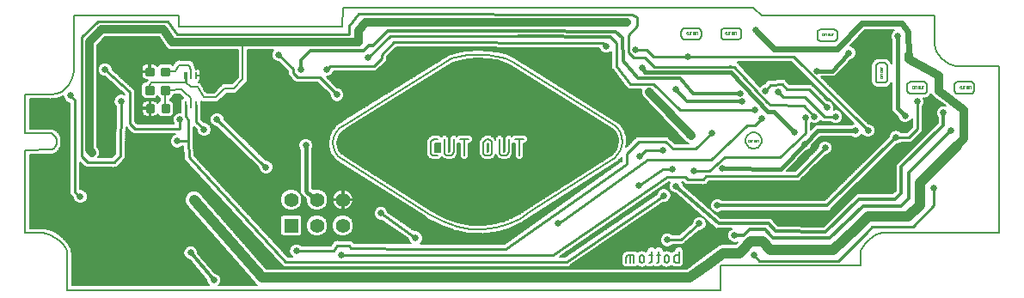
<source format=gbl>
G75*
%MOIN*%
%OFA0B0*%
%FSLAX25Y25*%
%IPPOS*%
%LPD*%
%AMOC8*
5,1,8,0,0,1.08239X$1,22.5*
%
%ADD10C,0.00600*%
%ADD11C,0.00500*%
%ADD12C,0.00800*%
%ADD13C,0.00000*%
%ADD14C,0.00875*%
%ADD15R,0.01181X0.02765*%
%ADD16R,0.00984X0.02765*%
%ADD17R,0.05500X0.05500*%
%ADD18C,0.05500*%
%ADD19C,0.02578*%
%ADD20C,0.01000*%
%ADD21C,0.01200*%
%ADD22C,0.01600*%
%ADD23C,0.03200*%
%ADD24C,0.04000*%
%ADD25C,0.02400*%
D10*
X0021423Y0038877D02*
X0021423Y0053068D01*
X0021193Y0054223D01*
X0020546Y0055511D01*
X0019546Y0056843D01*
X0018260Y0058131D01*
X0016751Y0059287D01*
X0015086Y0060221D01*
X0013329Y0060847D01*
X0011546Y0061075D01*
X0005020Y0061075D01*
X0005020Y0093285D01*
X0015209Y0093363D01*
X0016100Y0093845D01*
X0016736Y0094600D01*
X0017115Y0095536D01*
X0017240Y0096561D01*
X0017110Y0097585D01*
X0016728Y0098513D01*
X0016094Y0099256D01*
X0015209Y0099720D01*
X0005020Y0099735D01*
X0006770Y0101532D02*
X0006770Y0113003D01*
X0014599Y0113003D01*
X0014706Y0112920D01*
X0015327Y0113003D01*
X0015954Y0113003D01*
X0016050Y0113099D01*
X0017145Y0113244D01*
X0017404Y0113142D01*
X0017857Y0113339D01*
X0018347Y0113404D01*
X0018516Y0113625D01*
X0019481Y0114044D01*
X0019743Y0114014D01*
X0019878Y0114121D01*
X0019878Y0113779D01*
X0020302Y0112753D01*
X0021087Y0111969D01*
X0022112Y0111544D01*
X0022417Y0111544D01*
X0022417Y0077710D01*
X0022366Y0077652D01*
X0022417Y0076892D01*
X0022417Y0076130D01*
X0022471Y0076075D01*
X0022476Y0075999D01*
X0023050Y0075497D01*
X0023588Y0074958D01*
X0023628Y0074958D01*
X0023628Y0074654D01*
X0024052Y0073628D01*
X0024837Y0072844D01*
X0025862Y0072419D01*
X0026972Y0072419D01*
X0027997Y0072844D01*
X0028781Y0073628D01*
X0029206Y0074654D01*
X0029206Y0075763D01*
X0028781Y0076788D01*
X0027997Y0077573D01*
X0026972Y0077997D01*
X0026417Y0077997D01*
X0026417Y0088380D01*
X0027292Y0087505D01*
X0028463Y0086333D01*
X0038794Y0086333D01*
X0038855Y0086281D01*
X0039611Y0086333D01*
X0040370Y0086333D01*
X0040427Y0086390D01*
X0040507Y0086396D01*
X0041005Y0086968D01*
X0041542Y0087505D01*
X0041542Y0087585D01*
X0043501Y0089839D01*
X0044037Y0090368D01*
X0044037Y0090455D01*
X0044095Y0090521D01*
X0044042Y0091272D01*
X0044107Y0102186D01*
X0044237Y0102060D01*
X0045667Y0100630D01*
X0046838Y0099458D01*
X0063268Y0099458D01*
X0062337Y0099073D01*
X0061552Y0098288D01*
X0061128Y0097263D01*
X0061128Y0096154D01*
X0061552Y0095128D01*
X0062337Y0094344D01*
X0063362Y0093919D01*
X0064472Y0093919D01*
X0065497Y0094344D01*
X0065861Y0094708D01*
X0066389Y0094708D01*
X0066491Y0090449D01*
X0066461Y0089684D01*
X0066510Y0089630D01*
X0066512Y0089557D01*
X0067066Y0089029D01*
X0103917Y0049175D01*
X0103917Y0049130D01*
X0104475Y0048572D01*
X0105011Y0047992D01*
X0105056Y0047991D01*
X0105088Y0047958D01*
X0105878Y0047958D01*
X0106666Y0047927D01*
X0106700Y0047958D01*
X0214854Y0047958D01*
X0215483Y0047839D01*
X0215658Y0047958D01*
X0215870Y0047958D01*
X0216323Y0048411D01*
X0252125Y0072794D01*
X0253222Y0072794D01*
X0254247Y0073219D01*
X0255031Y0074003D01*
X0255456Y0075029D01*
X0255456Y0076138D01*
X0255031Y0077163D01*
X0254247Y0077948D01*
X0253222Y0078372D01*
X0252112Y0078372D01*
X0251087Y0077948D01*
X0250302Y0077163D01*
X0249878Y0076138D01*
X0249878Y0076104D01*
X0214425Y0051958D01*
X0212259Y0051958D01*
X0254535Y0080833D01*
X0255098Y0080833D01*
X0255052Y0080788D01*
X0254628Y0079763D01*
X0254628Y0078654D01*
X0255052Y0077628D01*
X0255837Y0076844D01*
X0256862Y0076419D01*
X0257406Y0076419D01*
X0272346Y0063259D01*
X0272914Y0062691D01*
X0272958Y0062691D01*
X0272990Y0062661D01*
X0273023Y0062663D01*
X0273049Y0062640D01*
X0273850Y0062691D01*
X0279064Y0062691D01*
X0278466Y0062444D01*
X0277682Y0061659D01*
X0277257Y0060634D01*
X0277257Y0059524D01*
X0277682Y0058499D01*
X0278466Y0057715D01*
X0279491Y0057290D01*
X0280601Y0057290D01*
X0281241Y0057555D01*
X0280446Y0056761D01*
X0275911Y0056761D01*
X0275497Y0056827D01*
X0275221Y0056761D01*
X0274938Y0056761D01*
X0274551Y0056600D01*
X0274143Y0056503D01*
X0273913Y0056336D01*
X0273651Y0056228D01*
X0273355Y0055932D01*
X0268667Y0052532D01*
X0268643Y0052526D01*
X0268104Y0052124D01*
X0267560Y0051729D01*
X0267547Y0051708D01*
X0261516Y0047208D01*
X0098505Y0047208D01*
X0072659Y0076742D01*
X0071411Y0077359D01*
X0070022Y0077452D01*
X0068703Y0077005D01*
X0067655Y0076088D01*
X0067038Y0074840D01*
X0066945Y0073451D01*
X0067391Y0072132D01*
X0093904Y0041837D01*
X0093950Y0041726D01*
X0094360Y0041316D01*
X0094741Y0040879D01*
X0094849Y0040826D01*
X0094934Y0040741D01*
X0095090Y0040677D01*
X0079997Y0040677D01*
X0080531Y0041211D01*
X0080956Y0042236D01*
X0080956Y0043346D01*
X0080531Y0044371D01*
X0079747Y0045155D01*
X0078722Y0045580D01*
X0078555Y0045580D01*
X0071996Y0053316D01*
X0071996Y0053913D01*
X0071572Y0054939D01*
X0070787Y0055723D01*
X0069762Y0056148D01*
X0068653Y0056148D01*
X0067627Y0055723D01*
X0066843Y0054939D01*
X0066418Y0053913D01*
X0066418Y0052804D01*
X0066843Y0051779D01*
X0067627Y0050994D01*
X0068653Y0050570D01*
X0068819Y0050570D01*
X0075378Y0042833D01*
X0075378Y0042236D01*
X0075802Y0041211D01*
X0076337Y0040677D01*
X0023223Y0040677D01*
X0023223Y0052522D01*
X0023334Y0052688D01*
X0023223Y0053245D01*
X0023223Y0053813D01*
X0023082Y0053955D01*
X0023051Y0054109D01*
X0023136Y0054365D01*
X0022910Y0054814D01*
X0022812Y0055306D01*
X0022588Y0055456D01*
X0022407Y0055815D01*
X0022433Y0055995D01*
X0022082Y0056463D01*
X0021819Y0056986D01*
X0021647Y0057043D01*
X0021347Y0057443D01*
X0021347Y0057588D01*
X0020910Y0058025D01*
X0020539Y0058520D01*
X0020395Y0058540D01*
X0019964Y0058972D01*
X0019946Y0059107D01*
X0019449Y0059488D01*
X0019006Y0059931D01*
X0018870Y0059931D01*
X0018322Y0060351D01*
X0018283Y0060491D01*
X0017744Y0060794D01*
X0017254Y0061169D01*
X0017110Y0061150D01*
X0016467Y0061511D01*
X0016393Y0061667D01*
X0015834Y0061866D01*
X0015317Y0062156D01*
X0015151Y0062109D01*
X0014430Y0062366D01*
X0014297Y0062538D01*
X0013750Y0062608D01*
X0013231Y0062793D01*
X0013034Y0062699D01*
X0012384Y0062782D01*
X0012291Y0062875D01*
X0011660Y0062875D01*
X0011034Y0062955D01*
X0010931Y0062875D01*
X0006820Y0062875D01*
X0006820Y0091499D01*
X0014952Y0091561D01*
X0015408Y0091425D01*
X0015670Y0091567D01*
X0015968Y0091569D01*
X0016301Y0091908D01*
X0016627Y0092084D01*
X0016997Y0092115D01*
X0017257Y0092424D01*
X0017612Y0092615D01*
X0017718Y0092972D01*
X0017835Y0093110D01*
X0018124Y0093232D01*
X0018297Y0093659D01*
X0018593Y0094011D01*
X0018566Y0094323D01*
X0018603Y0094415D01*
X0018812Y0094579D01*
X0018873Y0095081D01*
X0019063Y0095551D01*
X0018960Y0095795D01*
X0018967Y0095851D01*
X0019119Y0096047D01*
X0019053Y0096566D01*
X0019116Y0097085D01*
X0018963Y0097280D01*
X0018956Y0097335D01*
X0019059Y0097580D01*
X0018866Y0098048D01*
X0018803Y0098550D01*
X0018593Y0098713D01*
X0018556Y0098801D01*
X0018581Y0099116D01*
X0018283Y0099464D01*
X0018109Y0099888D01*
X0017817Y0100010D01*
X0017702Y0100144D01*
X0017590Y0100504D01*
X0017237Y0100689D01*
X0016978Y0100992D01*
X0016603Y0101021D01*
X0016288Y0101186D01*
X0015957Y0101519D01*
X0015653Y0101519D01*
X0015384Y0101660D01*
X0014935Y0101520D01*
X0006770Y0101532D01*
X0006770Y0101545D02*
X0015014Y0101545D01*
X0015604Y0101545D02*
X0022417Y0101545D01*
X0022417Y0102143D02*
X0006770Y0102143D01*
X0006770Y0102742D02*
X0022417Y0102742D01*
X0022417Y0103340D02*
X0006770Y0103340D01*
X0006770Y0103939D02*
X0022417Y0103939D01*
X0022417Y0104537D02*
X0006770Y0104537D01*
X0006770Y0105136D02*
X0022417Y0105136D01*
X0022417Y0105734D02*
X0006770Y0105734D01*
X0006770Y0106333D02*
X0022417Y0106333D01*
X0022417Y0106931D02*
X0006770Y0106931D01*
X0006770Y0107530D02*
X0022417Y0107530D01*
X0022417Y0108128D02*
X0006770Y0108128D01*
X0006770Y0108727D02*
X0022417Y0108727D01*
X0022417Y0109325D02*
X0006770Y0109325D01*
X0006770Y0109924D02*
X0022417Y0109924D01*
X0022417Y0110522D02*
X0006770Y0110522D01*
X0006770Y0111121D02*
X0022417Y0111121D01*
X0021690Y0111719D02*
X0006770Y0111719D01*
X0006770Y0112318D02*
X0020738Y0112318D01*
X0020235Y0112916D02*
X0006770Y0112916D01*
X0005020Y0114803D02*
X0015209Y0114803D01*
X0017371Y0115090D01*
X0019206Y0115887D01*
X0020725Y0117096D01*
X0021940Y0118620D01*
X0022864Y0120362D01*
X0023509Y0122225D01*
X0023887Y0124111D01*
X0024010Y0125924D01*
X0024010Y0145461D01*
X0033017Y0133971D02*
X0035998Y0137108D01*
X0056807Y0137108D01*
X0059159Y0133675D01*
X0059274Y0133400D01*
X0059504Y0133171D01*
X0059688Y0132903D01*
X0059937Y0132740D01*
X0060149Y0132530D01*
X0060449Y0132407D01*
X0060721Y0132230D01*
X0061014Y0132175D01*
X0061290Y0132062D01*
X0061614Y0132063D01*
X0061933Y0132003D01*
X0062225Y0132065D01*
X0076249Y0132108D01*
X0087517Y0132108D01*
X0087517Y0121495D01*
X0085130Y0119108D01*
X0081630Y0119108D01*
X0080517Y0117995D01*
X0078130Y0115608D01*
X0075447Y0115608D01*
X0073702Y0118260D01*
X0073707Y0118449D01*
X0073281Y0118899D01*
X0072941Y0119416D01*
X0072755Y0119455D01*
X0072625Y0119592D01*
X0072160Y0119605D01*
X0072198Y0119615D01*
X0072495Y0119786D01*
X0072737Y0120028D01*
X0072908Y0120325D01*
X0072996Y0120655D01*
X0072996Y0122209D01*
X0071228Y0122209D01*
X0071228Y0122209D01*
X0072996Y0122209D01*
X0072996Y0123763D01*
X0072908Y0124094D01*
X0072737Y0124390D01*
X0072495Y0124632D01*
X0072198Y0124803D01*
X0071867Y0124892D01*
X0071204Y0124892D01*
X0071136Y0124892D01*
X0071136Y0125033D01*
X0070903Y0125266D01*
X0070476Y0126583D01*
X0070476Y0127070D01*
X0070243Y0127303D01*
X0070142Y0127617D01*
X0069708Y0127839D01*
X0069363Y0128183D01*
X0069034Y0128183D01*
X0068740Y0128333D01*
X0068276Y0128183D01*
X0065102Y0128183D01*
X0064841Y0128327D01*
X0064344Y0128183D01*
X0063827Y0128183D01*
X0063616Y0127972D01*
X0063329Y0127889D01*
X0063079Y0127436D01*
X0062714Y0127070D01*
X0062714Y0126772D01*
X0062316Y0126049D01*
X0061460Y0126905D01*
X0057230Y0126905D01*
X0056162Y0125837D01*
X0056048Y0126035D01*
X0055724Y0126358D01*
X0055328Y0126587D01*
X0054886Y0126705D01*
X0053645Y0126705D01*
X0053645Y0123955D01*
X0053045Y0123955D01*
X0053045Y0123355D01*
X0050295Y0123355D01*
X0050295Y0122114D01*
X0050413Y0121672D01*
X0050642Y0121276D01*
X0050966Y0120952D01*
X0051362Y0120724D01*
X0051804Y0120605D01*
X0052531Y0120605D01*
X0052169Y0120242D01*
X0052169Y0120047D01*
X0051999Y0119799D01*
X0051230Y0119799D01*
X0050095Y0118664D01*
X0050095Y0114434D01*
X0051230Y0113299D01*
X0055460Y0113299D01*
X0056345Y0114184D01*
X0057230Y0113299D01*
X0057354Y0113299D01*
X0057354Y0112602D01*
X0057302Y0112602D01*
X0056234Y0111534D01*
X0056120Y0111731D01*
X0055796Y0112055D01*
X0055400Y0112284D01*
X0054958Y0112402D01*
X0053717Y0112402D01*
X0053717Y0109652D01*
X0053117Y0109652D01*
X0053117Y0112402D01*
X0051876Y0112402D01*
X0051434Y0112284D01*
X0051037Y0112055D01*
X0050714Y0111731D01*
X0050485Y0111335D01*
X0050367Y0110893D01*
X0050367Y0109652D01*
X0053117Y0109652D01*
X0053117Y0109052D01*
X0053717Y0109052D01*
X0053717Y0106302D01*
X0054958Y0106302D01*
X0055400Y0106420D01*
X0055796Y0106649D01*
X0056120Y0106973D01*
X0056234Y0107170D01*
X0057302Y0106102D01*
X0061532Y0106102D01*
X0062667Y0107237D01*
X0062667Y0111467D01*
X0061532Y0112602D01*
X0061154Y0112602D01*
X0061154Y0113299D01*
X0061460Y0113299D01*
X0062595Y0114434D01*
X0062595Y0114766D01*
X0064856Y0114853D01*
X0064889Y0114821D01*
X0064891Y0114788D01*
X0065449Y0114274D01*
X0065992Y0113744D01*
X0066025Y0113744D01*
X0066133Y0113645D01*
X0065275Y0112786D01*
X0065275Y0111525D01*
X0065236Y0111486D01*
X0065236Y0110495D01*
X0065201Y0110357D01*
X0065236Y0110300D01*
X0065236Y0107872D01*
X0064487Y0107872D01*
X0063462Y0107448D01*
X0062677Y0106663D01*
X0062253Y0105638D01*
X0062253Y0104529D01*
X0062677Y0103503D01*
X0062723Y0103458D01*
X0048495Y0103458D01*
X0047632Y0104322D01*
X0047501Y0114935D01*
X0047522Y0114957D01*
X0047491Y0115759D01*
X0047481Y0116561D01*
X0047460Y0116582D01*
X0047459Y0116613D01*
X0046870Y0117158D01*
X0046296Y0117718D01*
X0046265Y0117718D01*
X0038796Y0124636D01*
X0038796Y0125048D01*
X0038372Y0126073D01*
X0037587Y0126857D01*
X0036562Y0127282D01*
X0035453Y0127282D01*
X0034427Y0126857D01*
X0033643Y0126073D01*
X0033218Y0125048D01*
X0033218Y0123938D01*
X0033643Y0122913D01*
X0034427Y0122128D01*
X0035453Y0121704D01*
X0036075Y0121704D01*
X0043502Y0114825D01*
X0043504Y0114673D01*
X0042722Y0114997D01*
X0041612Y0114997D01*
X0040587Y0114573D01*
X0039802Y0113788D01*
X0039378Y0112763D01*
X0039378Y0111654D01*
X0039802Y0110628D01*
X0040155Y0110276D01*
X0040046Y0091961D01*
X0038631Y0090333D01*
X0033423Y0090333D01*
X0033930Y0091253D01*
X0034066Y0092479D01*
X0033723Y0093663D01*
X0033017Y0094546D01*
X0033017Y0133971D01*
X0033017Y0133864D02*
X0059029Y0133864D01*
X0059409Y0133266D02*
X0033017Y0133266D01*
X0033017Y0132667D02*
X0060011Y0132667D01*
X0061273Y0132069D02*
X0033017Y0132069D01*
X0033017Y0131470D02*
X0087517Y0131470D01*
X0087517Y0130872D02*
X0033017Y0130872D01*
X0033017Y0130273D02*
X0087517Y0130273D01*
X0087517Y0129675D02*
X0033017Y0129675D01*
X0033017Y0129076D02*
X0087517Y0129076D01*
X0087517Y0128478D02*
X0033017Y0128478D01*
X0033017Y0127879D02*
X0063323Y0127879D01*
X0062924Y0127281D02*
X0036565Y0127281D01*
X0035450Y0127281D02*
X0033017Y0127281D01*
X0033017Y0126682D02*
X0034252Y0126682D01*
X0033654Y0126084D02*
X0033017Y0126084D01*
X0033017Y0125485D02*
X0033400Y0125485D01*
X0033218Y0124887D02*
X0033017Y0124887D01*
X0033017Y0124288D02*
X0033218Y0124288D01*
X0033321Y0123689D02*
X0033017Y0123689D01*
X0033017Y0123091D02*
X0033569Y0123091D01*
X0034063Y0122492D02*
X0033017Y0122492D01*
X0033017Y0121894D02*
X0034993Y0121894D01*
X0036516Y0121295D02*
X0033017Y0121295D01*
X0033017Y0120697D02*
X0037162Y0120697D01*
X0037809Y0120098D02*
X0033017Y0120098D01*
X0033017Y0119500D02*
X0038455Y0119500D01*
X0039101Y0118901D02*
X0033017Y0118901D01*
X0033017Y0118303D02*
X0039747Y0118303D01*
X0040393Y0117704D02*
X0033017Y0117704D01*
X0033017Y0117106D02*
X0041040Y0117106D01*
X0041686Y0116507D02*
X0033017Y0116507D01*
X0033017Y0115909D02*
X0042332Y0115909D01*
X0042978Y0115310D02*
X0033017Y0115310D01*
X0033017Y0114712D02*
X0040923Y0114712D01*
X0040128Y0114113D02*
X0033017Y0114113D01*
X0033017Y0113515D02*
X0039689Y0113515D01*
X0039441Y0112916D02*
X0033017Y0112916D01*
X0033017Y0112318D02*
X0039378Y0112318D01*
X0039378Y0111719D02*
X0033017Y0111719D01*
X0033017Y0111121D02*
X0039598Y0111121D01*
X0039909Y0110522D02*
X0033017Y0110522D01*
X0033017Y0109924D02*
X0040153Y0109924D01*
X0040150Y0109325D02*
X0033017Y0109325D01*
X0033017Y0108727D02*
X0040146Y0108727D01*
X0040142Y0108128D02*
X0033017Y0108128D01*
X0033017Y0107530D02*
X0040139Y0107530D01*
X0040135Y0106931D02*
X0033017Y0106931D01*
X0033017Y0106333D02*
X0040132Y0106333D01*
X0040128Y0105734D02*
X0033017Y0105734D01*
X0033017Y0105136D02*
X0040125Y0105136D01*
X0040121Y0104537D02*
X0033017Y0104537D01*
X0033017Y0103939D02*
X0040118Y0103939D01*
X0040114Y0103340D02*
X0033017Y0103340D01*
X0033017Y0102742D02*
X0040110Y0102742D01*
X0040107Y0102143D02*
X0033017Y0102143D01*
X0033017Y0101545D02*
X0040103Y0101545D01*
X0040100Y0100946D02*
X0033017Y0100946D01*
X0033017Y0100348D02*
X0040096Y0100348D01*
X0040093Y0099749D02*
X0033017Y0099749D01*
X0033017Y0099151D02*
X0040089Y0099151D01*
X0040085Y0098552D02*
X0033017Y0098552D01*
X0033017Y0097954D02*
X0040082Y0097954D01*
X0040078Y0097355D02*
X0033017Y0097355D01*
X0033017Y0096756D02*
X0040075Y0096756D01*
X0040071Y0096158D02*
X0033017Y0096158D01*
X0033017Y0095559D02*
X0040068Y0095559D01*
X0040064Y0094961D02*
X0033017Y0094961D01*
X0033163Y0094362D02*
X0040061Y0094362D01*
X0040057Y0093764D02*
X0033642Y0093764D01*
X0033867Y0093165D02*
X0040053Y0093165D01*
X0040050Y0092567D02*
X0034040Y0092567D01*
X0034009Y0091968D02*
X0040046Y0091968D01*
X0039532Y0091370D02*
X0033943Y0091370D01*
X0033664Y0090771D02*
X0039011Y0090771D01*
X0042751Y0088976D02*
X0067115Y0088976D01*
X0067669Y0088377D02*
X0042230Y0088377D01*
X0041710Y0087779D02*
X0068222Y0087779D01*
X0068776Y0087180D02*
X0041217Y0087180D01*
X0040669Y0086582D02*
X0069329Y0086582D01*
X0069883Y0085983D02*
X0026417Y0085983D01*
X0026417Y0085385D02*
X0070436Y0085385D01*
X0070989Y0084786D02*
X0026417Y0084786D01*
X0026417Y0084188D02*
X0071543Y0084188D01*
X0072096Y0083589D02*
X0026417Y0083589D01*
X0026417Y0082991D02*
X0072650Y0082991D01*
X0073203Y0082392D02*
X0026417Y0082392D01*
X0026417Y0081794D02*
X0073756Y0081794D01*
X0074310Y0081195D02*
X0026417Y0081195D01*
X0026417Y0080597D02*
X0074863Y0080597D01*
X0075417Y0079998D02*
X0026417Y0079998D01*
X0026417Y0079400D02*
X0075970Y0079400D01*
X0076523Y0078801D02*
X0026417Y0078801D01*
X0026417Y0078203D02*
X0077077Y0078203D01*
X0077630Y0077604D02*
X0027921Y0077604D01*
X0028564Y0077006D02*
X0068703Y0077006D01*
X0068019Y0076407D02*
X0028939Y0076407D01*
X0029187Y0075809D02*
X0067516Y0075809D01*
X0067221Y0075210D02*
X0029206Y0075210D01*
X0029188Y0074612D02*
X0067022Y0074612D01*
X0066983Y0074013D02*
X0028940Y0074013D01*
X0028567Y0073415D02*
X0066957Y0073415D01*
X0067160Y0072816D02*
X0027929Y0072816D01*
X0024904Y0072816D02*
X0006820Y0072816D01*
X0006820Y0072218D02*
X0067362Y0072218D01*
X0067840Y0071619D02*
X0006820Y0071619D01*
X0006820Y0071020D02*
X0068364Y0071020D01*
X0068888Y0070422D02*
X0006820Y0070422D01*
X0006820Y0069823D02*
X0069412Y0069823D01*
X0069935Y0069225D02*
X0006820Y0069225D01*
X0006820Y0068626D02*
X0070459Y0068626D01*
X0070983Y0068028D02*
X0006820Y0068028D01*
X0006820Y0067429D02*
X0071507Y0067429D01*
X0072030Y0066831D02*
X0006820Y0066831D01*
X0006820Y0066232D02*
X0072554Y0066232D01*
X0073078Y0065634D02*
X0006820Y0065634D01*
X0006820Y0065035D02*
X0073602Y0065035D01*
X0074126Y0064437D02*
X0006820Y0064437D01*
X0006820Y0063838D02*
X0074649Y0063838D01*
X0075173Y0063240D02*
X0006820Y0063240D01*
X0013656Y0062641D02*
X0075697Y0062641D01*
X0076221Y0062043D02*
X0015519Y0062043D01*
X0016585Y0061444D02*
X0076744Y0061444D01*
X0077268Y0060846D02*
X0017676Y0060846D01*
X0018457Y0060247D02*
X0077792Y0060247D01*
X0078316Y0059649D02*
X0019288Y0059649D01*
X0019954Y0059050D02*
X0078840Y0059050D01*
X0079363Y0058452D02*
X0020590Y0058452D01*
X0021082Y0057853D02*
X0079887Y0057853D01*
X0080411Y0057255D02*
X0021488Y0057255D01*
X0021985Y0056656D02*
X0080935Y0056656D01*
X0081458Y0056058D02*
X0069979Y0056058D01*
X0071051Y0055459D02*
X0081982Y0055459D01*
X0082506Y0054861D02*
X0071604Y0054861D01*
X0071852Y0054262D02*
X0083030Y0054262D01*
X0083554Y0053664D02*
X0071996Y0053664D01*
X0072209Y0053065D02*
X0084077Y0053065D01*
X0084601Y0052467D02*
X0072717Y0052467D01*
X0073224Y0051868D02*
X0085125Y0051868D01*
X0085649Y0051270D02*
X0073732Y0051270D01*
X0074239Y0050671D02*
X0086172Y0050671D01*
X0086696Y0050073D02*
X0074746Y0050073D01*
X0075254Y0049474D02*
X0087220Y0049474D01*
X0087744Y0048876D02*
X0075761Y0048876D01*
X0076269Y0048277D02*
X0088268Y0048277D01*
X0088791Y0047679D02*
X0076776Y0047679D01*
X0077283Y0047080D02*
X0089315Y0047080D01*
X0089839Y0046482D02*
X0077791Y0046482D01*
X0078298Y0045883D02*
X0090363Y0045883D01*
X0090886Y0045285D02*
X0079434Y0045285D01*
X0080216Y0044686D02*
X0091410Y0044686D01*
X0091934Y0044087D02*
X0080648Y0044087D01*
X0080896Y0043489D02*
X0092458Y0043489D01*
X0092982Y0042890D02*
X0080956Y0042890D01*
X0080956Y0042292D02*
X0093505Y0042292D01*
X0093982Y0041693D02*
X0080731Y0041693D01*
X0080415Y0041095D02*
X0094553Y0041095D01*
X0098093Y0047679D02*
X0243761Y0047679D01*
X0244118Y0047563D02*
X0244118Y0047563D01*
X0245751Y0048093D01*
X0246136Y0047708D01*
X0247943Y0047708D01*
X0248067Y0047832D01*
X0248571Y0048123D01*
X0248986Y0047708D01*
X0250793Y0047708D01*
X0250917Y0047832D01*
X0251810Y0048348D01*
X0251967Y0048131D01*
X0251967Y0048131D01*
X0251967Y0048131D01*
X0253718Y0047563D01*
X0255469Y0048131D01*
X0255469Y0048131D01*
X0255603Y0048315D01*
X0256440Y0047832D01*
X0256563Y0047708D01*
X0259304Y0047708D01*
X0260417Y0048821D01*
X0260417Y0053195D01*
X0260417Y0054595D01*
X0259304Y0055708D01*
X0257730Y0055708D01*
X0256617Y0054595D01*
X0256617Y0054308D01*
X0256563Y0054308D01*
X0256440Y0054185D01*
X0255603Y0053702D01*
X0255469Y0053885D01*
X0253718Y0054454D01*
X0252606Y0054093D01*
X0252606Y0054595D01*
X0251493Y0055708D01*
X0249919Y0055708D01*
X0249281Y0055070D01*
X0248643Y0055708D01*
X0247069Y0055708D01*
X0245956Y0054595D01*
X0245956Y0054129D01*
X0245751Y0053924D01*
X0244118Y0054454D01*
X0242367Y0053885D01*
X0242246Y0053718D01*
X0241655Y0054308D01*
X0237981Y0054308D01*
X0237858Y0054185D01*
X0236865Y0053612D01*
X0236865Y0053612D01*
X0236865Y0053612D01*
X0236292Y0052619D01*
X0236168Y0052495D01*
X0236168Y0048821D01*
X0237281Y0047708D01*
X0241655Y0047708D01*
X0242246Y0048299D01*
X0242367Y0048131D01*
X0244118Y0047563D01*
X0244475Y0047679D02*
X0253361Y0047679D01*
X0253718Y0047563D02*
X0253718Y0047563D01*
X0254075Y0047679D02*
X0262146Y0047679D01*
X0262948Y0048277D02*
X0259873Y0048277D01*
X0260417Y0048876D02*
X0263750Y0048876D01*
X0264552Y0049474D02*
X0260417Y0049474D01*
X0260417Y0050073D02*
X0265355Y0050073D01*
X0266157Y0050671D02*
X0260417Y0050671D01*
X0260417Y0051270D02*
X0266959Y0051270D01*
X0267751Y0051868D02*
X0260417Y0051868D01*
X0260417Y0052467D02*
X0268563Y0052467D01*
X0269402Y0053065D02*
X0260417Y0053065D01*
X0260417Y0053664D02*
X0270227Y0053664D01*
X0271053Y0054262D02*
X0260417Y0054262D01*
X0260151Y0054861D02*
X0271878Y0054861D01*
X0272704Y0055459D02*
X0259553Y0055459D01*
X0259865Y0056403D02*
X0259924Y0056454D01*
X0260003Y0056454D01*
X0260543Y0056989D01*
X0266248Y0061919D01*
X0266972Y0061919D01*
X0267997Y0062344D01*
X0268781Y0063128D01*
X0269206Y0064154D01*
X0269206Y0065263D01*
X0268781Y0066288D01*
X0267997Y0067073D01*
X0266972Y0067497D01*
X0265862Y0067497D01*
X0264837Y0067073D01*
X0264052Y0066288D01*
X0263628Y0065263D01*
X0263628Y0064941D01*
X0258444Y0060461D01*
X0255784Y0060474D01*
X0255497Y0060762D01*
X0254472Y0061186D01*
X0253362Y0061186D01*
X0252337Y0060762D01*
X0251552Y0059977D01*
X0251128Y0058952D01*
X0251128Y0057843D01*
X0251552Y0056817D01*
X0252337Y0056033D01*
X0253362Y0055608D01*
X0254472Y0055608D01*
X0255497Y0056033D01*
X0255937Y0056474D01*
X0259106Y0056458D01*
X0259865Y0056403D01*
X0260207Y0056656D02*
X0274686Y0056656D01*
X0273481Y0056058D02*
X0255521Y0056058D01*
X0256882Y0054861D02*
X0252341Y0054861D01*
X0252606Y0054262D02*
X0253128Y0054262D01*
X0253718Y0054454D02*
X0253718Y0054454D01*
X0254309Y0054262D02*
X0256517Y0054262D01*
X0255469Y0053885D02*
X0255469Y0053885D01*
X0255469Y0053885D01*
X0257481Y0055459D02*
X0251742Y0055459D01*
X0252312Y0056058D02*
X0227550Y0056058D01*
X0226672Y0055459D02*
X0246820Y0055459D01*
X0246222Y0054861D02*
X0225793Y0054861D01*
X0224914Y0054262D02*
X0237935Y0054262D01*
X0236955Y0053664D02*
X0224035Y0053664D01*
X0223156Y0053065D02*
X0236549Y0053065D01*
X0236168Y0052467D02*
X0222278Y0052467D01*
X0221399Y0051868D02*
X0236168Y0051868D01*
X0236168Y0051270D02*
X0220520Y0051270D01*
X0219641Y0050671D02*
X0236168Y0050671D01*
X0236168Y0050073D02*
X0218762Y0050073D01*
X0217884Y0049474D02*
X0236168Y0049474D01*
X0236168Y0048876D02*
X0217005Y0048876D01*
X0216189Y0048277D02*
X0236713Y0048277D01*
X0242224Y0048277D02*
X0242261Y0048277D01*
X0242367Y0048131D02*
X0242367Y0048131D01*
X0242367Y0048131D01*
X0251688Y0048277D02*
X0251861Y0048277D01*
X0255575Y0048277D02*
X0255668Y0048277D01*
X0245956Y0054262D02*
X0244709Y0054262D01*
X0244118Y0054454D02*
X0244118Y0054454D01*
X0243528Y0054262D02*
X0241701Y0054262D01*
X0242367Y0053885D02*
X0242367Y0053885D01*
X0248892Y0055459D02*
X0249670Y0055459D01*
X0251714Y0056656D02*
X0228429Y0056656D01*
X0229308Y0057255D02*
X0251371Y0057255D01*
X0251128Y0057853D02*
X0230187Y0057853D01*
X0231066Y0058452D02*
X0251128Y0058452D01*
X0251168Y0059050D02*
X0231944Y0059050D01*
X0232823Y0059649D02*
X0251416Y0059649D01*
X0251823Y0060247D02*
X0233702Y0060247D01*
X0234581Y0060846D02*
X0252540Y0060846D01*
X0255294Y0060846D02*
X0258889Y0060846D01*
X0259581Y0061444D02*
X0235460Y0061444D01*
X0236338Y0062043D02*
X0260274Y0062043D01*
X0260966Y0062641D02*
X0237217Y0062641D01*
X0238096Y0063240D02*
X0261659Y0063240D01*
X0262351Y0063838D02*
X0238975Y0063838D01*
X0239853Y0064437D02*
X0263044Y0064437D01*
X0263628Y0065035D02*
X0240732Y0065035D01*
X0241611Y0065634D02*
X0263781Y0065634D01*
X0264029Y0066232D02*
X0242490Y0066232D01*
X0243369Y0066831D02*
X0264595Y0066831D01*
X0265698Y0067429D02*
X0244247Y0067429D01*
X0245126Y0068028D02*
X0266932Y0068028D01*
X0267135Y0067429D02*
X0267612Y0067429D01*
X0268238Y0066831D02*
X0268291Y0066831D01*
X0268804Y0066232D02*
X0268971Y0066232D01*
X0269052Y0065634D02*
X0269650Y0065634D01*
X0269206Y0065035D02*
X0270330Y0065035D01*
X0271009Y0064437D02*
X0269206Y0064437D01*
X0269075Y0063838D02*
X0271689Y0063838D01*
X0272365Y0063240D02*
X0268827Y0063240D01*
X0268294Y0062641D02*
X0273047Y0062641D01*
X0273065Y0062641D02*
X0278944Y0062641D01*
X0278065Y0062043D02*
X0267270Y0062043D01*
X0265699Y0061444D02*
X0277593Y0061444D01*
X0277345Y0060846D02*
X0265006Y0060846D01*
X0264313Y0060247D02*
X0277257Y0060247D01*
X0277257Y0059649D02*
X0263621Y0059649D01*
X0262928Y0059050D02*
X0277453Y0059050D01*
X0277729Y0058452D02*
X0262236Y0058452D01*
X0261543Y0057853D02*
X0278328Y0057853D01*
X0280940Y0057255D02*
X0260851Y0057255D01*
X0274578Y0048361D02*
X0274578Y0038877D01*
X0021423Y0038877D01*
X0023223Y0041095D02*
X0075918Y0041095D01*
X0075603Y0041693D02*
X0023223Y0041693D01*
X0023223Y0042292D02*
X0075378Y0042292D01*
X0075329Y0042890D02*
X0023223Y0042890D01*
X0023223Y0043489D02*
X0074822Y0043489D01*
X0074314Y0044087D02*
X0023223Y0044087D01*
X0023223Y0044686D02*
X0073807Y0044686D01*
X0073299Y0045285D02*
X0023223Y0045285D01*
X0023223Y0045883D02*
X0072792Y0045883D01*
X0072285Y0046482D02*
X0023223Y0046482D01*
X0023223Y0047080D02*
X0071777Y0047080D01*
X0071270Y0047679D02*
X0023223Y0047679D01*
X0023223Y0048277D02*
X0070762Y0048277D01*
X0070255Y0048876D02*
X0023223Y0048876D01*
X0023223Y0049474D02*
X0069748Y0049474D01*
X0069240Y0050073D02*
X0023223Y0050073D01*
X0023223Y0050671D02*
X0068408Y0050671D01*
X0067352Y0051270D02*
X0023223Y0051270D01*
X0023223Y0051868D02*
X0066806Y0051868D01*
X0066558Y0052467D02*
X0023223Y0052467D01*
X0023259Y0053065D02*
X0066418Y0053065D01*
X0066418Y0053664D02*
X0023223Y0053664D01*
X0023102Y0054262D02*
X0066563Y0054262D01*
X0066811Y0054861D02*
X0022901Y0054861D01*
X0022586Y0055459D02*
X0067364Y0055459D01*
X0068435Y0056058D02*
X0022386Y0056058D01*
X0024266Y0073415D02*
X0006820Y0073415D01*
X0006820Y0074013D02*
X0023893Y0074013D01*
X0023645Y0074612D02*
X0006820Y0074612D01*
X0006820Y0075210D02*
X0023337Y0075210D01*
X0022694Y0075809D02*
X0006820Y0075809D01*
X0006820Y0076407D02*
X0022417Y0076407D01*
X0022409Y0077006D02*
X0006820Y0077006D01*
X0006820Y0077604D02*
X0022369Y0077604D01*
X0022417Y0078203D02*
X0006820Y0078203D01*
X0006820Y0078801D02*
X0022417Y0078801D01*
X0022417Y0079400D02*
X0006820Y0079400D01*
X0006820Y0079998D02*
X0022417Y0079998D01*
X0022417Y0080597D02*
X0006820Y0080597D01*
X0006820Y0081195D02*
X0022417Y0081195D01*
X0022417Y0081794D02*
X0006820Y0081794D01*
X0006820Y0082392D02*
X0022417Y0082392D01*
X0022417Y0082991D02*
X0006820Y0082991D01*
X0006820Y0083589D02*
X0022417Y0083589D01*
X0022417Y0084188D02*
X0006820Y0084188D01*
X0006820Y0084786D02*
X0022417Y0084786D01*
X0022417Y0085385D02*
X0006820Y0085385D01*
X0006820Y0085983D02*
X0022417Y0085983D01*
X0022417Y0086582D02*
X0006820Y0086582D01*
X0006820Y0087180D02*
X0022417Y0087180D01*
X0022417Y0087779D02*
X0006820Y0087779D01*
X0006820Y0088377D02*
X0022417Y0088377D01*
X0022417Y0088976D02*
X0006820Y0088976D01*
X0006820Y0089574D02*
X0022417Y0089574D01*
X0022417Y0090173D02*
X0006820Y0090173D01*
X0006820Y0090771D02*
X0022417Y0090771D01*
X0022417Y0091370D02*
X0006820Y0091370D01*
X0016413Y0091968D02*
X0022417Y0091968D01*
X0022417Y0092567D02*
X0017522Y0092567D01*
X0017965Y0093165D02*
X0022417Y0093165D01*
X0022417Y0093764D02*
X0018385Y0093764D01*
X0018582Y0094362D02*
X0022417Y0094362D01*
X0022417Y0094961D02*
X0018859Y0094961D01*
X0019060Y0095559D02*
X0022417Y0095559D01*
X0022417Y0096158D02*
X0019105Y0096158D01*
X0019076Y0096756D02*
X0022417Y0096756D01*
X0022417Y0097355D02*
X0018965Y0097355D01*
X0018905Y0097954D02*
X0022417Y0097954D01*
X0022417Y0098552D02*
X0018800Y0098552D01*
X0018552Y0099151D02*
X0022417Y0099151D01*
X0022417Y0099749D02*
X0018166Y0099749D01*
X0017639Y0100348D02*
X0022417Y0100348D01*
X0022417Y0100946D02*
X0017017Y0100946D01*
X0043271Y0089574D02*
X0066512Y0089574D01*
X0066480Y0090173D02*
X0043839Y0090173D01*
X0044077Y0090771D02*
X0066483Y0090771D01*
X0066469Y0091370D02*
X0044043Y0091370D01*
X0044046Y0091968D02*
X0066455Y0091968D01*
X0066440Y0092567D02*
X0044050Y0092567D01*
X0044053Y0093165D02*
X0066426Y0093165D01*
X0066412Y0093764D02*
X0044057Y0093764D01*
X0044061Y0094362D02*
X0062318Y0094362D01*
X0061720Y0094961D02*
X0044064Y0094961D01*
X0044068Y0095559D02*
X0061374Y0095559D01*
X0061128Y0096158D02*
X0044071Y0096158D01*
X0044075Y0096756D02*
X0061128Y0096756D01*
X0061166Y0097355D02*
X0044078Y0097355D01*
X0044082Y0097954D02*
X0061414Y0097954D01*
X0061816Y0098552D02*
X0044086Y0098552D01*
X0044089Y0099151D02*
X0062525Y0099151D01*
X0065515Y0094362D02*
X0066397Y0094362D01*
X0070398Y0094362D02*
X0087561Y0094362D01*
X0088175Y0093764D02*
X0070413Y0093764D01*
X0070427Y0093165D02*
X0088790Y0093165D01*
X0089405Y0092567D02*
X0070441Y0092567D01*
X0070456Y0091968D02*
X0090019Y0091968D01*
X0090634Y0091370D02*
X0070470Y0091370D01*
X0070473Y0091236D02*
X0070342Y0096730D01*
X0070352Y0102176D01*
X0070376Y0102152D01*
X0070448Y0102152D01*
X0071628Y0101112D01*
X0071628Y0100654D01*
X0072052Y0099628D01*
X0072837Y0098844D01*
X0073862Y0098419D01*
X0074972Y0098419D01*
X0075997Y0098844D01*
X0076781Y0099628D01*
X0077206Y0100654D01*
X0077206Y0101763D01*
X0076781Y0102788D01*
X0075997Y0103573D01*
X0074972Y0103997D01*
X0074403Y0103997D01*
X0073204Y0105055D01*
X0073204Y0111611D01*
X0073196Y0111619D01*
X0073196Y0112116D01*
X0073268Y0112006D01*
X0073482Y0111962D01*
X0073636Y0111808D01*
X0074229Y0111808D01*
X0074810Y0111689D01*
X0074992Y0111808D01*
X0079704Y0111808D01*
X0083204Y0115308D01*
X0086704Y0115308D01*
X0087817Y0116421D01*
X0090204Y0118808D01*
X0091317Y0119921D01*
X0091317Y0132108D01*
X0101373Y0132108D01*
X0101052Y0131788D01*
X0100628Y0130763D01*
X0100628Y0129654D01*
X0101052Y0128628D01*
X0101837Y0127844D01*
X0102862Y0127419D01*
X0103377Y0127419D01*
X0106928Y0123869D01*
X0106928Y0122392D01*
X0108099Y0121220D01*
X0108679Y0120641D01*
X0109850Y0119469D01*
X0118327Y0119469D01*
X0123128Y0114669D01*
X0123128Y0114154D01*
X0123552Y0113128D01*
X0124337Y0112344D01*
X0125362Y0111919D01*
X0126472Y0111919D01*
X0127497Y0112344D01*
X0128281Y0113128D01*
X0128706Y0114154D01*
X0128706Y0115263D01*
X0128281Y0116288D01*
X0127497Y0117073D01*
X0126472Y0117497D01*
X0125956Y0117497D01*
X0121784Y0121669D01*
X0122472Y0121669D01*
X0123497Y0122094D01*
X0124281Y0122878D01*
X0124625Y0123708D01*
X0140995Y0123708D01*
X0145167Y0127880D01*
X0145167Y0129400D01*
X0148824Y0133057D01*
X0227503Y0132960D01*
X0227503Y0132904D01*
X0227927Y0131878D01*
X0228712Y0131094D01*
X0229737Y0130669D01*
X0230847Y0130669D01*
X0231872Y0131094D01*
X0232234Y0131456D01*
X0232388Y0125810D01*
X0232305Y0125139D01*
X0232410Y0125003D01*
X0232415Y0124830D01*
X0232907Y0124365D01*
X0237671Y0118242D01*
X0237671Y0118094D01*
X0238168Y0117603D01*
X0238597Y0117051D01*
X0238744Y0117033D01*
X0238849Y0116929D01*
X0239548Y0116933D01*
X0240241Y0116846D01*
X0240358Y0116937D01*
X0244080Y0116958D01*
X0243830Y0116390D01*
X0243804Y0115157D01*
X0244252Y0114008D01*
X0261356Y0096168D01*
X0262155Y0095817D01*
X0257062Y0095788D01*
X0254733Y0097820D01*
X0254195Y0098358D01*
X0254117Y0098358D01*
X0254058Y0098410D01*
X0253299Y0098358D01*
X0241988Y0098358D01*
X0237977Y0094347D01*
X0238107Y0094716D01*
X0238028Y0094882D01*
X0238140Y0095582D01*
X0238277Y0095729D01*
X0238255Y0096296D01*
X0238344Y0096855D01*
X0238226Y0097018D01*
X0238197Y0097762D01*
X0238312Y0097965D01*
X0238169Y0098483D01*
X0238148Y0099019D01*
X0237977Y0099178D01*
X0237765Y0099944D01*
X0237831Y0100206D01*
X0237573Y0100637D01*
X0237439Y0101122D01*
X0237205Y0101255D01*
X0236754Y0102010D01*
X0236740Y0102304D01*
X0236386Y0102626D01*
X0236141Y0103038D01*
X0235855Y0103110D01*
X0235181Y0103723D01*
X0235139Y0103902D01*
X0234645Y0104211D01*
X0234214Y0104604D01*
X0234030Y0104595D01*
X0195310Y0128786D01*
X0195273Y0128892D01*
X0194690Y0129173D01*
X0194141Y0129516D01*
X0194032Y0129491D01*
X0192588Y0130187D01*
X0192488Y0130357D01*
X0191936Y0130501D01*
X0191422Y0130749D01*
X0191236Y0130684D01*
X0189144Y0131229D01*
X0189066Y0131331D01*
X0188438Y0131413D01*
X0187825Y0131573D01*
X0187714Y0131508D01*
X0185296Y0131826D01*
X0185229Y0131898D01*
X0184570Y0131922D01*
X0183915Y0132008D01*
X0183837Y0131948D01*
X0181275Y0132039D01*
X0181207Y0132100D01*
X0180541Y0132065D01*
X0179875Y0132089D01*
X0179809Y0132027D01*
X0177312Y0131898D01*
X0177232Y0131958D01*
X0176581Y0131860D01*
X0175923Y0131827D01*
X0175856Y0131752D01*
X0173631Y0131420D01*
X0173513Y0131485D01*
X0172911Y0131312D01*
X0172291Y0131219D01*
X0172210Y0131110D01*
X0170415Y0130593D01*
X0170195Y0130656D01*
X0169722Y0130394D01*
X0169203Y0130244D01*
X0169092Y0130044D01*
X0168124Y0129506D01*
X0168076Y0129517D01*
X0167479Y0129147D01*
X0166865Y0128806D01*
X0166851Y0128758D01*
X0128750Y0105122D01*
X0128681Y0105133D01*
X0128124Y0104734D01*
X0127542Y0104373D01*
X0127526Y0104305D01*
X0126387Y0103487D01*
X0126135Y0103465D01*
X0125803Y0103068D01*
X0125382Y0102766D01*
X0125341Y0102516D01*
X0124503Y0101514D01*
X0124252Y0101421D01*
X0124042Y0100962D01*
X0123718Y0100576D01*
X0123742Y0100309D01*
X0123270Y0099279D01*
X0123051Y0099120D01*
X0122971Y0098625D01*
X0122762Y0098169D01*
X0122856Y0097915D01*
X0122694Y0096908D01*
X0122525Y0096700D01*
X0122579Y0096198D01*
X0122498Y0095701D01*
X0122655Y0095484D01*
X0122757Y0094533D01*
X0122650Y0094289D01*
X0122833Y0093817D01*
X0122887Y0093314D01*
X0123094Y0093147D01*
X0123431Y0092279D01*
X0123392Y0092013D01*
X0123692Y0091608D01*
X0123874Y0091139D01*
X0124120Y0091031D01*
X0124685Y0090270D01*
X0124721Y0089995D01*
X0125113Y0089692D01*
X0125408Y0089295D01*
X0125682Y0089254D01*
X0126331Y0088755D01*
X0126351Y0088663D01*
X0126912Y0088307D01*
X0127437Y0087902D01*
X0127531Y0087914D01*
X0160465Y0067021D01*
X0160492Y0066937D01*
X0161085Y0066628D01*
X0161650Y0066270D01*
X0161736Y0066289D01*
X0165879Y0064130D01*
X0165942Y0063999D01*
X0166524Y0063794D01*
X0167072Y0063508D01*
X0167211Y0063552D01*
X0171319Y0062105D01*
X0171407Y0061977D01*
X0172005Y0061864D01*
X0172580Y0061662D01*
X0172719Y0061729D01*
X0176729Y0060969D01*
X0176840Y0060851D01*
X0177443Y0060833D01*
X0178036Y0060721D01*
X0178169Y0060812D01*
X0182059Y0060696D01*
X0182189Y0060596D01*
X0182785Y0060674D01*
X0183386Y0060656D01*
X0183505Y0060768D01*
X0187255Y0061259D01*
X0187397Y0061182D01*
X0187975Y0061353D01*
X0188573Y0061431D01*
X0188672Y0061560D01*
X0192263Y0062625D01*
X0192412Y0062572D01*
X0192960Y0062832D01*
X0193542Y0063005D01*
X0193617Y0063143D01*
X0197030Y0064758D01*
X0197177Y0064728D01*
X0197688Y0065069D01*
X0198242Y0065331D01*
X0198293Y0065472D01*
X0201990Y0067939D01*
X0234194Y0088395D01*
X0234481Y0088414D01*
X0234800Y0088780D01*
X0235209Y0089039D01*
X0235272Y0089321D01*
X0235697Y0089808D01*
X0235891Y0089861D01*
X0236167Y0090343D01*
X0236167Y0088995D01*
X0190783Y0056959D01*
X0158575Y0056983D01*
X0158140Y0056987D01*
X0158781Y0057628D01*
X0159206Y0058654D01*
X0159206Y0059763D01*
X0158781Y0060788D01*
X0157997Y0061573D01*
X0156972Y0061997D01*
X0155929Y0061997D01*
X0145706Y0069191D01*
X0145706Y0069263D01*
X0145281Y0070288D01*
X0144497Y0071073D01*
X0143472Y0071497D01*
X0142362Y0071497D01*
X0141337Y0071073D01*
X0140552Y0070288D01*
X0140128Y0069263D01*
X0140128Y0068154D01*
X0140552Y0067128D01*
X0141337Y0066344D01*
X0142362Y0065919D01*
X0143405Y0065919D01*
X0153628Y0058725D01*
X0153628Y0058654D01*
X0154052Y0057628D01*
X0154665Y0057016D01*
X0132516Y0057199D01*
X0132285Y0057439D01*
X0131892Y0057992D01*
X0131725Y0058020D01*
X0131607Y0058143D01*
X0130928Y0058155D01*
X0130259Y0058269D01*
X0130120Y0058170D01*
X0128860Y0058193D01*
X0128845Y0058208D01*
X0128035Y0058208D01*
X0127225Y0058223D01*
X0127210Y0058208D01*
X0126547Y0058208D01*
X0126385Y0058322D01*
X0125742Y0058208D01*
X0125088Y0058208D01*
X0124948Y0058068D01*
X0124753Y0058034D01*
X0124379Y0057499D01*
X0123917Y0057037D01*
X0123917Y0056839D01*
X0123473Y0056205D01*
X0112154Y0056165D01*
X0111797Y0056523D01*
X0110772Y0056947D01*
X0109662Y0056947D01*
X0108637Y0056523D01*
X0107852Y0055738D01*
X0107428Y0054713D01*
X0107428Y0053604D01*
X0107852Y0052578D01*
X0108473Y0051958D01*
X0106791Y0051958D01*
X0070473Y0091236D01*
X0070903Y0090771D02*
X0091249Y0090771D01*
X0091863Y0090173D02*
X0071457Y0090173D01*
X0072010Y0089574D02*
X0092478Y0089574D01*
X0093093Y0088976D02*
X0072563Y0088976D01*
X0073117Y0088377D02*
X0093707Y0088377D01*
X0094322Y0087779D02*
X0073670Y0087779D01*
X0074224Y0087180D02*
X0094937Y0087180D01*
X0095551Y0086582D02*
X0074777Y0086582D01*
X0075330Y0085983D02*
X0095647Y0085983D01*
X0095628Y0086029D02*
X0096052Y0085003D01*
X0096837Y0084219D01*
X0097862Y0083794D01*
X0098972Y0083794D01*
X0099997Y0084219D01*
X0100781Y0085003D01*
X0101206Y0086029D01*
X0101206Y0087138D01*
X0100781Y0088163D01*
X0099997Y0088948D01*
X0098972Y0089372D01*
X0098419Y0089372D01*
X0082206Y0105159D01*
X0082206Y0105638D01*
X0081781Y0106663D01*
X0080997Y0107448D01*
X0079972Y0107872D01*
X0078862Y0107872D01*
X0077837Y0107448D01*
X0077052Y0106663D01*
X0076628Y0105638D01*
X0076628Y0104529D01*
X0077052Y0103503D01*
X0077837Y0102719D01*
X0078862Y0102294D01*
X0079414Y0102294D01*
X0095628Y0086507D01*
X0095628Y0086029D01*
X0095894Y0085385D02*
X0075884Y0085385D01*
X0076437Y0084786D02*
X0096270Y0084786D01*
X0096912Y0084188D02*
X0076991Y0084188D01*
X0077544Y0083589D02*
X0111622Y0083589D01*
X0111629Y0082991D02*
X0078097Y0082991D01*
X0078651Y0082392D02*
X0111635Y0082392D01*
X0111642Y0081794D02*
X0079204Y0081794D01*
X0079758Y0081195D02*
X0111649Y0081195D01*
X0111655Y0080597D02*
X0080311Y0080597D01*
X0080865Y0079998D02*
X0111662Y0079998D01*
X0111669Y0079400D02*
X0081418Y0079400D01*
X0081971Y0078801D02*
X0111676Y0078801D01*
X0111682Y0078203D02*
X0109026Y0078203D01*
X0109012Y0078208D02*
X0107321Y0078208D01*
X0105759Y0077561D01*
X0104564Y0076366D01*
X0103917Y0074804D01*
X0103917Y0073113D01*
X0104564Y0071551D01*
X0105759Y0070355D01*
X0107321Y0069708D01*
X0109012Y0069708D01*
X0110574Y0070355D01*
X0111770Y0071551D01*
X0112417Y0073113D01*
X0112417Y0074804D01*
X0111788Y0076321D01*
X0112220Y0075899D01*
X0112236Y0075757D01*
X0112944Y0075191D01*
X0113065Y0075073D01*
X0113092Y0075073D01*
X0113917Y0074413D01*
X0113917Y0073113D01*
X0114564Y0071551D01*
X0115759Y0070355D01*
X0117321Y0069708D01*
X0119012Y0069708D01*
X0120574Y0070355D01*
X0121770Y0071551D01*
X0122417Y0073113D01*
X0122417Y0074804D01*
X0121770Y0076366D01*
X0120574Y0077561D01*
X0119012Y0078208D01*
X0117321Y0078208D01*
X0116804Y0077994D01*
X0116280Y0078413D01*
X0116110Y0093533D01*
X0116156Y0093578D01*
X0116581Y0094604D01*
X0116581Y0095713D01*
X0116156Y0096738D01*
X0115372Y0097523D01*
X0114347Y0097947D01*
X0113237Y0097947D01*
X0112212Y0097523D01*
X0111427Y0096738D01*
X0111003Y0095713D01*
X0111003Y0094604D01*
X0111427Y0093578D01*
X0111510Y0093496D01*
X0111702Y0076433D01*
X0110574Y0077561D01*
X0109012Y0078208D01*
X0110471Y0077604D02*
X0111689Y0077604D01*
X0111696Y0077006D02*
X0111130Y0077006D01*
X0112001Y0075809D02*
X0112230Y0075809D01*
X0112248Y0075210D02*
X0112920Y0075210D01*
X0112417Y0074612D02*
X0113668Y0074612D01*
X0113917Y0074013D02*
X0112417Y0074013D01*
X0112417Y0073415D02*
X0113917Y0073415D01*
X0114040Y0072816D02*
X0112294Y0072816D01*
X0112046Y0072218D02*
X0114288Y0072218D01*
X0114536Y0071619D02*
X0111798Y0071619D01*
X0111239Y0071020D02*
X0115094Y0071020D01*
X0115693Y0070422D02*
X0110641Y0070422D01*
X0109290Y0069823D02*
X0117043Y0069823D01*
X0117321Y0068208D02*
X0115759Y0067561D01*
X0114564Y0066366D01*
X0113917Y0064804D01*
X0113917Y0063113D01*
X0114564Y0061551D01*
X0115759Y0060355D01*
X0117321Y0059708D01*
X0119012Y0059708D01*
X0120574Y0060355D01*
X0121770Y0061551D01*
X0122417Y0063113D01*
X0122417Y0064804D01*
X0121770Y0066366D01*
X0120574Y0067561D01*
X0119012Y0068208D01*
X0117321Y0068208D01*
X0116886Y0068028D02*
X0111718Y0068028D01*
X0111538Y0068208D02*
X0112417Y0067330D01*
X0112417Y0060587D01*
X0111538Y0059708D01*
X0104795Y0059708D01*
X0103917Y0060587D01*
X0103917Y0067330D01*
X0104795Y0068208D01*
X0111538Y0068208D01*
X0112317Y0067429D02*
X0115627Y0067429D01*
X0115029Y0066831D02*
X0112417Y0066831D01*
X0112417Y0066232D02*
X0114509Y0066232D01*
X0114261Y0065634D02*
X0112417Y0065634D01*
X0112417Y0065035D02*
X0114013Y0065035D01*
X0113917Y0064437D02*
X0112417Y0064437D01*
X0112417Y0063838D02*
X0113917Y0063838D01*
X0113917Y0063240D02*
X0112417Y0063240D01*
X0112417Y0062641D02*
X0114112Y0062641D01*
X0114360Y0062043D02*
X0112417Y0062043D01*
X0112417Y0061444D02*
X0114670Y0061444D01*
X0115269Y0060846D02*
X0112417Y0060846D01*
X0112077Y0060247D02*
X0116020Y0060247D01*
X0120313Y0060247D02*
X0126020Y0060247D01*
X0125759Y0060355D02*
X0127321Y0059708D01*
X0129012Y0059708D01*
X0130574Y0060355D01*
X0131770Y0061551D01*
X0132417Y0063113D01*
X0132417Y0064804D01*
X0131770Y0066366D01*
X0130574Y0067561D01*
X0129012Y0068208D01*
X0127321Y0068208D01*
X0125759Y0067561D01*
X0124564Y0066366D01*
X0123917Y0064804D01*
X0123917Y0063113D01*
X0124564Y0061551D01*
X0125759Y0060355D01*
X0125269Y0060846D02*
X0121065Y0060846D01*
X0121663Y0061444D02*
X0124670Y0061444D01*
X0124360Y0062043D02*
X0121973Y0062043D01*
X0122221Y0062641D02*
X0124112Y0062641D01*
X0123917Y0063240D02*
X0122417Y0063240D01*
X0122417Y0063838D02*
X0123917Y0063838D01*
X0123917Y0064437D02*
X0122417Y0064437D01*
X0122321Y0065035D02*
X0124013Y0065035D01*
X0124261Y0065634D02*
X0122073Y0065634D01*
X0121825Y0066232D02*
X0124509Y0066232D01*
X0125029Y0066831D02*
X0121305Y0066831D01*
X0120706Y0067429D02*
X0125627Y0067429D01*
X0126886Y0068028D02*
X0119448Y0068028D01*
X0119290Y0069823D02*
X0140360Y0069823D01*
X0140128Y0069225D02*
X0090826Y0069225D01*
X0091379Y0068626D02*
X0140128Y0068626D01*
X0140180Y0068028D02*
X0129448Y0068028D01*
X0130706Y0067429D02*
X0140428Y0067429D01*
X0140850Y0066831D02*
X0131305Y0066831D01*
X0131825Y0066232D02*
X0141606Y0066232D01*
X0143810Y0065634D02*
X0132073Y0065634D01*
X0132321Y0065035D02*
X0144661Y0065035D01*
X0145511Y0064437D02*
X0132417Y0064437D01*
X0132417Y0063838D02*
X0146362Y0063838D01*
X0147213Y0063240D02*
X0132417Y0063240D01*
X0132221Y0062641D02*
X0148063Y0062641D01*
X0148914Y0062043D02*
X0131973Y0062043D01*
X0131663Y0061444D02*
X0149764Y0061444D01*
X0150615Y0060846D02*
X0131065Y0060846D01*
X0130313Y0060247D02*
X0151465Y0060247D01*
X0152316Y0059649D02*
X0099680Y0059649D01*
X0099127Y0060247D02*
X0104256Y0060247D01*
X0103917Y0060846D02*
X0098574Y0060846D01*
X0098020Y0061444D02*
X0103917Y0061444D01*
X0103917Y0062043D02*
X0097467Y0062043D01*
X0096913Y0062641D02*
X0103917Y0062641D01*
X0103917Y0063240D02*
X0096360Y0063240D01*
X0095807Y0063838D02*
X0103917Y0063838D01*
X0103917Y0064437D02*
X0095253Y0064437D01*
X0094700Y0065035D02*
X0103917Y0065035D01*
X0103917Y0065634D02*
X0094146Y0065634D01*
X0093593Y0066232D02*
X0103917Y0066232D01*
X0103917Y0066831D02*
X0093040Y0066831D01*
X0092486Y0067429D02*
X0104017Y0067429D01*
X0104615Y0068028D02*
X0091933Y0068028D01*
X0090273Y0069823D02*
X0107043Y0069823D01*
X0105693Y0070422D02*
X0089719Y0070422D01*
X0089166Y0071020D02*
X0105094Y0071020D01*
X0104536Y0071619D02*
X0088612Y0071619D01*
X0088059Y0072218D02*
X0104288Y0072218D01*
X0104040Y0072816D02*
X0087505Y0072816D01*
X0086952Y0073415D02*
X0103917Y0073415D01*
X0103917Y0074013D02*
X0086399Y0074013D01*
X0085845Y0074612D02*
X0103917Y0074612D01*
X0104085Y0075210D02*
X0085292Y0075210D01*
X0084738Y0075809D02*
X0104333Y0075809D01*
X0104605Y0076407D02*
X0084185Y0076407D01*
X0083632Y0077006D02*
X0105204Y0077006D01*
X0105863Y0077604D02*
X0083078Y0077604D01*
X0082525Y0078203D02*
X0107308Y0078203D01*
X0113992Y0077383D02*
X0114417Y0076958D01*
X0116543Y0078203D02*
X0117308Y0078203D01*
X0116276Y0078801D02*
X0141896Y0078801D01*
X0140953Y0079400D02*
X0116269Y0079400D01*
X0116262Y0079998D02*
X0140009Y0079998D01*
X0139066Y0080597D02*
X0116256Y0080597D01*
X0116249Y0081195D02*
X0138123Y0081195D01*
X0137179Y0081794D02*
X0116242Y0081794D01*
X0116236Y0082392D02*
X0136236Y0082392D01*
X0135292Y0082991D02*
X0116229Y0082991D01*
X0116222Y0083589D02*
X0134349Y0083589D01*
X0133405Y0084188D02*
X0116215Y0084188D01*
X0116209Y0084786D02*
X0132462Y0084786D01*
X0131518Y0085385D02*
X0116202Y0085385D01*
X0116195Y0085983D02*
X0130575Y0085983D01*
X0129631Y0086582D02*
X0116188Y0086582D01*
X0116182Y0087180D02*
X0128688Y0087180D01*
X0127744Y0087779D02*
X0116175Y0087779D01*
X0116168Y0088377D02*
X0126801Y0088377D01*
X0126043Y0088976D02*
X0116161Y0088976D01*
X0116155Y0089574D02*
X0125201Y0089574D01*
X0124698Y0090173D02*
X0116148Y0090173D01*
X0116141Y0090771D02*
X0124313Y0090771D01*
X0123784Y0091370D02*
X0116135Y0091370D01*
X0116128Y0091968D02*
X0123425Y0091968D01*
X0123319Y0092567D02*
X0116121Y0092567D01*
X0116114Y0093165D02*
X0123071Y0093165D01*
X0122839Y0093764D02*
X0116233Y0093764D01*
X0116481Y0094362D02*
X0122682Y0094362D01*
X0122711Y0094961D02*
X0116581Y0094961D01*
X0116581Y0095559D02*
X0122600Y0095559D01*
X0122572Y0096158D02*
X0116396Y0096158D01*
X0116138Y0096756D02*
X0122571Y0096756D01*
X0122766Y0097355D02*
X0115539Y0097355D01*
X0112044Y0097355D02*
X0090221Y0097355D01*
X0090836Y0096756D02*
X0111446Y0096756D01*
X0111187Y0096158D02*
X0091450Y0096158D01*
X0092065Y0095559D02*
X0111003Y0095559D01*
X0111003Y0094961D02*
X0092680Y0094961D01*
X0093294Y0094362D02*
X0111103Y0094362D01*
X0111351Y0093764D02*
X0093909Y0093764D01*
X0094524Y0093165D02*
X0111514Y0093165D01*
X0111521Y0092567D02*
X0095138Y0092567D01*
X0095753Y0091968D02*
X0111528Y0091968D01*
X0111534Y0091370D02*
X0096368Y0091370D01*
X0096982Y0090771D02*
X0111541Y0090771D01*
X0111548Y0090173D02*
X0097597Y0090173D01*
X0098212Y0089574D02*
X0111554Y0089574D01*
X0111561Y0088976D02*
X0099929Y0088976D01*
X0100567Y0088377D02*
X0111568Y0088377D01*
X0111575Y0087779D02*
X0100940Y0087779D01*
X0101188Y0087180D02*
X0111581Y0087180D01*
X0111588Y0086582D02*
X0101206Y0086582D01*
X0101187Y0085983D02*
X0111595Y0085983D01*
X0111602Y0085385D02*
X0100939Y0085385D01*
X0100564Y0084786D02*
X0111608Y0084786D01*
X0111615Y0084188D02*
X0099921Y0084188D01*
X0119026Y0078203D02*
X0142840Y0078203D01*
X0143783Y0077604D02*
X0129948Y0077604D01*
X0130085Y0077547D02*
X0129348Y0077853D01*
X0128566Y0078008D01*
X0128467Y0078008D01*
X0128467Y0074258D01*
X0132217Y0074258D01*
X0132217Y0074357D01*
X0132061Y0075140D01*
X0131756Y0075877D01*
X0131313Y0076540D01*
X0130748Y0077104D01*
X0130085Y0077547D01*
X0130847Y0077006D02*
X0144727Y0077006D01*
X0145670Y0076407D02*
X0131401Y0076407D01*
X0131784Y0075809D02*
X0146614Y0075809D01*
X0147557Y0075210D02*
X0132032Y0075210D01*
X0132166Y0074612D02*
X0148501Y0074612D01*
X0149444Y0074013D02*
X0128467Y0074013D01*
X0128467Y0074258D02*
X0128467Y0073658D01*
X0128467Y0069908D01*
X0128566Y0069908D01*
X0129348Y0070064D01*
X0130085Y0070369D01*
X0130748Y0070812D01*
X0131313Y0071377D01*
X0131756Y0072040D01*
X0132061Y0072777D01*
X0132217Y0073559D01*
X0132217Y0073658D01*
X0128467Y0073658D01*
X0127867Y0073658D01*
X0127867Y0069908D01*
X0127768Y0069908D01*
X0126985Y0070064D01*
X0126248Y0070369D01*
X0125585Y0070812D01*
X0125021Y0071377D01*
X0124578Y0072040D01*
X0124272Y0072777D01*
X0124117Y0073559D01*
X0124117Y0073658D01*
X0127867Y0073658D01*
X0127867Y0074258D01*
X0124117Y0074258D01*
X0124117Y0074357D01*
X0124272Y0075140D01*
X0124578Y0075877D01*
X0125021Y0076540D01*
X0125585Y0077104D01*
X0126248Y0077547D01*
X0126985Y0077853D01*
X0127768Y0078008D01*
X0127867Y0078008D01*
X0127867Y0074258D01*
X0128467Y0074258D01*
X0128467Y0074612D02*
X0127867Y0074612D01*
X0127867Y0075210D02*
X0128467Y0075210D01*
X0128467Y0075809D02*
X0127867Y0075809D01*
X0127867Y0076407D02*
X0128467Y0076407D01*
X0128467Y0077006D02*
X0127867Y0077006D01*
X0127867Y0077604D02*
X0128467Y0077604D01*
X0126385Y0077604D02*
X0120471Y0077604D01*
X0121130Y0077006D02*
X0125487Y0077006D01*
X0124932Y0076407D02*
X0121728Y0076407D01*
X0122001Y0075809D02*
X0124550Y0075809D01*
X0124302Y0075210D02*
X0122248Y0075210D01*
X0122417Y0074612D02*
X0124167Y0074612D01*
X0124146Y0073415D02*
X0122417Y0073415D01*
X0122417Y0074013D02*
X0127867Y0074013D01*
X0127867Y0073415D02*
X0128467Y0073415D01*
X0128467Y0072816D02*
X0127867Y0072816D01*
X0127867Y0072218D02*
X0128467Y0072218D01*
X0128467Y0071619D02*
X0127867Y0071619D01*
X0127867Y0071020D02*
X0128467Y0071020D01*
X0128467Y0070422D02*
X0127867Y0070422D01*
X0126169Y0070422D02*
X0120641Y0070422D01*
X0121239Y0071020D02*
X0125377Y0071020D01*
X0124859Y0071619D02*
X0121798Y0071619D01*
X0122046Y0072218D02*
X0124504Y0072218D01*
X0124265Y0072816D02*
X0122294Y0072816D01*
X0130164Y0070422D02*
X0140686Y0070422D01*
X0141285Y0071020D02*
X0130957Y0071020D01*
X0131475Y0071619D02*
X0153218Y0071619D01*
X0154161Y0071020D02*
X0144549Y0071020D01*
X0145147Y0070422D02*
X0155105Y0070422D01*
X0156048Y0069823D02*
X0145474Y0069823D01*
X0145706Y0069225D02*
X0156992Y0069225D01*
X0157935Y0068626D02*
X0146508Y0068626D01*
X0147359Y0068028D02*
X0158879Y0068028D01*
X0159822Y0067429D02*
X0148209Y0067429D01*
X0149060Y0066831D02*
X0160696Y0066831D01*
X0161845Y0066232D02*
X0149910Y0066232D01*
X0150761Y0065634D02*
X0162993Y0065634D01*
X0164141Y0065035D02*
X0151611Y0065035D01*
X0152462Y0064437D02*
X0165290Y0064437D01*
X0166397Y0063838D02*
X0153313Y0063838D01*
X0154163Y0063240D02*
X0168097Y0063240D01*
X0169797Y0062641D02*
X0155014Y0062641D01*
X0155864Y0062043D02*
X0171362Y0062043D01*
X0172474Y0063607D02*
X0167243Y0065449D01*
X0161985Y0068189D01*
X0127945Y0089783D01*
X0126410Y0090966D01*
X0125282Y0092486D01*
X0124597Y0094247D01*
X0124394Y0096150D01*
X0124709Y0098097D01*
X0125577Y0099993D01*
X0127037Y0101738D01*
X0129125Y0103236D01*
X0168391Y0127595D01*
X0170418Y0128721D01*
X0173294Y0129549D01*
X0176760Y0130067D01*
X0180556Y0130263D01*
X0184420Y0130126D01*
X0188092Y0129643D01*
X0191312Y0128804D01*
X0193820Y0127595D01*
X0233553Y0102771D01*
X0234977Y0101475D01*
X0235903Y0099923D01*
X0236379Y0098204D01*
X0236449Y0096404D01*
X0236162Y0094612D01*
X0235563Y0092915D01*
X0234698Y0091402D01*
X0233615Y0090159D01*
X0201009Y0069447D01*
X0196799Y0066639D01*
X0192316Y0064518D01*
X0187600Y0063119D01*
X0182694Y0062478D01*
X0177638Y0062628D01*
X0172474Y0063607D01*
X0172891Y0065157D02*
X0167881Y0066920D01*
X0162785Y0069577D01*
X0128864Y0091095D01*
X0127562Y0092098D01*
X0126695Y0093267D01*
X0126166Y0094628D01*
X0126008Y0096106D01*
X0126254Y0097628D01*
X0126943Y0099131D01*
X0128135Y0100556D01*
X0130014Y0101905D01*
X0169202Y0126215D01*
X0171035Y0127234D01*
X0173635Y0127982D01*
X0176920Y0128474D01*
X0180569Y0128662D01*
X0184287Y0128530D01*
X0187785Y0128070D01*
X0190758Y0127295D01*
X0193046Y0126191D01*
X0232583Y0101490D01*
X0233725Y0100451D01*
X0234418Y0099289D01*
X0234787Y0097956D01*
X0234844Y0096500D01*
X0234605Y0095008D01*
X0234102Y0093583D01*
X0233388Y0092333D01*
X0232561Y0091385D01*
X0200692Y0071142D01*
X0200672Y0071146D01*
X0200135Y0070788D01*
X0199591Y0070443D01*
X0199587Y0070422D01*
X0196008Y0068036D01*
X0191743Y0066017D01*
X0187267Y0064689D01*
X0182614Y0064081D01*
X0177812Y0064224D01*
X0172891Y0065157D01*
X0173531Y0065035D02*
X0188433Y0065035D01*
X0190451Y0065634D02*
X0171535Y0065634D01*
X0169835Y0066232D02*
X0192198Y0066232D01*
X0193463Y0066831D02*
X0168135Y0066831D01*
X0166904Y0067429D02*
X0194727Y0067429D01*
X0195992Y0068028D02*
X0165756Y0068028D01*
X0164608Y0068626D02*
X0196894Y0068626D01*
X0197792Y0069225D02*
X0163459Y0069225D01*
X0162395Y0069823D02*
X0198689Y0069823D01*
X0199586Y0070422D02*
X0161452Y0070422D01*
X0160508Y0071020D02*
X0200484Y0071020D01*
X0201443Y0071619D02*
X0159565Y0071619D01*
X0158621Y0072218D02*
X0202386Y0072218D01*
X0203328Y0072816D02*
X0157678Y0072816D01*
X0156734Y0073415D02*
X0204270Y0073415D01*
X0205212Y0074013D02*
X0155791Y0074013D01*
X0154848Y0074612D02*
X0206155Y0074612D01*
X0207097Y0075210D02*
X0153904Y0075210D01*
X0152961Y0075809D02*
X0208039Y0075809D01*
X0208981Y0076407D02*
X0152017Y0076407D01*
X0151074Y0077006D02*
X0209923Y0077006D01*
X0210866Y0077604D02*
X0150130Y0077604D01*
X0149187Y0078203D02*
X0211808Y0078203D01*
X0212750Y0078801D02*
X0148243Y0078801D01*
X0147300Y0079400D02*
X0213692Y0079400D01*
X0214635Y0079998D02*
X0146356Y0079998D01*
X0145413Y0080597D02*
X0215577Y0080597D01*
X0216519Y0081195D02*
X0144470Y0081195D01*
X0143526Y0081794D02*
X0217461Y0081794D01*
X0218403Y0082392D02*
X0142583Y0082392D01*
X0141639Y0082991D02*
X0219346Y0082991D01*
X0220288Y0083589D02*
X0140696Y0083589D01*
X0139752Y0084188D02*
X0221230Y0084188D01*
X0222172Y0084786D02*
X0138809Y0084786D01*
X0137865Y0085385D02*
X0223115Y0085385D01*
X0224057Y0085983D02*
X0136922Y0085983D01*
X0135978Y0086582D02*
X0224999Y0086582D01*
X0225941Y0087180D02*
X0135035Y0087180D01*
X0134091Y0087779D02*
X0226884Y0087779D01*
X0227826Y0088377D02*
X0133148Y0088377D01*
X0132205Y0088976D02*
X0228768Y0088976D01*
X0229710Y0089574D02*
X0197455Y0089574D01*
X0197289Y0089408D02*
X0198226Y0090346D01*
X0198226Y0095808D01*
X0199067Y0095808D01*
X0200004Y0096746D01*
X0200004Y0098071D01*
X0199067Y0099008D01*
X0194186Y0099008D01*
X0193652Y0098474D01*
X0193118Y0099008D01*
X0191793Y0099008D01*
X0190855Y0098071D01*
X0190855Y0093449D01*
X0190855Y0092786D01*
X0190849Y0092740D01*
X0190803Y0092660D01*
X0190724Y0092614D01*
X0190632Y0092614D01*
X0190552Y0092660D01*
X0190506Y0092740D01*
X0190500Y0092786D01*
X0190500Y0098071D01*
X0189563Y0099008D01*
X0188237Y0099008D01*
X0187300Y0098071D01*
X0187300Y0097222D01*
X0186791Y0098103D01*
X0185223Y0099008D01*
X0183413Y0099008D01*
X0181846Y0098103D01*
X0180941Y0096536D01*
X0180941Y0093449D01*
X0180941Y0093449D01*
X0180941Y0091881D01*
X0181846Y0090313D01*
X0183413Y0089408D01*
X0185223Y0089408D01*
X0186791Y0090313D01*
X0186791Y0090313D01*
X0187498Y0091538D01*
X0188205Y0090313D01*
X0189772Y0089408D01*
X0191583Y0089408D01*
X0193150Y0090313D01*
X0194055Y0091881D01*
X0194055Y0092123D01*
X0194055Y0092123D01*
X0194055Y0095939D01*
X0194186Y0095808D01*
X0195026Y0095808D01*
X0195026Y0090346D01*
X0195964Y0089408D01*
X0197289Y0089408D01*
X0198054Y0090173D02*
X0230652Y0090173D01*
X0231595Y0090771D02*
X0198226Y0090771D01*
X0198226Y0091370D02*
X0232537Y0091370D01*
X0233070Y0091968D02*
X0198226Y0091968D01*
X0198226Y0092567D02*
X0233521Y0092567D01*
X0233863Y0093165D02*
X0198226Y0093165D01*
X0198226Y0093764D02*
X0234166Y0093764D01*
X0234377Y0094362D02*
X0198226Y0094362D01*
X0198226Y0094961D02*
X0234588Y0094961D01*
X0234693Y0095559D02*
X0198226Y0095559D01*
X0199417Y0096158D02*
X0234789Y0096158D01*
X0234834Y0096756D02*
X0200004Y0096756D01*
X0200004Y0097355D02*
X0234811Y0097355D01*
X0234787Y0097954D02*
X0200004Y0097954D01*
X0199523Y0098552D02*
X0234622Y0098552D01*
X0234457Y0099151D02*
X0126959Y0099151D01*
X0126677Y0098552D02*
X0162039Y0098552D01*
X0161427Y0098199D02*
X0161427Y0098199D01*
X0162829Y0099008D01*
X0162976Y0099008D01*
X0162976Y0099008D01*
X0165724Y0099008D01*
X0166314Y0098419D01*
X0166903Y0099008D01*
X0168229Y0099008D01*
X0169166Y0098071D01*
X0169166Y0092786D01*
X0169172Y0092740D01*
X0169218Y0092660D01*
X0169298Y0092614D01*
X0169390Y0092614D01*
X0169469Y0092660D01*
X0169515Y0092740D01*
X0169521Y0092786D01*
X0169521Y0093449D01*
X0169521Y0093449D01*
X0169521Y0098071D01*
X0170459Y0099008D01*
X0171784Y0099008D01*
X0172318Y0098474D01*
X0172852Y0099008D01*
X0177733Y0099008D01*
X0178670Y0098071D01*
X0178670Y0096746D01*
X0177733Y0095808D01*
X0176892Y0095808D01*
X0176892Y0090346D01*
X0175955Y0089408D01*
X0174630Y0089408D01*
X0173692Y0090346D01*
X0173692Y0095808D01*
X0172852Y0095808D01*
X0172721Y0095939D01*
X0172721Y0092123D01*
X0172721Y0092123D01*
X0172721Y0091881D01*
X0171816Y0090313D01*
X0171816Y0090313D01*
X0170249Y0089408D01*
X0168439Y0089408D01*
X0166871Y0090313D01*
X0166871Y0090313D01*
X0166661Y0090677D01*
X0166661Y0090346D01*
X0165724Y0089408D01*
X0162829Y0089408D01*
X0161427Y0090218D01*
X0161427Y0090218D01*
X0161427Y0090218D01*
X0160617Y0091621D01*
X0160617Y0096796D01*
X0161427Y0098198D01*
X0161427Y0098199D01*
X0161285Y0097954D02*
X0126403Y0097954D01*
X0126210Y0097355D02*
X0160940Y0097355D01*
X0160617Y0096756D02*
X0126113Y0096756D01*
X0126016Y0096158D02*
X0160617Y0096158D01*
X0160617Y0095559D02*
X0126066Y0095559D01*
X0126130Y0094961D02*
X0160617Y0094961D01*
X0160617Y0094362D02*
X0126269Y0094362D01*
X0126502Y0093764D02*
X0160617Y0093764D01*
X0160617Y0093165D02*
X0126770Y0093165D01*
X0127214Y0092567D02*
X0160617Y0092567D01*
X0160617Y0091968D02*
X0127730Y0091968D01*
X0128507Y0091370D02*
X0160762Y0091370D01*
X0161107Y0090771D02*
X0129374Y0090771D01*
X0130318Y0090173D02*
X0161505Y0090173D01*
X0162542Y0089574D02*
X0131261Y0089574D01*
X0122842Y0097954D02*
X0089606Y0097954D01*
X0088991Y0098552D02*
X0122937Y0098552D01*
X0123093Y0099151D02*
X0088377Y0099151D01*
X0087762Y0099749D02*
X0123486Y0099749D01*
X0123739Y0100348D02*
X0087147Y0100348D01*
X0086533Y0100946D02*
X0124028Y0100946D01*
X0124529Y0101545D02*
X0085918Y0101545D01*
X0085303Y0102143D02*
X0125029Y0102143D01*
X0125378Y0102742D02*
X0084689Y0102742D01*
X0084074Y0103340D02*
X0126030Y0103340D01*
X0127016Y0103939D02*
X0083459Y0103939D01*
X0082845Y0104537D02*
X0127807Y0104537D01*
X0128772Y0105136D02*
X0082230Y0105136D01*
X0082166Y0105734D02*
X0129737Y0105734D01*
X0130702Y0106333D02*
X0081918Y0106333D01*
X0081513Y0106931D02*
X0131666Y0106931D01*
X0132631Y0107530D02*
X0080799Y0107530D01*
X0078035Y0107530D02*
X0073204Y0107530D01*
X0073204Y0108128D02*
X0133596Y0108128D01*
X0134561Y0108727D02*
X0073204Y0108727D01*
X0073204Y0109325D02*
X0135526Y0109325D01*
X0136490Y0109924D02*
X0073204Y0109924D01*
X0073204Y0110522D02*
X0137455Y0110522D01*
X0138420Y0111121D02*
X0073204Y0111121D01*
X0073196Y0111719D02*
X0074661Y0111719D01*
X0074856Y0111719D02*
X0139385Y0111719D01*
X0140350Y0112318D02*
X0127433Y0112318D01*
X0128069Y0112916D02*
X0141314Y0112916D01*
X0142279Y0113515D02*
X0128441Y0113515D01*
X0128689Y0114113D02*
X0143244Y0114113D01*
X0144209Y0114712D02*
X0128706Y0114712D01*
X0128686Y0115310D02*
X0145174Y0115310D01*
X0146139Y0115909D02*
X0128438Y0115909D01*
X0128062Y0116507D02*
X0147103Y0116507D01*
X0148068Y0117106D02*
X0127417Y0117106D01*
X0125749Y0117704D02*
X0149033Y0117704D01*
X0149998Y0118303D02*
X0125151Y0118303D01*
X0124552Y0118901D02*
X0150963Y0118901D01*
X0151927Y0119500D02*
X0123954Y0119500D01*
X0123355Y0120098D02*
X0152892Y0120098D01*
X0153857Y0120697D02*
X0122757Y0120697D01*
X0122158Y0121295D02*
X0154822Y0121295D01*
X0155787Y0121894D02*
X0123014Y0121894D01*
X0123895Y0122492D02*
X0156752Y0122492D01*
X0157716Y0123091D02*
X0124369Y0123091D01*
X0124617Y0123689D02*
X0158681Y0123689D01*
X0159646Y0124288D02*
X0141575Y0124288D01*
X0142173Y0124887D02*
X0160611Y0124887D01*
X0161576Y0125485D02*
X0142772Y0125485D01*
X0143370Y0126084D02*
X0162540Y0126084D01*
X0163505Y0126682D02*
X0143969Y0126682D01*
X0144567Y0127281D02*
X0164470Y0127281D01*
X0165435Y0127879D02*
X0145166Y0127879D01*
X0145167Y0128478D02*
X0166400Y0128478D01*
X0167351Y0129076D02*
X0145167Y0129076D01*
X0145441Y0129675D02*
X0168428Y0129675D01*
X0169303Y0130273D02*
X0146040Y0130273D01*
X0146638Y0130872D02*
X0171382Y0130872D01*
X0173460Y0131470D02*
X0147237Y0131470D01*
X0147835Y0132069D02*
X0179853Y0132069D01*
X0180441Y0132069D02*
X0180610Y0132069D01*
X0181242Y0132069D02*
X0227849Y0132069D01*
X0227601Y0132667D02*
X0148434Y0132667D01*
X0164166Y0123091D02*
X0198009Y0123091D01*
X0198967Y0122492D02*
X0163201Y0122492D01*
X0162236Y0121894D02*
X0199925Y0121894D01*
X0200883Y0121295D02*
X0161272Y0121295D01*
X0160307Y0120697D02*
X0201841Y0120697D01*
X0202799Y0120098D02*
X0159342Y0120098D01*
X0158377Y0119500D02*
X0203757Y0119500D01*
X0204715Y0118901D02*
X0157412Y0118901D01*
X0156448Y0118303D02*
X0205673Y0118303D01*
X0206630Y0117704D02*
X0155483Y0117704D01*
X0154518Y0117106D02*
X0207588Y0117106D01*
X0208546Y0116507D02*
X0153553Y0116507D01*
X0152588Y0115909D02*
X0209504Y0115909D01*
X0210462Y0115310D02*
X0151624Y0115310D01*
X0150659Y0114712D02*
X0211420Y0114712D01*
X0212378Y0114113D02*
X0149694Y0114113D01*
X0148729Y0113515D02*
X0213336Y0113515D01*
X0214294Y0112916D02*
X0147764Y0112916D01*
X0146799Y0112318D02*
X0215252Y0112318D01*
X0216210Y0111719D02*
X0145835Y0111719D01*
X0144870Y0111121D02*
X0217168Y0111121D01*
X0218126Y0110522D02*
X0143905Y0110522D01*
X0142940Y0109924D02*
X0219084Y0109924D01*
X0220042Y0109325D02*
X0141975Y0109325D01*
X0141011Y0108727D02*
X0221000Y0108727D01*
X0221958Y0108128D02*
X0140046Y0108128D01*
X0139081Y0107530D02*
X0222916Y0107530D01*
X0223874Y0106931D02*
X0138116Y0106931D01*
X0137151Y0106333D02*
X0224832Y0106333D01*
X0225790Y0105734D02*
X0136186Y0105734D01*
X0135222Y0105136D02*
X0226748Y0105136D01*
X0227706Y0104537D02*
X0134257Y0104537D01*
X0133292Y0103939D02*
X0228664Y0103939D01*
X0229622Y0103340D02*
X0132327Y0103340D01*
X0131362Y0102742D02*
X0230580Y0102742D01*
X0231538Y0102143D02*
X0130398Y0102143D01*
X0129512Y0101545D02*
X0232496Y0101545D01*
X0233181Y0100946D02*
X0128678Y0100946D01*
X0127960Y0100348D02*
X0233787Y0100348D01*
X0234144Y0099749D02*
X0127459Y0099749D01*
X0124400Y0112318D02*
X0080213Y0112318D01*
X0080812Y0112916D02*
X0123765Y0112916D01*
X0123392Y0113515D02*
X0081410Y0113515D01*
X0082009Y0114113D02*
X0123144Y0114113D01*
X0123085Y0114712D02*
X0082607Y0114712D01*
X0079627Y0117106D02*
X0074461Y0117106D01*
X0074067Y0117704D02*
X0080226Y0117704D01*
X0080824Y0118303D02*
X0073703Y0118303D01*
X0073279Y0118901D02*
X0081423Y0118901D01*
X0079029Y0116507D02*
X0074855Y0116507D01*
X0075249Y0115909D02*
X0078430Y0115909D01*
X0072712Y0119500D02*
X0085521Y0119500D01*
X0086120Y0120098D02*
X0072777Y0120098D01*
X0072996Y0120697D02*
X0086718Y0120697D01*
X0087317Y0121295D02*
X0072996Y0121295D01*
X0072996Y0121894D02*
X0087517Y0121894D01*
X0087517Y0122492D02*
X0072996Y0122492D01*
X0072996Y0123091D02*
X0087517Y0123091D01*
X0087517Y0123689D02*
X0072996Y0123689D01*
X0072795Y0124288D02*
X0087517Y0124288D01*
X0087517Y0124887D02*
X0071887Y0124887D01*
X0071204Y0124887D02*
X0071204Y0124887D01*
X0071204Y0124892D02*
X0071204Y0124334D01*
X0071204Y0124334D01*
X0071204Y0124892D01*
X0070832Y0125485D02*
X0087517Y0125485D01*
X0087517Y0126084D02*
X0070638Y0126084D01*
X0070476Y0126682D02*
X0087517Y0126682D01*
X0087517Y0127281D02*
X0070266Y0127281D01*
X0069667Y0127879D02*
X0087517Y0127879D01*
X0091317Y0127879D02*
X0101802Y0127879D01*
X0101203Y0128478D02*
X0091317Y0128478D01*
X0091317Y0129076D02*
X0100867Y0129076D01*
X0100628Y0129675D02*
X0091317Y0129675D01*
X0091317Y0130273D02*
X0100628Y0130273D01*
X0100673Y0130872D02*
X0091317Y0130872D01*
X0091317Y0131470D02*
X0100921Y0131470D01*
X0101333Y0132069D02*
X0091317Y0132069D01*
X0087517Y0132069D02*
X0063494Y0132069D01*
X0058619Y0134463D02*
X0033484Y0134463D01*
X0034053Y0135061D02*
X0058209Y0135061D01*
X0057799Y0135660D02*
X0034621Y0135660D01*
X0035190Y0136258D02*
X0057389Y0136258D01*
X0056980Y0136857D02*
X0035759Y0136857D01*
X0037762Y0126682D02*
X0051717Y0126682D01*
X0051804Y0126705D02*
X0051362Y0126587D01*
X0050966Y0126358D01*
X0050642Y0126035D01*
X0050413Y0125638D01*
X0050295Y0125196D01*
X0050295Y0123955D01*
X0053045Y0123955D01*
X0053045Y0126705D01*
X0051804Y0126705D01*
X0053045Y0126682D02*
X0053645Y0126682D01*
X0053645Y0126084D02*
X0053045Y0126084D01*
X0053045Y0125485D02*
X0053645Y0125485D01*
X0053645Y0124887D02*
X0053045Y0124887D01*
X0053045Y0124288D02*
X0053645Y0124288D01*
X0053045Y0123689D02*
X0039818Y0123689D01*
X0040464Y0123091D02*
X0050295Y0123091D01*
X0050295Y0122492D02*
X0041110Y0122492D01*
X0041757Y0121894D02*
X0050354Y0121894D01*
X0050631Y0121295D02*
X0042403Y0121295D01*
X0043049Y0120697D02*
X0051461Y0120697D01*
X0052169Y0120098D02*
X0043695Y0120098D01*
X0044341Y0119500D02*
X0050931Y0119500D01*
X0050332Y0118901D02*
X0044988Y0118901D01*
X0045634Y0118303D02*
X0050095Y0118303D01*
X0050095Y0117704D02*
X0046310Y0117704D01*
X0046926Y0117106D02*
X0050095Y0117106D01*
X0050095Y0116507D02*
X0047482Y0116507D01*
X0047489Y0115909D02*
X0050095Y0115909D01*
X0050095Y0115310D02*
X0047508Y0115310D01*
X0047504Y0114712D02*
X0050095Y0114712D01*
X0050415Y0114113D02*
X0047512Y0114113D01*
X0047519Y0113515D02*
X0051014Y0113515D01*
X0051561Y0112318D02*
X0047534Y0112318D01*
X0047526Y0112916D02*
X0057354Y0112916D01*
X0057018Y0112318D02*
X0055272Y0112318D01*
X0056127Y0111719D02*
X0056419Y0111719D01*
X0057014Y0113515D02*
X0055676Y0113515D01*
X0056274Y0114113D02*
X0056415Y0114113D01*
X0053717Y0112318D02*
X0053117Y0112318D01*
X0053117Y0111719D02*
X0053717Y0111719D01*
X0053717Y0111121D02*
X0053117Y0111121D01*
X0053117Y0110522D02*
X0053717Y0110522D01*
X0053717Y0109924D02*
X0053117Y0109924D01*
X0053117Y0109325D02*
X0047570Y0109325D01*
X0047578Y0108727D02*
X0050367Y0108727D01*
X0050367Y0109052D02*
X0050367Y0107811D01*
X0050485Y0107369D01*
X0050714Y0106973D01*
X0051037Y0106649D01*
X0051434Y0106420D01*
X0051876Y0106302D01*
X0053117Y0106302D01*
X0053117Y0109052D01*
X0050367Y0109052D01*
X0050367Y0109924D02*
X0047563Y0109924D01*
X0047556Y0110522D02*
X0050367Y0110522D01*
X0050428Y0111121D02*
X0047548Y0111121D01*
X0047541Y0111719D02*
X0050707Y0111719D01*
X0053117Y0108727D02*
X0053717Y0108727D01*
X0053717Y0108128D02*
X0053117Y0108128D01*
X0053117Y0107530D02*
X0053717Y0107530D01*
X0053717Y0106931D02*
X0053117Y0106931D01*
X0053117Y0106333D02*
X0053717Y0106333D01*
X0055072Y0106333D02*
X0057071Y0106333D01*
X0056473Y0106931D02*
X0056078Y0106931D01*
X0051761Y0106333D02*
X0047607Y0106333D01*
X0047600Y0106931D02*
X0050755Y0106931D01*
X0050442Y0107530D02*
X0047592Y0107530D01*
X0047585Y0108128D02*
X0050367Y0108128D01*
X0047614Y0105734D02*
X0062293Y0105734D01*
X0062253Y0105136D02*
X0047622Y0105136D01*
X0047629Y0104537D02*
X0062253Y0104537D01*
X0062497Y0103939D02*
X0048015Y0103939D01*
X0044752Y0101545D02*
X0044103Y0101545D01*
X0044107Y0102143D02*
X0044152Y0102143D01*
X0044100Y0100946D02*
X0045351Y0100946D01*
X0045949Y0100348D02*
X0044096Y0100348D01*
X0044093Y0099749D02*
X0046548Y0099749D01*
X0061762Y0106333D02*
X0062541Y0106333D01*
X0062361Y0106931D02*
X0062945Y0106931D01*
X0062667Y0107530D02*
X0063660Y0107530D01*
X0062667Y0108128D02*
X0065236Y0108128D01*
X0065236Y0108727D02*
X0062667Y0108727D01*
X0062667Y0109325D02*
X0065236Y0109325D01*
X0065236Y0109924D02*
X0062667Y0109924D01*
X0062667Y0110522D02*
X0065236Y0110522D01*
X0065236Y0111121D02*
X0062667Y0111121D01*
X0062415Y0111719D02*
X0065275Y0111719D01*
X0065275Y0112318D02*
X0061816Y0112318D01*
X0061154Y0112916D02*
X0065405Y0112916D01*
X0066004Y0113515D02*
X0061676Y0113515D01*
X0062274Y0114113D02*
X0065614Y0114113D01*
X0064974Y0114712D02*
X0062595Y0114712D01*
X0073204Y0106931D02*
X0077320Y0106931D01*
X0076916Y0106333D02*
X0073204Y0106333D01*
X0073204Y0105734D02*
X0076668Y0105734D01*
X0076628Y0105136D02*
X0073204Y0105136D01*
X0073791Y0104537D02*
X0076628Y0104537D01*
X0076872Y0103939D02*
X0075113Y0103939D01*
X0076229Y0103340D02*
X0077216Y0103340D01*
X0076800Y0102742D02*
X0077814Y0102742D01*
X0077048Y0102143D02*
X0079570Y0102143D01*
X0080184Y0101545D02*
X0077206Y0101545D01*
X0077206Y0100946D02*
X0080799Y0100946D01*
X0081414Y0100348D02*
X0077079Y0100348D01*
X0076831Y0099749D02*
X0082028Y0099749D01*
X0082643Y0099151D02*
X0076303Y0099151D01*
X0075292Y0098552D02*
X0083258Y0098552D01*
X0083872Y0097954D02*
X0070344Y0097954D01*
X0070345Y0098552D02*
X0073542Y0098552D01*
X0072530Y0099151D02*
X0070347Y0099151D01*
X0070348Y0099749D02*
X0072002Y0099749D01*
X0071755Y0100348D02*
X0070349Y0100348D01*
X0070350Y0100946D02*
X0071628Y0100946D01*
X0071137Y0101545D02*
X0070351Y0101545D01*
X0070352Y0102143D02*
X0070459Y0102143D01*
X0070343Y0097355D02*
X0084487Y0097355D01*
X0085102Y0096756D02*
X0070342Y0096756D01*
X0070355Y0096158D02*
X0085716Y0096158D01*
X0086331Y0095559D02*
X0070370Y0095559D01*
X0070384Y0094961D02*
X0086946Y0094961D01*
X0078184Y0077006D02*
X0072126Y0077006D01*
X0072952Y0076407D02*
X0078737Y0076407D01*
X0079291Y0075809D02*
X0073476Y0075809D01*
X0074000Y0075210D02*
X0079844Y0075210D01*
X0080397Y0074612D02*
X0074523Y0074612D01*
X0075047Y0074013D02*
X0080951Y0074013D01*
X0081504Y0073415D02*
X0075571Y0073415D01*
X0076095Y0072816D02*
X0082058Y0072816D01*
X0082611Y0072218D02*
X0076619Y0072218D01*
X0077142Y0071619D02*
X0083164Y0071619D01*
X0083718Y0071020D02*
X0077666Y0071020D01*
X0078190Y0070422D02*
X0084271Y0070422D01*
X0084825Y0069823D02*
X0078714Y0069823D01*
X0079237Y0069225D02*
X0085378Y0069225D01*
X0085931Y0068626D02*
X0079761Y0068626D01*
X0080285Y0068028D02*
X0086485Y0068028D01*
X0087038Y0067429D02*
X0080809Y0067429D01*
X0081332Y0066831D02*
X0087592Y0066831D01*
X0088145Y0066232D02*
X0081856Y0066232D01*
X0082380Y0065634D02*
X0088698Y0065634D01*
X0089252Y0065035D02*
X0082904Y0065035D01*
X0083428Y0064437D02*
X0089805Y0064437D01*
X0090359Y0063838D02*
X0083951Y0063838D01*
X0084475Y0063240D02*
X0090912Y0063240D01*
X0091466Y0062641D02*
X0084999Y0062641D01*
X0085523Y0062043D02*
X0092019Y0062043D01*
X0092572Y0061444D02*
X0086046Y0061444D01*
X0086570Y0060846D02*
X0093126Y0060846D01*
X0093679Y0060247D02*
X0087094Y0060247D01*
X0087618Y0059649D02*
X0094233Y0059649D01*
X0094786Y0059050D02*
X0088142Y0059050D01*
X0088665Y0058452D02*
X0095339Y0058452D01*
X0095893Y0057853D02*
X0089189Y0057853D01*
X0089713Y0057255D02*
X0096446Y0057255D01*
X0097000Y0056656D02*
X0090237Y0056656D01*
X0090760Y0056058D02*
X0097553Y0056058D01*
X0098106Y0055459D02*
X0091284Y0055459D01*
X0091808Y0054861D02*
X0098660Y0054861D01*
X0099213Y0054262D02*
X0092332Y0054262D01*
X0092856Y0053664D02*
X0099767Y0053664D01*
X0100320Y0053065D02*
X0093379Y0053065D01*
X0093903Y0052467D02*
X0100874Y0052467D01*
X0101427Y0051868D02*
X0094427Y0051868D01*
X0094951Y0051270D02*
X0101980Y0051270D01*
X0102534Y0050671D02*
X0095474Y0050671D01*
X0095998Y0050073D02*
X0103087Y0050073D01*
X0103641Y0049474D02*
X0096522Y0049474D01*
X0097046Y0048876D02*
X0104171Y0048876D01*
X0104747Y0048277D02*
X0097570Y0048277D01*
X0105768Y0053065D02*
X0107651Y0053065D01*
X0107428Y0053664D02*
X0105215Y0053664D01*
X0104661Y0054262D02*
X0107428Y0054262D01*
X0107489Y0054861D02*
X0104108Y0054861D01*
X0103554Y0055459D02*
X0107737Y0055459D01*
X0108172Y0056058D02*
X0103001Y0056058D01*
X0102448Y0056656D02*
X0108959Y0056656D01*
X0111474Y0056656D02*
X0123789Y0056656D01*
X0124135Y0057255D02*
X0101894Y0057255D01*
X0101341Y0057853D02*
X0124627Y0057853D01*
X0131991Y0057853D02*
X0153959Y0057853D01*
X0153711Y0058452D02*
X0100787Y0058452D01*
X0100234Y0059050D02*
X0153166Y0059050D01*
X0154426Y0057255D02*
X0132463Y0057255D01*
X0107964Y0052467D02*
X0106321Y0052467D01*
X0131829Y0072218D02*
X0152274Y0072218D01*
X0151331Y0072816D02*
X0132069Y0072816D01*
X0132188Y0073415D02*
X0150387Y0073415D01*
X0158125Y0061444D02*
X0174220Y0061444D01*
X0177028Y0060846D02*
X0158723Y0060846D01*
X0159005Y0060247D02*
X0195441Y0060247D01*
X0194594Y0059649D02*
X0159206Y0059649D01*
X0159206Y0059050D02*
X0193746Y0059050D01*
X0192898Y0058452D02*
X0159122Y0058452D01*
X0158874Y0057853D02*
X0192050Y0057853D01*
X0191202Y0057255D02*
X0158407Y0057255D01*
X0176689Y0064437D02*
X0185337Y0064437D01*
X0184097Y0060846D02*
X0196289Y0060846D01*
X0197137Y0061444D02*
X0188583Y0061444D01*
X0190300Y0062043D02*
X0197985Y0062043D01*
X0198833Y0062641D02*
X0192558Y0062641D01*
X0193822Y0063240D02*
X0199681Y0063240D01*
X0200529Y0063838D02*
X0195087Y0063838D01*
X0196352Y0064437D02*
X0201377Y0064437D01*
X0202225Y0065035D02*
X0197638Y0065035D01*
X0198535Y0065634D02*
X0203072Y0065634D01*
X0203920Y0066232D02*
X0199432Y0066232D01*
X0200330Y0066831D02*
X0204768Y0066831D01*
X0205616Y0067429D02*
X0201227Y0067429D01*
X0202131Y0068028D02*
X0206464Y0068028D01*
X0207312Y0068626D02*
X0203073Y0068626D01*
X0204016Y0069225D02*
X0208160Y0069225D01*
X0209008Y0069823D02*
X0204958Y0069823D01*
X0205900Y0070422D02*
X0209856Y0070422D01*
X0210703Y0071020D02*
X0206842Y0071020D01*
X0207784Y0071619D02*
X0211551Y0071619D01*
X0212399Y0072218D02*
X0208727Y0072218D01*
X0209669Y0072816D02*
X0213247Y0072816D01*
X0214095Y0073415D02*
X0210611Y0073415D01*
X0211553Y0074013D02*
X0214943Y0074013D01*
X0215791Y0074612D02*
X0212496Y0074612D01*
X0213438Y0075210D02*
X0216639Y0075210D01*
X0217487Y0075809D02*
X0214380Y0075809D01*
X0215322Y0076407D02*
X0218334Y0076407D01*
X0219182Y0077006D02*
X0216265Y0077006D01*
X0217207Y0077604D02*
X0220030Y0077604D01*
X0220878Y0078203D02*
X0218149Y0078203D01*
X0219091Y0078801D02*
X0221726Y0078801D01*
X0222574Y0079400D02*
X0220033Y0079400D01*
X0220976Y0079998D02*
X0223422Y0079998D01*
X0224270Y0080597D02*
X0221918Y0080597D01*
X0222860Y0081195D02*
X0225118Y0081195D01*
X0225965Y0081794D02*
X0223802Y0081794D01*
X0224745Y0082392D02*
X0226813Y0082392D01*
X0227661Y0082991D02*
X0225687Y0082991D01*
X0226629Y0083589D02*
X0228509Y0083589D01*
X0229357Y0084188D02*
X0227571Y0084188D01*
X0228513Y0084786D02*
X0230205Y0084786D01*
X0229456Y0085385D02*
X0231053Y0085385D01*
X0230398Y0085983D02*
X0231901Y0085983D01*
X0231340Y0086582D02*
X0232749Y0086582D01*
X0232282Y0087180D02*
X0233596Y0087180D01*
X0233225Y0087779D02*
X0234444Y0087779D01*
X0234167Y0088377D02*
X0235292Y0088377D01*
X0235109Y0088976D02*
X0236140Y0088976D01*
X0236167Y0089574D02*
X0235493Y0089574D01*
X0236069Y0090173D02*
X0236167Y0090173D01*
X0237982Y0094362D02*
X0237992Y0094362D01*
X0238041Y0094961D02*
X0238591Y0094961D01*
X0238137Y0095559D02*
X0239190Y0095559D01*
X0239788Y0096158D02*
X0238260Y0096158D01*
X0238329Y0096756D02*
X0240387Y0096756D01*
X0240985Y0097355D02*
X0238213Y0097355D01*
X0238306Y0097954D02*
X0241584Y0097954D01*
X0238166Y0098552D02*
X0259070Y0098552D01*
X0258496Y0099151D02*
X0238006Y0099151D01*
X0237819Y0099749D02*
X0257922Y0099749D01*
X0257349Y0100348D02*
X0237746Y0100348D01*
X0237488Y0100946D02*
X0256775Y0100946D01*
X0256201Y0101545D02*
X0237032Y0101545D01*
X0236748Y0102143D02*
X0255627Y0102143D01*
X0255054Y0102742D02*
X0236317Y0102742D01*
X0235602Y0103340D02*
X0254480Y0103340D01*
X0253906Y0103939D02*
X0235081Y0103939D01*
X0234287Y0104537D02*
X0253332Y0104537D01*
X0252758Y0105136D02*
X0233165Y0105136D01*
X0232207Y0105734D02*
X0252185Y0105734D01*
X0251611Y0106333D02*
X0231249Y0106333D01*
X0230291Y0106931D02*
X0251037Y0106931D01*
X0250463Y0107530D02*
X0229333Y0107530D01*
X0228375Y0108128D02*
X0249889Y0108128D01*
X0249316Y0108727D02*
X0227417Y0108727D01*
X0226459Y0109325D02*
X0248742Y0109325D01*
X0248168Y0109924D02*
X0225501Y0109924D01*
X0224543Y0110522D02*
X0247594Y0110522D01*
X0247020Y0111121D02*
X0223585Y0111121D01*
X0222627Y0111719D02*
X0246447Y0111719D01*
X0245873Y0112318D02*
X0221669Y0112318D01*
X0220711Y0112916D02*
X0245299Y0112916D01*
X0244725Y0113515D02*
X0219753Y0113515D01*
X0218795Y0114113D02*
X0244211Y0114113D01*
X0243978Y0114712D02*
X0217837Y0114712D01*
X0216879Y0115310D02*
X0243808Y0115310D01*
X0243820Y0115909D02*
X0215921Y0115909D01*
X0214963Y0116507D02*
X0243882Y0116507D01*
X0238555Y0117106D02*
X0214005Y0117106D01*
X0213047Y0117704D02*
X0238065Y0117704D01*
X0237623Y0118303D02*
X0212089Y0118303D01*
X0211131Y0118901D02*
X0237158Y0118901D01*
X0236692Y0119500D02*
X0210173Y0119500D01*
X0209215Y0120098D02*
X0236226Y0120098D01*
X0235761Y0120697D02*
X0208257Y0120697D01*
X0207299Y0121295D02*
X0235295Y0121295D01*
X0234829Y0121894D02*
X0206341Y0121894D01*
X0205383Y0122492D02*
X0234364Y0122492D01*
X0233898Y0123091D02*
X0204426Y0123091D01*
X0203468Y0123689D02*
X0233432Y0123689D01*
X0232967Y0124288D02*
X0202510Y0124288D01*
X0201552Y0124887D02*
X0232414Y0124887D01*
X0232348Y0125485D02*
X0200594Y0125485D01*
X0199636Y0126084D02*
X0232381Y0126084D01*
X0232365Y0126682D02*
X0198678Y0126682D01*
X0197720Y0127281D02*
X0232348Y0127281D01*
X0232332Y0127879D02*
X0196762Y0127879D01*
X0195804Y0128478D02*
X0232315Y0128478D01*
X0232299Y0129076D02*
X0194892Y0129076D01*
X0193650Y0129675D02*
X0232283Y0129675D01*
X0232266Y0130273D02*
X0192537Y0130273D01*
X0190515Y0130872D02*
X0229249Y0130872D01*
X0228336Y0131470D02*
X0188220Y0131470D01*
X0184684Y0128478D02*
X0176999Y0128478D01*
X0173276Y0127879D02*
X0188517Y0127879D01*
X0190787Y0127281D02*
X0171198Y0127281D01*
X0170043Y0126682D02*
X0192028Y0126682D01*
X0193219Y0126084D02*
X0168990Y0126084D01*
X0168025Y0125485D02*
X0194177Y0125485D01*
X0195135Y0124887D02*
X0167061Y0124887D01*
X0166096Y0124288D02*
X0196093Y0124288D01*
X0197051Y0123689D02*
X0165131Y0123689D01*
X0173540Y0131470D02*
X0173969Y0131470D01*
X0127898Y0141164D02*
X0128159Y0148568D01*
X0287331Y0148568D01*
X0290523Y0145461D01*
X0357569Y0145461D01*
X0357592Y0134183D01*
X0357824Y0132969D01*
X0358388Y0131631D01*
X0359236Y0130256D01*
X0360319Y0128933D01*
X0361589Y0127750D01*
X0362996Y0126796D01*
X0364493Y0126160D01*
X0366029Y0125929D01*
X0366305Y0125935D01*
X0382514Y0125924D01*
X0382514Y0061075D01*
X0337320Y0061075D01*
X0336330Y0060907D01*
X0335071Y0060421D01*
X0333666Y0059641D01*
X0332239Y0058595D01*
X0330914Y0057307D01*
X0329814Y0055804D01*
X0329064Y0054111D01*
X0328786Y0052254D01*
X0328786Y0048361D01*
X0274578Y0048361D01*
X0295360Y0065571D02*
X0296890Y0063796D01*
X0314465Y0063569D01*
X0326859Y0075726D01*
X0327467Y0076333D01*
X0327479Y0076333D01*
X0327487Y0076342D01*
X0328347Y0076333D01*
X0341260Y0076333D01*
X0342517Y0077438D01*
X0342517Y0087528D01*
X0358817Y0103828D01*
X0358817Y0105864D01*
X0358552Y0106128D01*
X0358128Y0107154D01*
X0358128Y0108263D01*
X0358552Y0109288D01*
X0359337Y0110073D01*
X0360362Y0110497D01*
X0361472Y0110497D01*
X0361879Y0110329D01*
X0357625Y0113491D01*
X0357411Y0113580D01*
X0357135Y0113856D01*
X0356822Y0114089D01*
X0356703Y0114288D01*
X0356539Y0114452D01*
X0356390Y0114813D01*
X0356223Y0115092D01*
X0356138Y0114989D01*
X0356059Y0114736D01*
X0356008Y0114710D01*
X0356003Y0114656D01*
X0355796Y0114484D01*
X0355666Y0114246D01*
X0355617Y0114232D01*
X0355602Y0114182D01*
X0355365Y0114053D01*
X0355195Y0113846D01*
X0355140Y0113841D01*
X0355113Y0113790D01*
X0354862Y0113712D01*
X0354660Y0113545D01*
X0354591Y0113552D01*
X0354544Y0113495D01*
X0354291Y0113469D01*
X0354069Y0113349D01*
X0353953Y0113383D01*
X0353809Y0113383D01*
X0353445Y0113270D01*
X0353284Y0113354D01*
X0353581Y0112638D01*
X0353581Y0111529D01*
X0353156Y0110503D01*
X0352792Y0110139D01*
X0352792Y0100505D01*
X0348495Y0096208D01*
X0344611Y0096208D01*
X0344247Y0095844D01*
X0343222Y0095419D01*
X0342835Y0095419D01*
X0317398Y0070220D01*
X0316787Y0069608D01*
X0316781Y0069608D01*
X0316777Y0069604D01*
X0315912Y0069608D01*
X0275261Y0069608D01*
X0274997Y0069344D01*
X0273972Y0068919D01*
X0272862Y0068919D01*
X0271837Y0069344D01*
X0271052Y0070128D01*
X0270628Y0071154D01*
X0270628Y0072263D01*
X0271052Y0073288D01*
X0271837Y0074073D01*
X0272862Y0074497D01*
X0273972Y0074497D01*
X0274997Y0074073D01*
X0275261Y0073808D01*
X0315053Y0073808D01*
X0339878Y0098401D01*
X0339878Y0098763D01*
X0340302Y0099788D01*
X0341087Y0100573D01*
X0342112Y0100997D01*
X0343222Y0100997D01*
X0344247Y0100573D01*
X0344611Y0100208D01*
X0346838Y0100208D01*
X0348792Y0102162D01*
X0348792Y0105508D01*
X0348531Y0104878D01*
X0347747Y0104094D01*
X0346722Y0103669D01*
X0345612Y0103669D01*
X0344587Y0104094D01*
X0343802Y0104878D01*
X0343378Y0105904D01*
X0343378Y0105995D01*
X0340992Y0108381D01*
X0340992Y0119633D01*
X0340973Y0119451D01*
X0340916Y0119405D01*
X0340923Y0119335D01*
X0340757Y0119134D01*
X0340679Y0118883D01*
X0340627Y0118856D01*
X0340622Y0118801D01*
X0340415Y0118630D01*
X0340285Y0118393D01*
X0340236Y0118378D01*
X0340222Y0118329D01*
X0339984Y0118200D01*
X0339812Y0117992D01*
X0339758Y0117987D01*
X0339732Y0117936D01*
X0339479Y0117858D01*
X0339278Y0117691D01*
X0339209Y0117698D01*
X0339163Y0117642D01*
X0338911Y0117616D01*
X0338690Y0117496D01*
X0338574Y0117530D01*
X0338427Y0117530D01*
X0338063Y0117416D01*
X0337882Y0117511D01*
X0337417Y0117464D01*
X0337335Y0117530D01*
X0336733Y0117530D01*
X0336652Y0117464D01*
X0336186Y0117511D01*
X0336005Y0117416D01*
X0335641Y0117530D01*
X0335497Y0117530D01*
X0335380Y0117496D01*
X0335159Y0117616D01*
X0334905Y0117642D01*
X0334859Y0117698D01*
X0334789Y0117692D01*
X0334588Y0117859D01*
X0334337Y0117937D01*
X0334310Y0117987D01*
X0334257Y0117992D01*
X0334086Y0118199D01*
X0333848Y0118328D01*
X0333833Y0118378D01*
X0333784Y0118393D01*
X0333654Y0118631D01*
X0333447Y0118803D01*
X0333441Y0118856D01*
X0333390Y0118883D01*
X0333312Y0119134D01*
X0333146Y0119335D01*
X0333153Y0119405D01*
X0333096Y0119451D01*
X0333070Y0119703D01*
X0332950Y0119924D01*
X0332984Y0120040D01*
X0332984Y0120187D01*
X0332871Y0120552D01*
X0332965Y0120732D01*
X0332918Y0121197D01*
X0332984Y0121278D01*
X0332984Y0125074D01*
X0332918Y0125155D01*
X0332965Y0125621D01*
X0332871Y0125802D01*
X0332984Y0126166D01*
X0332984Y0126310D01*
X0332950Y0126427D01*
X0333070Y0126648D01*
X0333096Y0126902D01*
X0333153Y0126948D01*
X0333146Y0127018D01*
X0333313Y0127219D01*
X0333391Y0127470D01*
X0333441Y0127497D01*
X0333447Y0127550D01*
X0333653Y0127721D01*
X0333782Y0127959D01*
X0333833Y0127974D01*
X0333848Y0128025D01*
X0334086Y0128154D01*
X0334257Y0128360D01*
X0334310Y0128366D01*
X0334337Y0128416D01*
X0334588Y0128494D01*
X0334789Y0128661D01*
X0334859Y0128654D01*
X0334905Y0128711D01*
X0335159Y0128737D01*
X0335380Y0128857D01*
X0335497Y0128823D01*
X0335641Y0128823D01*
X0336005Y0128936D01*
X0336186Y0128842D01*
X0336652Y0128889D01*
X0336733Y0128823D01*
X0337335Y0128823D01*
X0337417Y0128889D01*
X0337882Y0128842D01*
X0338063Y0128936D01*
X0338427Y0128823D01*
X0338574Y0128823D01*
X0338690Y0128857D01*
X0338911Y0128737D01*
X0339163Y0128711D01*
X0339209Y0128655D01*
X0339278Y0128662D01*
X0339479Y0128495D01*
X0339732Y0128417D01*
X0339758Y0128366D01*
X0339812Y0128360D01*
X0339984Y0128153D01*
X0340222Y0128023D01*
X0340236Y0127974D01*
X0340287Y0127959D01*
X0340415Y0127722D01*
X0340622Y0127552D01*
X0340627Y0127497D01*
X0340678Y0127470D01*
X0340756Y0127219D01*
X0340923Y0127018D01*
X0340916Y0126948D01*
X0340973Y0126902D01*
X0340992Y0126720D01*
X0340992Y0135689D01*
X0340927Y0135753D01*
X0340503Y0136779D01*
X0340503Y0137888D01*
X0340927Y0138913D01*
X0341712Y0139698D01*
X0341858Y0139758D01*
X0330472Y0139758D01*
X0324912Y0133747D01*
X0324972Y0133747D01*
X0325997Y0133323D01*
X0326781Y0132538D01*
X0327206Y0131513D01*
X0327206Y0130404D01*
X0326781Y0129378D01*
X0325997Y0128594D01*
X0325053Y0128203D01*
X0322967Y0125839D01*
X0322967Y0125756D01*
X0322344Y0125133D01*
X0321761Y0124472D01*
X0321678Y0124467D01*
X0318869Y0121658D01*
X0313594Y0121658D01*
X0330634Y0104934D01*
X0330680Y0104932D01*
X0331221Y0104358D01*
X0331784Y0103805D01*
X0331784Y0103759D01*
X0331913Y0103622D01*
X0332347Y0103622D01*
X0333372Y0103198D01*
X0334156Y0102413D01*
X0334581Y0101388D01*
X0334581Y0100279D01*
X0334156Y0099253D01*
X0333372Y0098469D01*
X0332347Y0098044D01*
X0331237Y0098044D01*
X0330212Y0098469D01*
X0329427Y0099253D01*
X0329380Y0099368D01*
X0329281Y0099128D01*
X0328497Y0098344D01*
X0327472Y0097919D01*
X0326362Y0097919D01*
X0325337Y0098344D01*
X0325273Y0098408D01*
X0313369Y0098408D01*
X0309956Y0094995D01*
X0309956Y0094904D01*
X0309531Y0093878D01*
X0308747Y0093094D01*
X0307722Y0092669D01*
X0307661Y0092669D01*
X0300397Y0085208D01*
X0303588Y0085208D01*
X0305622Y0087242D01*
X0312378Y0094102D01*
X0312378Y0094638D01*
X0312802Y0095663D01*
X0313587Y0096448D01*
X0314612Y0096872D01*
X0315722Y0096872D01*
X0316747Y0096448D01*
X0317531Y0095663D01*
X0317956Y0094638D01*
X0317956Y0093529D01*
X0317531Y0092503D01*
X0316747Y0091719D01*
X0315722Y0091294D01*
X0315227Y0091294D01*
X0309042Y0085014D01*
X0309042Y0085005D01*
X0308461Y0084424D01*
X0307885Y0083840D01*
X0307877Y0083840D01*
X0306417Y0082380D01*
X0306417Y0082380D01*
X0305245Y0081208D01*
X0269987Y0081208D01*
X0269917Y0081103D01*
X0269917Y0080880D01*
X0269471Y0080434D01*
X0269121Y0079910D01*
X0268903Y0079866D01*
X0268745Y0079708D01*
X0268115Y0079708D01*
X0267497Y0079585D01*
X0267311Y0079708D01*
X0261088Y0079708D01*
X0259963Y0080833D01*
X0259736Y0080833D01*
X0259781Y0080788D01*
X0260206Y0079763D01*
X0260206Y0079550D01*
X0274545Y0066920D01*
X0275061Y0066938D01*
X0275112Y0066891D01*
X0292480Y0066891D01*
X0292548Y0066950D01*
X0293338Y0066891D01*
X0294130Y0066891D01*
X0294193Y0066828D01*
X0294283Y0066821D01*
X0294800Y0066221D01*
X0295360Y0065661D01*
X0295360Y0065571D01*
X0295360Y0065634D02*
X0316570Y0065634D01*
X0315960Y0065035D02*
X0295822Y0065035D01*
X0296337Y0064437D02*
X0315350Y0064437D01*
X0314739Y0063838D02*
X0296853Y0063838D01*
X0294790Y0066232D02*
X0317180Y0066232D01*
X0317791Y0066831D02*
X0294190Y0066831D01*
X0274709Y0069225D02*
X0320231Y0069225D01*
X0319621Y0068626D02*
X0272607Y0068626D01*
X0272124Y0069225D02*
X0271927Y0069225D01*
X0271357Y0069823D02*
X0271248Y0069823D01*
X0270931Y0070422D02*
X0270569Y0070422D01*
X0270683Y0071020D02*
X0269889Y0071020D01*
X0269210Y0071619D02*
X0270628Y0071619D01*
X0270628Y0072218D02*
X0268530Y0072218D01*
X0267851Y0072816D02*
X0270857Y0072816D01*
X0271179Y0073415D02*
X0267171Y0073415D01*
X0266492Y0074013D02*
X0271777Y0074013D01*
X0275056Y0074013D02*
X0315259Y0074013D01*
X0315864Y0074612D02*
X0265812Y0074612D01*
X0265133Y0075210D02*
X0316468Y0075210D01*
X0317072Y0075809D02*
X0264453Y0075809D01*
X0263774Y0076407D02*
X0317676Y0076407D01*
X0318280Y0077006D02*
X0263094Y0077006D01*
X0262415Y0077604D02*
X0318884Y0077604D01*
X0319488Y0078203D02*
X0261736Y0078203D01*
X0261056Y0078801D02*
X0320093Y0078801D01*
X0320697Y0079400D02*
X0260377Y0079400D01*
X0260108Y0079998D02*
X0260799Y0079998D01*
X0260200Y0080597D02*
X0259860Y0080597D01*
X0254973Y0080597D02*
X0254188Y0080597D01*
X0254725Y0079998D02*
X0253312Y0079998D01*
X0252436Y0079400D02*
X0254628Y0079400D01*
X0254628Y0078801D02*
X0251559Y0078801D01*
X0251702Y0078203D02*
X0250683Y0078203D01*
X0250743Y0077604D02*
X0249807Y0077604D01*
X0250237Y0077006D02*
X0248931Y0077006D01*
X0248054Y0076407D02*
X0249989Y0076407D01*
X0249445Y0075809D02*
X0247178Y0075809D01*
X0246302Y0075210D02*
X0248566Y0075210D01*
X0247687Y0074612D02*
X0245425Y0074612D01*
X0244549Y0074013D02*
X0246808Y0074013D01*
X0245929Y0073415D02*
X0243673Y0073415D01*
X0242797Y0072816D02*
X0245051Y0072816D01*
X0244172Y0072218D02*
X0241920Y0072218D01*
X0241044Y0071619D02*
X0243293Y0071619D01*
X0242414Y0071020D02*
X0240168Y0071020D01*
X0239292Y0070422D02*
X0241535Y0070422D01*
X0240657Y0069823D02*
X0238415Y0069823D01*
X0237539Y0069225D02*
X0239778Y0069225D01*
X0238899Y0068626D02*
X0236663Y0068626D01*
X0235787Y0068028D02*
X0238020Y0068028D01*
X0237142Y0067429D02*
X0234910Y0067429D01*
X0234034Y0066831D02*
X0236263Y0066831D01*
X0235384Y0066232D02*
X0233158Y0066232D01*
X0232281Y0065634D02*
X0234505Y0065634D01*
X0233626Y0065035D02*
X0231405Y0065035D01*
X0230529Y0064437D02*
X0232748Y0064437D01*
X0231869Y0063838D02*
X0229653Y0063838D01*
X0228776Y0063240D02*
X0230990Y0063240D01*
X0230111Y0062641D02*
X0227900Y0062641D01*
X0227024Y0062043D02*
X0229232Y0062043D01*
X0228354Y0061444D02*
X0226148Y0061444D01*
X0225271Y0060846D02*
X0227475Y0060846D01*
X0226596Y0060247D02*
X0224395Y0060247D01*
X0223519Y0059649D02*
X0225717Y0059649D01*
X0224838Y0059050D02*
X0222642Y0059050D01*
X0221766Y0058452D02*
X0223960Y0058452D01*
X0223081Y0057853D02*
X0220890Y0057853D01*
X0220014Y0057255D02*
X0222202Y0057255D01*
X0221323Y0056656D02*
X0219137Y0056656D01*
X0218261Y0056058D02*
X0220445Y0056058D01*
X0219566Y0055459D02*
X0217385Y0055459D01*
X0216509Y0054861D02*
X0218687Y0054861D01*
X0217808Y0054262D02*
X0215632Y0054262D01*
X0214756Y0053664D02*
X0216929Y0053664D01*
X0216051Y0053065D02*
X0213880Y0053065D01*
X0213004Y0052467D02*
X0215172Y0052467D01*
X0246005Y0068626D02*
X0266253Y0068626D01*
X0265573Y0069225D02*
X0246884Y0069225D01*
X0247763Y0069823D02*
X0264894Y0069823D01*
X0264214Y0070422D02*
X0248641Y0070422D01*
X0249520Y0071020D02*
X0263535Y0071020D01*
X0262856Y0071619D02*
X0250399Y0071619D01*
X0251278Y0072218D02*
X0262176Y0072218D01*
X0261497Y0072816D02*
X0253274Y0072816D01*
X0254442Y0073415D02*
X0260817Y0073415D01*
X0260138Y0074013D02*
X0255035Y0074013D01*
X0255283Y0074612D02*
X0259458Y0074612D01*
X0258779Y0075210D02*
X0255456Y0075210D01*
X0255456Y0075809D02*
X0258099Y0075809D01*
X0257420Y0076407D02*
X0255344Y0076407D01*
X0255096Y0077006D02*
X0255675Y0077006D01*
X0255077Y0077604D02*
X0254590Y0077604D01*
X0254815Y0078203D02*
X0253631Y0078203D01*
X0269180Y0079998D02*
X0321301Y0079998D01*
X0321905Y0080597D02*
X0269634Y0080597D01*
X0269978Y0081195D02*
X0322509Y0081195D01*
X0323113Y0081794D02*
X0305831Y0081794D01*
X0306429Y0082392D02*
X0323718Y0082392D01*
X0324322Y0082991D02*
X0307028Y0082991D01*
X0307626Y0083589D02*
X0324926Y0083589D01*
X0325530Y0084188D02*
X0308228Y0084188D01*
X0308823Y0084786D02*
X0326134Y0084786D01*
X0326738Y0085385D02*
X0309407Y0085385D01*
X0309997Y0085983D02*
X0327343Y0085983D01*
X0327947Y0086582D02*
X0310586Y0086582D01*
X0311175Y0087180D02*
X0328551Y0087180D01*
X0329155Y0087779D02*
X0311765Y0087779D01*
X0312354Y0088377D02*
X0329759Y0088377D01*
X0330363Y0088976D02*
X0312944Y0088976D01*
X0313533Y0089574D02*
X0330967Y0089574D01*
X0331572Y0090173D02*
X0314123Y0090173D01*
X0314712Y0090771D02*
X0332176Y0090771D01*
X0332780Y0091370D02*
X0315904Y0091370D01*
X0316996Y0091968D02*
X0333384Y0091968D01*
X0333988Y0092567D02*
X0317557Y0092567D01*
X0317805Y0093165D02*
X0334592Y0093165D01*
X0335197Y0093764D02*
X0317956Y0093764D01*
X0317956Y0094362D02*
X0335801Y0094362D01*
X0336405Y0094961D02*
X0317822Y0094961D01*
X0317574Y0095559D02*
X0337009Y0095559D01*
X0337613Y0096158D02*
X0317036Y0096158D01*
X0316001Y0096756D02*
X0338217Y0096756D01*
X0338822Y0097355D02*
X0312316Y0097355D01*
X0311718Y0096756D02*
X0314332Y0096756D01*
X0313297Y0096158D02*
X0311119Y0096158D01*
X0310521Y0095559D02*
X0312759Y0095559D01*
X0312512Y0094961D02*
X0309956Y0094961D01*
X0309732Y0094362D02*
X0312378Y0094362D01*
X0312045Y0093764D02*
X0309417Y0093764D01*
X0308818Y0093165D02*
X0311456Y0093165D01*
X0310866Y0092567D02*
X0307562Y0092567D01*
X0306979Y0091968D02*
X0310277Y0091968D01*
X0309687Y0091370D02*
X0306396Y0091370D01*
X0305813Y0090771D02*
X0309098Y0090771D01*
X0308509Y0090173D02*
X0305231Y0090173D01*
X0304648Y0089574D02*
X0307919Y0089574D01*
X0307330Y0088976D02*
X0304065Y0088976D01*
X0303482Y0088377D02*
X0306740Y0088377D01*
X0306151Y0087779D02*
X0302900Y0087779D01*
X0302317Y0087180D02*
X0305560Y0087180D01*
X0304962Y0086582D02*
X0301734Y0086582D01*
X0301151Y0085983D02*
X0304363Y0085983D01*
X0303765Y0085385D02*
X0300568Y0085385D01*
X0289156Y0094312D02*
X0288621Y0094022D01*
X0288029Y0093839D01*
X0287395Y0093774D01*
X0288009Y0093835D01*
X0288600Y0094014D01*
X0289145Y0094305D01*
X0289622Y0094697D01*
X0289156Y0094312D01*
X0289622Y0094697D02*
X0290014Y0095174D01*
X0290305Y0095719D01*
X0290484Y0096310D01*
X0290544Y0096924D01*
X0290484Y0097539D01*
X0290305Y0098129D01*
X0290014Y0098674D01*
X0289622Y0099151D01*
X0289145Y0099543D01*
X0288600Y0099834D01*
X0288009Y0100013D01*
X0287395Y0100074D01*
X0286780Y0100013D01*
X0286189Y0099834D01*
X0285645Y0099543D01*
X0285168Y0099151D01*
X0284776Y0098674D01*
X0284485Y0098129D01*
X0284306Y0097539D01*
X0284245Y0096924D01*
X0284306Y0096310D01*
X0284485Y0095719D01*
X0284776Y0095174D01*
X0285168Y0094697D01*
X0285645Y0094305D01*
X0286189Y0094014D01*
X0286780Y0093835D01*
X0287395Y0093774D01*
X0286760Y0093839D01*
X0286169Y0094022D01*
X0285634Y0094312D01*
X0285168Y0094697D01*
X0284783Y0095163D01*
X0284493Y0095698D01*
X0284309Y0096289D01*
X0284245Y0096924D01*
X0284309Y0097559D01*
X0284493Y0098150D01*
X0284783Y0098685D01*
X0285168Y0099151D01*
X0285634Y0099536D01*
X0286169Y0099826D01*
X0286760Y0100010D01*
X0287395Y0100074D01*
X0288029Y0100010D01*
X0288621Y0099826D01*
X0289156Y0099536D01*
X0289622Y0099151D01*
X0290007Y0098685D01*
X0290297Y0098150D01*
X0290480Y0097559D01*
X0290544Y0096924D01*
X0290480Y0096289D01*
X0290297Y0095698D01*
X0290007Y0095163D01*
X0289622Y0094697D01*
X0309637Y0101181D02*
X0309584Y0103793D01*
X0310487Y0103419D01*
X0311597Y0103419D01*
X0312622Y0103844D01*
X0313406Y0104628D01*
X0313483Y0104814D01*
X0314088Y0104208D01*
X0317348Y0104208D01*
X0317712Y0103844D01*
X0318737Y0103419D01*
X0319847Y0103419D01*
X0320872Y0103844D01*
X0321656Y0104628D01*
X0322081Y0105654D01*
X0322081Y0106763D01*
X0321656Y0107788D01*
X0320872Y0108573D01*
X0319847Y0108997D01*
X0318737Y0108997D01*
X0318609Y0108944D01*
X0318706Y0109179D01*
X0318706Y0110288D01*
X0318281Y0111313D01*
X0317497Y0112098D01*
X0316472Y0112522D01*
X0316032Y0112522D01*
X0314003Y0114668D01*
X0314003Y0114720D01*
X0313439Y0115265D01*
X0312901Y0115834D01*
X0312849Y0115836D01*
X0310208Y0118389D01*
X0309631Y0118964D01*
X0309614Y0118964D01*
X0309602Y0118975D01*
X0308788Y0118962D01*
X0307539Y0118958D01*
X0301167Y0118958D01*
X0300605Y0119521D01*
X0300604Y0119533D01*
X0300020Y0120105D01*
X0299442Y0120683D01*
X0299429Y0120683D01*
X0299421Y0120692D01*
X0298602Y0120683D01*
X0297785Y0120683D01*
X0297776Y0120675D01*
X0294588Y0120641D01*
X0294481Y0120723D01*
X0293777Y0120632D01*
X0293067Y0120624D01*
X0292972Y0120527D01*
X0292838Y0120510D01*
X0292405Y0119948D01*
X0291908Y0119440D01*
X0291910Y0119305D01*
X0291698Y0119030D01*
X0291520Y0119030D01*
X0290495Y0118605D01*
X0289842Y0117953D01*
X0282088Y0126426D01*
X0282088Y0126477D01*
X0281534Y0127032D01*
X0281165Y0127435D01*
X0302023Y0127409D01*
X0326387Y0103497D01*
X0326362Y0103497D01*
X0325337Y0103073D01*
X0325273Y0103008D01*
X0311464Y0103008D01*
X0310117Y0101661D01*
X0309637Y0101181D01*
X0309630Y0101545D02*
X0310000Y0101545D01*
X0309617Y0102143D02*
X0310599Y0102143D01*
X0311197Y0102742D02*
X0309605Y0102742D01*
X0309593Y0103340D02*
X0325983Y0103340D01*
X0325938Y0103939D02*
X0320966Y0103939D01*
X0321565Y0104537D02*
X0325328Y0104537D01*
X0324718Y0105136D02*
X0321866Y0105136D01*
X0322081Y0105734D02*
X0324108Y0105734D01*
X0323498Y0106333D02*
X0322081Y0106333D01*
X0322011Y0106931D02*
X0322889Y0106931D01*
X0322279Y0107530D02*
X0321763Y0107530D01*
X0321669Y0108128D02*
X0321316Y0108128D01*
X0321059Y0108727D02*
X0320500Y0108727D01*
X0320449Y0109325D02*
X0318706Y0109325D01*
X0318706Y0109924D02*
X0319839Y0109924D01*
X0319230Y0110522D02*
X0318609Y0110522D01*
X0318620Y0111121D02*
X0318361Y0111121D01*
X0318010Y0111719D02*
X0317875Y0111719D01*
X0317400Y0112318D02*
X0316965Y0112318D01*
X0316790Y0112916D02*
X0315660Y0112916D01*
X0316180Y0113515D02*
X0315094Y0113515D01*
X0315571Y0114113D02*
X0314528Y0114113D01*
X0314961Y0114712D02*
X0314003Y0114712D01*
X0314351Y0115310D02*
X0313396Y0115310D01*
X0313741Y0115909D02*
X0312773Y0115909D01*
X0313131Y0116507D02*
X0312154Y0116507D01*
X0312522Y0117106D02*
X0311536Y0117106D01*
X0311912Y0117704D02*
X0310917Y0117704D01*
X0311302Y0118303D02*
X0310298Y0118303D01*
X0310692Y0118901D02*
X0309693Y0118901D01*
X0310082Y0119500D02*
X0300625Y0119500D01*
X0300027Y0120098D02*
X0309472Y0120098D01*
X0308863Y0120697D02*
X0294515Y0120697D01*
X0294277Y0120697D02*
X0287331Y0120697D01*
X0286783Y0121295D02*
X0308253Y0121295D01*
X0307643Y0121894D02*
X0286236Y0121894D01*
X0285688Y0122492D02*
X0307033Y0122492D01*
X0306423Y0123091D02*
X0285140Y0123091D01*
X0284593Y0123689D02*
X0305813Y0123689D01*
X0305204Y0124288D02*
X0284045Y0124288D01*
X0283497Y0124887D02*
X0304594Y0124887D01*
X0303984Y0125485D02*
X0282950Y0125485D01*
X0282402Y0126084D02*
X0303374Y0126084D01*
X0302764Y0126682D02*
X0281884Y0126682D01*
X0281307Y0127281D02*
X0302154Y0127281D01*
X0313963Y0121295D02*
X0332984Y0121295D01*
X0332984Y0121894D02*
X0319105Y0121894D01*
X0319704Y0122492D02*
X0332984Y0122492D01*
X0332984Y0123091D02*
X0320302Y0123091D01*
X0320901Y0123689D02*
X0332984Y0123689D01*
X0332984Y0124288D02*
X0321499Y0124288D01*
X0322127Y0124887D02*
X0332984Y0124887D01*
X0332951Y0125485D02*
X0322696Y0125485D01*
X0323183Y0126084D02*
X0332958Y0126084D01*
X0333073Y0126682D02*
X0323711Y0126682D01*
X0324239Y0127281D02*
X0333332Y0127281D01*
X0333739Y0127879D02*
X0324767Y0127879D01*
X0325716Y0128478D02*
X0334534Y0128478D01*
X0335362Y0126799D02*
X0335584Y0126920D01*
X0335829Y0126996D01*
X0336092Y0127023D01*
X0337976Y0127023D01*
X0338239Y0126996D01*
X0338484Y0126920D01*
X0338707Y0126799D01*
X0338901Y0126639D01*
X0339061Y0126445D01*
X0339182Y0126223D01*
X0339258Y0125978D01*
X0339285Y0125715D01*
X0339285Y0120638D01*
X0339258Y0120375D01*
X0339182Y0120130D01*
X0339061Y0119908D01*
X0338901Y0119714D01*
X0338707Y0119554D01*
X0338484Y0119433D01*
X0338239Y0119357D01*
X0337976Y0119330D01*
X0336092Y0119330D01*
X0335829Y0119357D01*
X0335584Y0119433D01*
X0335362Y0119554D01*
X0335168Y0119714D01*
X0335008Y0119908D01*
X0334887Y0120130D01*
X0334811Y0120375D01*
X0334784Y0120638D01*
X0334784Y0125715D01*
X0334811Y0125978D01*
X0334887Y0126223D01*
X0335008Y0126445D01*
X0335168Y0126639D01*
X0335362Y0126799D01*
X0339536Y0128478D02*
X0340992Y0128478D01*
X0340992Y0129076D02*
X0326479Y0129076D01*
X0326904Y0129675D02*
X0340992Y0129675D01*
X0340992Y0130273D02*
X0327152Y0130273D01*
X0327206Y0130872D02*
X0340992Y0130872D01*
X0340992Y0131470D02*
X0327206Y0131470D01*
X0326976Y0132069D02*
X0340992Y0132069D01*
X0340992Y0132667D02*
X0326652Y0132667D01*
X0326054Y0133266D02*
X0340992Y0133266D01*
X0340992Y0133864D02*
X0325020Y0133864D01*
X0325574Y0134463D02*
X0340992Y0134463D01*
X0340992Y0135061D02*
X0326127Y0135061D01*
X0326681Y0135660D02*
X0340992Y0135660D01*
X0340718Y0136258D02*
X0327235Y0136258D01*
X0327788Y0136857D02*
X0340503Y0136857D01*
X0340503Y0137455D02*
X0328342Y0137455D01*
X0328896Y0138054D02*
X0340571Y0138054D01*
X0340819Y0138652D02*
X0329449Y0138652D01*
X0330003Y0139251D02*
X0341265Y0139251D01*
X0346917Y0130708D02*
X0347517Y0130216D01*
X0347667Y0130208D02*
X0346917Y0130708D01*
X0340992Y0127879D02*
X0340330Y0127879D01*
X0340737Y0127281D02*
X0340992Y0127281D01*
X0340978Y0119500D02*
X0340992Y0119500D01*
X0340992Y0118901D02*
X0340684Y0118901D01*
X0340992Y0118303D02*
X0340173Y0118303D01*
X0340992Y0117704D02*
X0339293Y0117704D01*
X0340992Y0117106D02*
X0318232Y0117106D01*
X0317622Y0117704D02*
X0334774Y0117704D01*
X0333894Y0118303D02*
X0317012Y0118303D01*
X0316403Y0118901D02*
X0333385Y0118901D01*
X0333091Y0119500D02*
X0315793Y0119500D01*
X0315183Y0120098D02*
X0332984Y0120098D01*
X0332947Y0120697D02*
X0314573Y0120697D01*
X0318842Y0116507D02*
X0340992Y0116507D01*
X0340992Y0115909D02*
X0319452Y0115909D01*
X0320062Y0115310D02*
X0340992Y0115310D01*
X0340992Y0114712D02*
X0320671Y0114712D01*
X0321281Y0114113D02*
X0340992Y0114113D01*
X0340992Y0113515D02*
X0321891Y0113515D01*
X0322501Y0112916D02*
X0340992Y0112916D01*
X0340992Y0112318D02*
X0323111Y0112318D01*
X0323720Y0111719D02*
X0340992Y0111719D01*
X0340992Y0111121D02*
X0324330Y0111121D01*
X0324940Y0110522D02*
X0340992Y0110522D01*
X0340992Y0109924D02*
X0325550Y0109924D01*
X0326160Y0109325D02*
X0340992Y0109325D01*
X0340992Y0108727D02*
X0326770Y0108727D01*
X0327379Y0108128D02*
X0341244Y0108128D01*
X0341843Y0107530D02*
X0327989Y0107530D01*
X0328599Y0106931D02*
X0342441Y0106931D01*
X0343040Y0106333D02*
X0329209Y0106333D01*
X0329819Y0105734D02*
X0343448Y0105734D01*
X0343696Y0105136D02*
X0330429Y0105136D01*
X0331052Y0104537D02*
X0344144Y0104537D01*
X0344962Y0103939D02*
X0331648Y0103939D01*
X0333028Y0103340D02*
X0348792Y0103340D01*
X0348792Y0102742D02*
X0333828Y0102742D01*
X0334268Y0102143D02*
X0348773Y0102143D01*
X0348175Y0101545D02*
X0334516Y0101545D01*
X0334581Y0100946D02*
X0341988Y0100946D01*
X0340862Y0100348D02*
X0334581Y0100348D01*
X0334361Y0099749D02*
X0340286Y0099749D01*
X0340038Y0099151D02*
X0334053Y0099151D01*
X0333455Y0098552D02*
X0339878Y0098552D01*
X0339426Y0097954D02*
X0327554Y0097954D01*
X0326280Y0097954D02*
X0312915Y0097954D01*
X0312716Y0103939D02*
X0317617Y0103939D01*
X0313760Y0104537D02*
X0313315Y0104537D01*
X0328705Y0098552D02*
X0330129Y0098552D01*
X0329530Y0099151D02*
X0329290Y0099151D01*
X0339956Y0092567D02*
X0347556Y0092567D01*
X0348154Y0093165D02*
X0340560Y0093165D01*
X0341164Y0093764D02*
X0348753Y0093764D01*
X0349351Y0094362D02*
X0341768Y0094362D01*
X0342373Y0094961D02*
X0349950Y0094961D01*
X0350548Y0095559D02*
X0343560Y0095559D01*
X0344561Y0096158D02*
X0351147Y0096158D01*
X0351745Y0096756D02*
X0349043Y0096756D01*
X0349642Y0097355D02*
X0352344Y0097355D01*
X0352942Y0097954D02*
X0350240Y0097954D01*
X0350839Y0098552D02*
X0353541Y0098552D01*
X0354139Y0099151D02*
X0351437Y0099151D01*
X0352036Y0099749D02*
X0354738Y0099749D01*
X0355336Y0100348D02*
X0352634Y0100348D01*
X0352792Y0100946D02*
X0355935Y0100946D01*
X0356533Y0101545D02*
X0352792Y0101545D01*
X0352792Y0102143D02*
X0357132Y0102143D01*
X0357730Y0102742D02*
X0352792Y0102742D01*
X0352792Y0103340D02*
X0358329Y0103340D01*
X0358817Y0103939D02*
X0352792Y0103939D01*
X0352792Y0104537D02*
X0358817Y0104537D01*
X0358817Y0105136D02*
X0352792Y0105136D01*
X0352792Y0105734D02*
X0358817Y0105734D01*
X0358468Y0106333D02*
X0352792Y0106333D01*
X0352792Y0106931D02*
X0358220Y0106931D01*
X0358128Y0107530D02*
X0352792Y0107530D01*
X0352792Y0108128D02*
X0358128Y0108128D01*
X0358320Y0108727D02*
X0352792Y0108727D01*
X0352792Y0109325D02*
X0358589Y0109325D01*
X0359188Y0109924D02*
X0352792Y0109924D01*
X0353164Y0110522D02*
X0361618Y0110522D01*
X0360813Y0111121D02*
X0353412Y0111121D01*
X0353581Y0111719D02*
X0360009Y0111719D01*
X0359204Y0112318D02*
X0353581Y0112318D01*
X0353466Y0112916D02*
X0358399Y0112916D01*
X0357569Y0113515D02*
X0354561Y0113515D01*
X0355477Y0114113D02*
X0356807Y0114113D01*
X0356431Y0114712D02*
X0356012Y0114712D01*
X0354442Y0115761D02*
X0354281Y0115567D01*
X0354088Y0115407D01*
X0353865Y0115286D01*
X0353620Y0115210D01*
X0353357Y0115183D01*
X0348281Y0115183D01*
X0348018Y0115210D01*
X0347773Y0115286D01*
X0347551Y0115407D01*
X0347357Y0115567D01*
X0347197Y0115761D01*
X0347076Y0115984D01*
X0346999Y0116229D01*
X0346973Y0116492D01*
X0346973Y0118376D01*
X0346999Y0118639D01*
X0347076Y0118884D01*
X0347197Y0119106D01*
X0347357Y0119300D01*
X0347551Y0119460D01*
X0347773Y0119581D01*
X0348018Y0119658D01*
X0348281Y0119684D01*
X0353357Y0119684D01*
X0353620Y0119658D01*
X0353865Y0119581D01*
X0354088Y0119460D01*
X0354281Y0119300D01*
X0354442Y0119106D01*
X0354562Y0118884D01*
X0354639Y0118639D01*
X0354666Y0118376D01*
X0354666Y0116492D01*
X0354639Y0116229D01*
X0354562Y0115984D01*
X0354442Y0115761D01*
X0365296Y0116492D02*
X0365296Y0118376D01*
X0365323Y0118639D01*
X0365399Y0118884D01*
X0365520Y0119106D01*
X0365681Y0119300D01*
X0365874Y0119460D01*
X0366097Y0119581D01*
X0366342Y0119658D01*
X0366605Y0119684D01*
X0371681Y0119684D01*
X0371944Y0119658D01*
X0372189Y0119581D01*
X0372411Y0119460D01*
X0372605Y0119300D01*
X0372765Y0119106D01*
X0372886Y0118884D01*
X0372962Y0118639D01*
X0372989Y0118376D01*
X0372989Y0116492D01*
X0372962Y0116229D01*
X0372886Y0115984D01*
X0372765Y0115761D01*
X0372605Y0115567D01*
X0372411Y0115407D01*
X0372189Y0115286D01*
X0371944Y0115210D01*
X0371681Y0115183D01*
X0366605Y0115183D01*
X0366342Y0115210D01*
X0366097Y0115286D01*
X0365874Y0115407D01*
X0365681Y0115567D01*
X0365520Y0115761D01*
X0365399Y0115984D01*
X0365323Y0116229D01*
X0365296Y0116492D01*
X0348792Y0105136D02*
X0348638Y0105136D01*
X0348792Y0104537D02*
X0348190Y0104537D01*
X0348792Y0103939D02*
X0347372Y0103939D01*
X0347576Y0100946D02*
X0343345Y0100946D01*
X0344472Y0100348D02*
X0346978Y0100348D01*
X0346957Y0091968D02*
X0339352Y0091968D01*
X0338748Y0091370D02*
X0346358Y0091370D01*
X0345760Y0090771D02*
X0338144Y0090771D01*
X0337539Y0090173D02*
X0345161Y0090173D01*
X0344563Y0089574D02*
X0336935Y0089574D01*
X0336331Y0088976D02*
X0343964Y0088976D01*
X0343366Y0088377D02*
X0335727Y0088377D01*
X0335123Y0087779D02*
X0342767Y0087779D01*
X0342517Y0087180D02*
X0334519Y0087180D01*
X0333914Y0086582D02*
X0342517Y0086582D01*
X0342517Y0085983D02*
X0333310Y0085983D01*
X0332706Y0085385D02*
X0342517Y0085385D01*
X0342517Y0084786D02*
X0332102Y0084786D01*
X0331498Y0084188D02*
X0342517Y0084188D01*
X0342517Y0083589D02*
X0330894Y0083589D01*
X0330289Y0082991D02*
X0342517Y0082991D01*
X0342517Y0082392D02*
X0329685Y0082392D01*
X0329081Y0081794D02*
X0342517Y0081794D01*
X0342517Y0081195D02*
X0328477Y0081195D01*
X0327873Y0080597D02*
X0342517Y0080597D01*
X0342517Y0079998D02*
X0327269Y0079998D01*
X0326665Y0079400D02*
X0342517Y0079400D01*
X0342517Y0078801D02*
X0326060Y0078801D01*
X0325456Y0078203D02*
X0342517Y0078203D01*
X0342517Y0077604D02*
X0324852Y0077604D01*
X0324248Y0077006D02*
X0342025Y0077006D01*
X0341344Y0076407D02*
X0323644Y0076407D01*
X0323040Y0075809D02*
X0326942Y0075809D01*
X0326334Y0075210D02*
X0322435Y0075210D01*
X0321831Y0074612D02*
X0325723Y0074612D01*
X0325113Y0074013D02*
X0321227Y0074013D01*
X0320623Y0073415D02*
X0324503Y0073415D01*
X0323893Y0072816D02*
X0320019Y0072816D01*
X0319415Y0072218D02*
X0323283Y0072218D01*
X0322672Y0071619D02*
X0318810Y0071619D01*
X0318206Y0071020D02*
X0322062Y0071020D01*
X0321452Y0070422D02*
X0317602Y0070422D01*
X0317002Y0069823D02*
X0320842Y0069823D01*
X0319011Y0068028D02*
X0273286Y0068028D01*
X0273966Y0067429D02*
X0318401Y0067429D01*
X0261378Y0096158D02*
X0256638Y0096158D01*
X0255952Y0096756D02*
X0260791Y0096756D01*
X0260218Y0097355D02*
X0255266Y0097355D01*
X0254600Y0097954D02*
X0259644Y0097954D01*
X0288974Y0118901D02*
X0291209Y0118901D01*
X0291966Y0119500D02*
X0288426Y0119500D01*
X0287879Y0120098D02*
X0292521Y0120098D01*
X0290192Y0118303D02*
X0289522Y0118303D01*
X0281748Y0136200D02*
X0281503Y0136123D01*
X0281240Y0136097D01*
X0276163Y0136097D01*
X0275901Y0136123D01*
X0275655Y0136200D01*
X0275433Y0136321D01*
X0275240Y0136481D01*
X0275079Y0136675D01*
X0274959Y0136897D01*
X0274882Y0137142D01*
X0274855Y0137405D01*
X0274855Y0139289D01*
X0274882Y0139552D01*
X0274959Y0139797D01*
X0275079Y0140020D01*
X0275240Y0140213D01*
X0275433Y0140374D01*
X0275655Y0140495D01*
X0275901Y0140571D01*
X0276163Y0140598D01*
X0281240Y0140598D01*
X0281503Y0140571D01*
X0281748Y0140495D01*
X0281970Y0140374D01*
X0282164Y0140213D01*
X0282324Y0140020D01*
X0282445Y0139797D01*
X0282522Y0139552D01*
X0282548Y0139289D01*
X0282548Y0137405D01*
X0282522Y0137142D01*
X0282445Y0136897D01*
X0282324Y0136675D01*
X0282164Y0136481D01*
X0281970Y0136321D01*
X0281748Y0136200D01*
X0267120Y0137405D02*
X0267094Y0137142D01*
X0267017Y0136897D01*
X0266896Y0136675D01*
X0266736Y0136481D01*
X0266542Y0136321D01*
X0266320Y0136200D01*
X0266075Y0136123D01*
X0265812Y0136097D01*
X0260736Y0136097D01*
X0260473Y0136123D01*
X0260228Y0136200D01*
X0260005Y0136321D01*
X0259812Y0136481D01*
X0259651Y0136675D01*
X0259531Y0136897D01*
X0259454Y0137142D01*
X0259427Y0137405D01*
X0259427Y0139289D01*
X0259454Y0139552D01*
X0259531Y0139797D01*
X0259651Y0140020D01*
X0259812Y0140213D01*
X0260005Y0140374D01*
X0260228Y0140495D01*
X0260473Y0140571D01*
X0260736Y0140598D01*
X0265812Y0140598D01*
X0266075Y0140571D01*
X0266320Y0140495D01*
X0266542Y0140374D01*
X0266736Y0140213D01*
X0266896Y0140020D01*
X0267017Y0139797D01*
X0267094Y0139552D01*
X0267120Y0139289D01*
X0267120Y0137405D01*
X0232250Y0130872D02*
X0231335Y0130872D01*
X0193730Y0098552D02*
X0193574Y0098552D01*
X0192455Y0097408D02*
X0192455Y0092786D01*
X0194055Y0092567D02*
X0195026Y0092567D01*
X0195026Y0093165D02*
X0194055Y0093165D01*
X0194055Y0093764D02*
X0195026Y0093764D01*
X0195026Y0094362D02*
X0194055Y0094362D01*
X0194055Y0094961D02*
X0195026Y0094961D01*
X0195026Y0095559D02*
X0194055Y0095559D01*
X0194849Y0097408D02*
X0198404Y0097408D01*
X0196626Y0097408D02*
X0196626Y0091008D01*
X0195026Y0090771D02*
X0193415Y0090771D01*
X0193150Y0090313D02*
X0193150Y0090313D01*
X0192907Y0090173D02*
X0195199Y0090173D01*
X0195798Y0089574D02*
X0191870Y0089574D01*
X0189485Y0089574D02*
X0185511Y0089574D01*
X0186548Y0090173D02*
X0188448Y0090173D01*
X0188205Y0090313D02*
X0188205Y0090313D01*
X0188205Y0090313D01*
X0187940Y0090771D02*
X0187055Y0090771D01*
X0186791Y0090313D02*
X0186791Y0090313D01*
X0187401Y0091370D02*
X0187595Y0091370D01*
X0188900Y0092786D02*
X0188900Y0097408D01*
X0190019Y0098552D02*
X0191336Y0098552D01*
X0190855Y0097954D02*
X0190500Y0097954D01*
X0190500Y0097355D02*
X0190855Y0097355D01*
X0190855Y0096756D02*
X0190500Y0096756D01*
X0190500Y0096158D02*
X0190855Y0096158D01*
X0190855Y0095559D02*
X0190500Y0095559D01*
X0190500Y0094961D02*
X0190855Y0094961D01*
X0190855Y0094362D02*
X0190500Y0094362D01*
X0190500Y0093764D02*
X0190855Y0093764D01*
X0190855Y0093449D02*
X0190855Y0093449D01*
X0190855Y0093165D02*
X0190500Y0093165D01*
X0188900Y0092786D02*
X0188902Y0092703D01*
X0188908Y0092620D01*
X0188918Y0092537D01*
X0188931Y0092454D01*
X0188949Y0092373D01*
X0188970Y0092292D01*
X0188995Y0092213D01*
X0189024Y0092135D01*
X0189056Y0092058D01*
X0189092Y0091983D01*
X0189131Y0091909D01*
X0189174Y0091838D01*
X0189220Y0091768D01*
X0189270Y0091701D01*
X0189322Y0091636D01*
X0189377Y0091574D01*
X0189436Y0091514D01*
X0189497Y0091457D01*
X0189560Y0091403D01*
X0189626Y0091352D01*
X0189695Y0091305D01*
X0189765Y0091260D01*
X0189838Y0091219D01*
X0189912Y0091182D01*
X0189988Y0091147D01*
X0190066Y0091117D01*
X0190144Y0091090D01*
X0190225Y0091067D01*
X0190306Y0091047D01*
X0190388Y0091032D01*
X0190470Y0091020D01*
X0190553Y0091012D01*
X0190636Y0091008D01*
X0190720Y0091008D01*
X0190803Y0091012D01*
X0190886Y0091020D01*
X0190968Y0091032D01*
X0191050Y0091047D01*
X0191131Y0091067D01*
X0191212Y0091090D01*
X0191290Y0091117D01*
X0191368Y0091147D01*
X0191444Y0091182D01*
X0191518Y0091219D01*
X0191591Y0091260D01*
X0191661Y0091305D01*
X0191730Y0091352D01*
X0191796Y0091403D01*
X0191859Y0091457D01*
X0191920Y0091514D01*
X0191979Y0091574D01*
X0192034Y0091636D01*
X0192086Y0091701D01*
X0192136Y0091768D01*
X0192182Y0091838D01*
X0192225Y0091909D01*
X0192264Y0091983D01*
X0192300Y0092058D01*
X0192332Y0092135D01*
X0192361Y0092213D01*
X0192386Y0092292D01*
X0192407Y0092373D01*
X0192425Y0092454D01*
X0192438Y0092537D01*
X0192448Y0092620D01*
X0192454Y0092703D01*
X0192456Y0092786D01*
X0194055Y0091968D02*
X0195026Y0091968D01*
X0195026Y0091370D02*
X0193760Y0091370D01*
X0186096Y0092786D02*
X0186096Y0095631D01*
X0184496Y0095631D02*
X0184496Y0094968D01*
X0184496Y0094968D01*
X0184496Y0092786D01*
X0184490Y0092740D01*
X0184444Y0092660D01*
X0184364Y0092614D01*
X0184272Y0092614D01*
X0184193Y0092660D01*
X0184147Y0092740D01*
X0184141Y0092786D01*
X0184141Y0095631D01*
X0184147Y0095677D01*
X0184193Y0095756D01*
X0184272Y0095802D01*
X0184364Y0095802D01*
X0184444Y0095756D01*
X0184490Y0095677D01*
X0184496Y0095631D01*
X0184496Y0095559D02*
X0184141Y0095559D01*
X0182540Y0095631D02*
X0182542Y0095714D01*
X0182548Y0095797D01*
X0182558Y0095880D01*
X0182571Y0095963D01*
X0182589Y0096044D01*
X0182610Y0096125D01*
X0182635Y0096204D01*
X0182664Y0096282D01*
X0182696Y0096359D01*
X0182732Y0096434D01*
X0182771Y0096508D01*
X0182814Y0096579D01*
X0182860Y0096649D01*
X0182910Y0096716D01*
X0182962Y0096781D01*
X0183017Y0096843D01*
X0183076Y0096903D01*
X0183137Y0096960D01*
X0183200Y0097014D01*
X0183266Y0097065D01*
X0183335Y0097112D01*
X0183405Y0097157D01*
X0183478Y0097198D01*
X0183552Y0097235D01*
X0183628Y0097270D01*
X0183706Y0097300D01*
X0183784Y0097327D01*
X0183865Y0097350D01*
X0183946Y0097370D01*
X0184028Y0097385D01*
X0184110Y0097397D01*
X0184193Y0097405D01*
X0184276Y0097409D01*
X0184360Y0097409D01*
X0184443Y0097405D01*
X0184526Y0097397D01*
X0184608Y0097385D01*
X0184690Y0097370D01*
X0184771Y0097350D01*
X0184852Y0097327D01*
X0184930Y0097300D01*
X0185008Y0097270D01*
X0185084Y0097235D01*
X0185158Y0097198D01*
X0185231Y0097157D01*
X0185301Y0097112D01*
X0185370Y0097065D01*
X0185436Y0097014D01*
X0185499Y0096960D01*
X0185560Y0096903D01*
X0185619Y0096843D01*
X0185674Y0096781D01*
X0185726Y0096716D01*
X0185776Y0096649D01*
X0185822Y0096579D01*
X0185865Y0096508D01*
X0185904Y0096434D01*
X0185940Y0096359D01*
X0185972Y0096282D01*
X0186001Y0096204D01*
X0186026Y0096125D01*
X0186047Y0096044D01*
X0186065Y0095963D01*
X0186078Y0095880D01*
X0186088Y0095797D01*
X0186094Y0095714D01*
X0186096Y0095631D01*
X0184496Y0094961D02*
X0184141Y0094961D01*
X0184141Y0094362D02*
X0184496Y0094362D01*
X0184496Y0093764D02*
X0184141Y0093764D01*
X0184141Y0093165D02*
X0184496Y0093165D01*
X0186096Y0092786D02*
X0186094Y0092703D01*
X0186088Y0092620D01*
X0186078Y0092537D01*
X0186065Y0092454D01*
X0186047Y0092373D01*
X0186026Y0092292D01*
X0186001Y0092213D01*
X0185972Y0092135D01*
X0185940Y0092058D01*
X0185904Y0091983D01*
X0185865Y0091909D01*
X0185822Y0091838D01*
X0185776Y0091768D01*
X0185726Y0091701D01*
X0185674Y0091636D01*
X0185619Y0091574D01*
X0185560Y0091514D01*
X0185499Y0091457D01*
X0185436Y0091403D01*
X0185370Y0091352D01*
X0185301Y0091305D01*
X0185231Y0091260D01*
X0185158Y0091219D01*
X0185084Y0091182D01*
X0185008Y0091147D01*
X0184930Y0091117D01*
X0184852Y0091090D01*
X0184771Y0091067D01*
X0184690Y0091047D01*
X0184608Y0091032D01*
X0184526Y0091020D01*
X0184443Y0091012D01*
X0184360Y0091008D01*
X0184276Y0091008D01*
X0184193Y0091012D01*
X0184110Y0091020D01*
X0184028Y0091032D01*
X0183946Y0091047D01*
X0183865Y0091067D01*
X0183784Y0091090D01*
X0183706Y0091117D01*
X0183628Y0091147D01*
X0183552Y0091182D01*
X0183478Y0091219D01*
X0183405Y0091260D01*
X0183335Y0091305D01*
X0183266Y0091352D01*
X0183200Y0091403D01*
X0183137Y0091457D01*
X0183076Y0091514D01*
X0183017Y0091574D01*
X0182962Y0091636D01*
X0182910Y0091701D01*
X0182860Y0091768D01*
X0182814Y0091838D01*
X0182771Y0091909D01*
X0182732Y0091983D01*
X0182696Y0092058D01*
X0182664Y0092135D01*
X0182635Y0092213D01*
X0182610Y0092292D01*
X0182589Y0092373D01*
X0182571Y0092454D01*
X0182558Y0092537D01*
X0182548Y0092620D01*
X0182542Y0092703D01*
X0182540Y0092786D01*
X0182541Y0092786D02*
X0182541Y0095631D01*
X0180941Y0095559D02*
X0176892Y0095559D01*
X0176892Y0094961D02*
X0180941Y0094961D01*
X0180941Y0094362D02*
X0176892Y0094362D01*
X0176892Y0093764D02*
X0180941Y0093764D01*
X0180941Y0093165D02*
X0176892Y0093165D01*
X0176892Y0092567D02*
X0180941Y0092567D01*
X0180941Y0091968D02*
X0176892Y0091968D01*
X0176892Y0091370D02*
X0181236Y0091370D01*
X0181581Y0090771D02*
X0176892Y0090771D01*
X0176720Y0090173D02*
X0182089Y0090173D01*
X0181846Y0090313D02*
X0181846Y0090313D01*
X0181846Y0090313D01*
X0183126Y0089574D02*
X0176121Y0089574D01*
X0175292Y0091008D02*
X0175292Y0097408D01*
X0173515Y0097408D02*
X0177070Y0097408D01*
X0178189Y0098552D02*
X0182623Y0098552D01*
X0181846Y0098103D02*
X0181846Y0098103D01*
X0181846Y0098103D01*
X0181759Y0097954D02*
X0178670Y0097954D01*
X0178670Y0097355D02*
X0181414Y0097355D01*
X0181068Y0096756D02*
X0178670Y0096756D01*
X0178083Y0096158D02*
X0180941Y0096158D01*
X0186014Y0098552D02*
X0187781Y0098552D01*
X0187300Y0097954D02*
X0186878Y0097954D01*
X0186791Y0098103D02*
X0186791Y0098103D01*
X0186791Y0098103D01*
X0187223Y0097355D02*
X0187300Y0097355D01*
X0173692Y0095559D02*
X0172721Y0095559D01*
X0172721Y0094961D02*
X0173692Y0094961D01*
X0173692Y0094362D02*
X0172721Y0094362D01*
X0172721Y0093764D02*
X0173692Y0093764D01*
X0173692Y0093165D02*
X0172721Y0093165D01*
X0172721Y0092567D02*
X0173692Y0092567D01*
X0173692Y0091968D02*
X0172721Y0091968D01*
X0172426Y0091370D02*
X0173692Y0091370D01*
X0173692Y0090771D02*
X0172081Y0090771D01*
X0171816Y0090313D02*
X0171816Y0090313D01*
X0171573Y0090173D02*
X0173865Y0090173D01*
X0174464Y0089574D02*
X0170536Y0089574D01*
X0168151Y0089574D02*
X0165890Y0089574D01*
X0166488Y0090173D02*
X0167114Y0090173D01*
X0165061Y0091008D02*
X0163639Y0091008D01*
X0163639Y0091009D02*
X0163565Y0091011D01*
X0163490Y0091017D01*
X0163417Y0091027D01*
X0163343Y0091040D01*
X0163271Y0091057D01*
X0163200Y0091079D01*
X0163129Y0091103D01*
X0163061Y0091132D01*
X0162993Y0091164D01*
X0162928Y0091200D01*
X0162865Y0091238D01*
X0162803Y0091281D01*
X0162744Y0091326D01*
X0162687Y0091374D01*
X0162633Y0091425D01*
X0162582Y0091479D01*
X0162534Y0091536D01*
X0162489Y0091595D01*
X0162446Y0091657D01*
X0162408Y0091720D01*
X0162372Y0091785D01*
X0162340Y0091853D01*
X0162311Y0091921D01*
X0162287Y0091992D01*
X0162265Y0092063D01*
X0162248Y0092135D01*
X0162235Y0092209D01*
X0162225Y0092282D01*
X0162219Y0092357D01*
X0162217Y0092431D01*
X0162217Y0095986D01*
X0162219Y0096060D01*
X0162225Y0096135D01*
X0162235Y0096208D01*
X0162248Y0096282D01*
X0162265Y0096354D01*
X0162287Y0096425D01*
X0162311Y0096496D01*
X0162340Y0096564D01*
X0162372Y0096632D01*
X0162408Y0096697D01*
X0162446Y0096760D01*
X0162489Y0096822D01*
X0162534Y0096881D01*
X0162582Y0096937D01*
X0162633Y0096992D01*
X0162687Y0097043D01*
X0162744Y0097091D01*
X0162803Y0097136D01*
X0162865Y0097179D01*
X0162928Y0097217D01*
X0162993Y0097253D01*
X0163061Y0097285D01*
X0163129Y0097314D01*
X0163200Y0097338D01*
X0163271Y0097360D01*
X0163343Y0097377D01*
X0163417Y0097390D01*
X0163490Y0097400D01*
X0163565Y0097406D01*
X0163639Y0097408D01*
X0165061Y0097408D01*
X0166180Y0098552D02*
X0166447Y0098552D01*
X0167566Y0097408D02*
X0167566Y0092786D01*
X0165966Y0092567D02*
X0165765Y0092567D01*
X0165724Y0092608D02*
X0165966Y0092366D01*
X0165966Y0096050D01*
X0165724Y0095808D01*
X0163817Y0095808D01*
X0163817Y0092608D01*
X0165724Y0092608D01*
X0165966Y0093165D02*
X0163817Y0093165D01*
X0163817Y0093764D02*
X0165966Y0093764D01*
X0165966Y0094362D02*
X0163817Y0094362D01*
X0163817Y0094961D02*
X0165966Y0094961D01*
X0165966Y0095559D02*
X0163817Y0095559D01*
X0169166Y0095559D02*
X0169521Y0095559D01*
X0169521Y0094961D02*
X0169166Y0094961D01*
X0169166Y0094362D02*
X0169521Y0094362D01*
X0169521Y0093764D02*
X0169166Y0093764D01*
X0169166Y0093165D02*
X0169521Y0093165D01*
X0171122Y0092786D02*
X0171120Y0092703D01*
X0171114Y0092620D01*
X0171104Y0092537D01*
X0171091Y0092454D01*
X0171073Y0092373D01*
X0171052Y0092292D01*
X0171027Y0092213D01*
X0170998Y0092135D01*
X0170966Y0092058D01*
X0170930Y0091983D01*
X0170891Y0091909D01*
X0170848Y0091838D01*
X0170802Y0091768D01*
X0170752Y0091701D01*
X0170700Y0091636D01*
X0170645Y0091574D01*
X0170586Y0091514D01*
X0170525Y0091457D01*
X0170462Y0091403D01*
X0170396Y0091352D01*
X0170327Y0091305D01*
X0170257Y0091260D01*
X0170184Y0091219D01*
X0170110Y0091182D01*
X0170034Y0091147D01*
X0169956Y0091117D01*
X0169878Y0091090D01*
X0169797Y0091067D01*
X0169716Y0091047D01*
X0169634Y0091032D01*
X0169552Y0091020D01*
X0169469Y0091012D01*
X0169386Y0091008D01*
X0169302Y0091008D01*
X0169219Y0091012D01*
X0169136Y0091020D01*
X0169054Y0091032D01*
X0168972Y0091047D01*
X0168891Y0091067D01*
X0168810Y0091090D01*
X0168732Y0091117D01*
X0168654Y0091147D01*
X0168578Y0091182D01*
X0168504Y0091219D01*
X0168431Y0091260D01*
X0168361Y0091305D01*
X0168292Y0091352D01*
X0168226Y0091403D01*
X0168163Y0091457D01*
X0168102Y0091514D01*
X0168043Y0091574D01*
X0167988Y0091636D01*
X0167936Y0091701D01*
X0167886Y0091768D01*
X0167840Y0091838D01*
X0167797Y0091909D01*
X0167758Y0091983D01*
X0167722Y0092058D01*
X0167690Y0092135D01*
X0167661Y0092213D01*
X0167636Y0092292D01*
X0167615Y0092373D01*
X0167597Y0092454D01*
X0167584Y0092537D01*
X0167574Y0092620D01*
X0167568Y0092703D01*
X0167566Y0092786D01*
X0171121Y0092786D02*
X0171121Y0097408D01*
X0170002Y0098552D02*
X0168685Y0098552D01*
X0169166Y0097954D02*
X0169521Y0097954D01*
X0169521Y0097355D02*
X0169166Y0097355D01*
X0169166Y0096756D02*
X0169521Y0096756D01*
X0169521Y0096158D02*
X0169166Y0096158D01*
X0172240Y0098552D02*
X0172396Y0098552D01*
X0122486Y0115310D02*
X0086706Y0115310D01*
X0087304Y0115909D02*
X0121888Y0115909D01*
X0121289Y0116507D02*
X0087903Y0116507D01*
X0088501Y0117106D02*
X0120691Y0117106D01*
X0120092Y0117704D02*
X0089100Y0117704D01*
X0089698Y0118303D02*
X0119494Y0118303D01*
X0118895Y0118901D02*
X0090297Y0118901D01*
X0090895Y0119500D02*
X0109820Y0119500D01*
X0109221Y0120098D02*
X0091317Y0120098D01*
X0091317Y0120697D02*
X0108623Y0120697D01*
X0108024Y0121295D02*
X0091317Y0121295D01*
X0091317Y0121894D02*
X0107426Y0121894D01*
X0106928Y0122492D02*
X0091317Y0122492D01*
X0091317Y0123091D02*
X0106928Y0123091D01*
X0106928Y0123689D02*
X0091317Y0123689D01*
X0091317Y0124288D02*
X0106509Y0124288D01*
X0105910Y0124887D02*
X0091317Y0124887D01*
X0091317Y0125485D02*
X0105312Y0125485D01*
X0104713Y0126084D02*
X0091317Y0126084D01*
X0091317Y0126682D02*
X0104115Y0126682D01*
X0103516Y0127281D02*
X0091317Y0127281D01*
X0062664Y0126682D02*
X0061683Y0126682D01*
X0062282Y0126084D02*
X0062335Y0126084D01*
X0057007Y0126682D02*
X0054972Y0126682D01*
X0055999Y0126084D02*
X0056408Y0126084D01*
X0050691Y0126084D02*
X0038361Y0126084D01*
X0038615Y0125485D02*
X0050372Y0125485D01*
X0050295Y0124887D02*
X0038796Y0124887D01*
X0039172Y0124288D02*
X0050295Y0124288D01*
X0043504Y0114712D02*
X0043411Y0114712D01*
X0019987Y0113515D02*
X0018432Y0113515D01*
X0019868Y0114113D02*
X0019878Y0114113D01*
X0026417Y0088377D02*
X0026419Y0088377D01*
X0026417Y0087779D02*
X0027018Y0087779D01*
X0027292Y0087505D02*
X0027292Y0087505D01*
X0027616Y0087180D02*
X0026417Y0087180D01*
X0026417Y0086582D02*
X0028215Y0086582D01*
X0064482Y0141013D02*
X0127898Y0141164D01*
X0064482Y0141013D02*
X0064482Y0145461D01*
X0312203Y0138774D02*
X0312203Y0136890D01*
X0312230Y0136627D01*
X0312307Y0136382D01*
X0312427Y0136160D01*
X0312588Y0135966D01*
X0312781Y0135806D01*
X0313003Y0135685D01*
X0313249Y0135608D01*
X0313511Y0135582D01*
X0318588Y0135582D01*
X0318851Y0135608D01*
X0319096Y0135685D01*
X0319318Y0135806D01*
X0319512Y0135966D01*
X0319672Y0136160D01*
X0319793Y0136382D01*
X0319870Y0136627D01*
X0319896Y0136890D01*
X0319896Y0138774D01*
X0319870Y0139037D01*
X0319793Y0139282D01*
X0319672Y0139504D01*
X0319512Y0139698D01*
X0319318Y0139858D01*
X0319096Y0139979D01*
X0318851Y0140056D01*
X0318588Y0140082D01*
X0313511Y0140082D01*
X0313249Y0140056D01*
X0313003Y0139979D01*
X0312781Y0139858D01*
X0312588Y0139698D01*
X0312427Y0139504D01*
X0312307Y0139282D01*
X0312230Y0139037D01*
X0312203Y0138774D01*
D11*
X0005020Y0114803D02*
X0005020Y0099735D01*
D12*
X0053345Y0116549D02*
X0053004Y0117908D01*
X0054070Y0119458D01*
X0067189Y0119478D01*
X0069194Y0117785D01*
X0071786Y0117714D01*
X0074423Y0113708D01*
X0078917Y0113708D01*
X0082417Y0117208D01*
X0085917Y0117208D01*
X0089417Y0120708D01*
X0089417Y0135208D01*
X0068576Y0126283D02*
X0069236Y0124246D01*
X0069236Y0122209D01*
X0068576Y0126283D02*
X0064614Y0126283D01*
X0063167Y0123655D01*
X0059345Y0123655D01*
X0059254Y0116693D02*
X0059345Y0116549D01*
X0060489Y0116586D01*
X0065599Y0116783D01*
X0066757Y0115653D01*
X0069236Y0113371D01*
X0069236Y0110782D01*
X0067267Y0110782D02*
X0067236Y0110657D01*
X0059417Y0109352D02*
X0059254Y0109193D01*
X0059254Y0116693D01*
X0074417Y0101208D02*
X0074542Y0101208D01*
X0137792Y0129169D02*
X0138417Y0129458D01*
X0195167Y0139458D02*
X0198167Y0139458D01*
X0278067Y0125672D02*
X0280089Y0125649D01*
X0253942Y0058483D02*
X0253917Y0058397D01*
X0250706Y0053808D02*
X0250706Y0050308D01*
X0250704Y0050258D01*
X0250699Y0050208D01*
X0250690Y0050159D01*
X0250678Y0050111D01*
X0250662Y0050063D01*
X0250643Y0050017D01*
X0250620Y0049973D01*
X0250595Y0049930D01*
X0250566Y0049889D01*
X0250535Y0049850D01*
X0250501Y0049813D01*
X0250464Y0049779D01*
X0250425Y0049748D01*
X0250384Y0049719D01*
X0250341Y0049694D01*
X0250297Y0049671D01*
X0250251Y0049652D01*
X0250203Y0049636D01*
X0250155Y0049624D01*
X0250106Y0049615D01*
X0250056Y0049610D01*
X0250006Y0049608D01*
X0249773Y0049608D01*
X0247856Y0050308D02*
X0247856Y0053808D01*
X0248323Y0052408D02*
X0246923Y0052408D01*
X0245052Y0051475D02*
X0245052Y0050542D01*
X0245051Y0050542D02*
X0245049Y0050482D01*
X0245043Y0050423D01*
X0245034Y0050364D01*
X0245020Y0050305D01*
X0245003Y0050248D01*
X0244983Y0050192D01*
X0244959Y0050137D01*
X0244931Y0050084D01*
X0244900Y0050033D01*
X0244866Y0049984D01*
X0244828Y0049937D01*
X0244788Y0049893D01*
X0244745Y0049851D01*
X0244700Y0049813D01*
X0244652Y0049777D01*
X0244602Y0049744D01*
X0244550Y0049715D01*
X0244496Y0049689D01*
X0244440Y0049666D01*
X0244383Y0049648D01*
X0244326Y0049632D01*
X0244267Y0049621D01*
X0244208Y0049613D01*
X0244148Y0049609D01*
X0244088Y0049609D01*
X0244028Y0049613D01*
X0243969Y0049621D01*
X0243910Y0049632D01*
X0243853Y0049648D01*
X0243796Y0049666D01*
X0243740Y0049689D01*
X0243686Y0049715D01*
X0243634Y0049744D01*
X0243584Y0049777D01*
X0243536Y0049813D01*
X0243491Y0049851D01*
X0243448Y0049893D01*
X0243408Y0049937D01*
X0243370Y0049984D01*
X0243336Y0050033D01*
X0243305Y0050084D01*
X0243277Y0050137D01*
X0243253Y0050192D01*
X0243233Y0050248D01*
X0243216Y0050305D01*
X0243202Y0050364D01*
X0243193Y0050423D01*
X0243187Y0050482D01*
X0243185Y0050542D01*
X0243185Y0051475D01*
X0243187Y0051535D01*
X0243193Y0051594D01*
X0243202Y0051653D01*
X0243216Y0051712D01*
X0243233Y0051769D01*
X0243253Y0051825D01*
X0243277Y0051880D01*
X0243305Y0051933D01*
X0243336Y0051984D01*
X0243370Y0052033D01*
X0243408Y0052080D01*
X0243448Y0052124D01*
X0243491Y0052166D01*
X0243536Y0052204D01*
X0243584Y0052240D01*
X0243634Y0052273D01*
X0243686Y0052302D01*
X0243740Y0052328D01*
X0243796Y0052351D01*
X0243853Y0052369D01*
X0243910Y0052385D01*
X0243969Y0052396D01*
X0244028Y0052404D01*
X0244088Y0052408D01*
X0244148Y0052408D01*
X0244208Y0052404D01*
X0244267Y0052396D01*
X0244326Y0052385D01*
X0244383Y0052369D01*
X0244440Y0052351D01*
X0244496Y0052328D01*
X0244550Y0052302D01*
X0244602Y0052273D01*
X0244652Y0052240D01*
X0244700Y0052204D01*
X0244745Y0052166D01*
X0244788Y0052124D01*
X0244828Y0052080D01*
X0244866Y0052033D01*
X0244900Y0051984D01*
X0244931Y0051933D01*
X0244959Y0051880D01*
X0244983Y0051825D01*
X0245003Y0051769D01*
X0245020Y0051712D01*
X0245034Y0051653D01*
X0245043Y0051594D01*
X0245049Y0051535D01*
X0245051Y0051475D01*
X0247156Y0049608D02*
X0247206Y0049610D01*
X0247256Y0049615D01*
X0247305Y0049624D01*
X0247353Y0049636D01*
X0247401Y0049652D01*
X0247447Y0049671D01*
X0247491Y0049694D01*
X0247534Y0049719D01*
X0247575Y0049748D01*
X0247614Y0049779D01*
X0247651Y0049813D01*
X0247685Y0049850D01*
X0247716Y0049889D01*
X0247745Y0049930D01*
X0247770Y0049973D01*
X0247793Y0050017D01*
X0247812Y0050063D01*
X0247828Y0050111D01*
X0247840Y0050159D01*
X0247849Y0050208D01*
X0247854Y0050258D01*
X0247856Y0050308D01*
X0247156Y0049608D02*
X0246923Y0049608D01*
X0252785Y0050542D02*
X0252785Y0051475D01*
X0252787Y0051535D01*
X0252793Y0051594D01*
X0252802Y0051653D01*
X0252816Y0051712D01*
X0252833Y0051769D01*
X0252853Y0051825D01*
X0252877Y0051880D01*
X0252905Y0051933D01*
X0252936Y0051984D01*
X0252970Y0052033D01*
X0253008Y0052080D01*
X0253048Y0052124D01*
X0253091Y0052166D01*
X0253136Y0052204D01*
X0253184Y0052240D01*
X0253234Y0052273D01*
X0253286Y0052302D01*
X0253340Y0052328D01*
X0253396Y0052351D01*
X0253453Y0052369D01*
X0253510Y0052385D01*
X0253569Y0052396D01*
X0253628Y0052404D01*
X0253688Y0052408D01*
X0253748Y0052408D01*
X0253808Y0052404D01*
X0253867Y0052396D01*
X0253926Y0052385D01*
X0253983Y0052369D01*
X0254040Y0052351D01*
X0254096Y0052328D01*
X0254150Y0052302D01*
X0254202Y0052273D01*
X0254252Y0052240D01*
X0254300Y0052204D01*
X0254345Y0052166D01*
X0254388Y0052124D01*
X0254428Y0052080D01*
X0254466Y0052033D01*
X0254500Y0051984D01*
X0254531Y0051933D01*
X0254559Y0051880D01*
X0254583Y0051825D01*
X0254603Y0051769D01*
X0254620Y0051712D01*
X0254634Y0051653D01*
X0254643Y0051594D01*
X0254649Y0051535D01*
X0254651Y0051475D01*
X0254652Y0051475D02*
X0254652Y0050542D01*
X0254651Y0050542D02*
X0254649Y0050482D01*
X0254643Y0050423D01*
X0254634Y0050364D01*
X0254620Y0050305D01*
X0254603Y0050248D01*
X0254583Y0050192D01*
X0254559Y0050137D01*
X0254531Y0050084D01*
X0254500Y0050033D01*
X0254466Y0049984D01*
X0254428Y0049937D01*
X0254388Y0049893D01*
X0254345Y0049851D01*
X0254300Y0049813D01*
X0254252Y0049777D01*
X0254202Y0049744D01*
X0254150Y0049715D01*
X0254096Y0049689D01*
X0254040Y0049666D01*
X0253983Y0049648D01*
X0253926Y0049632D01*
X0253867Y0049621D01*
X0253808Y0049613D01*
X0253748Y0049609D01*
X0253688Y0049609D01*
X0253628Y0049613D01*
X0253569Y0049621D01*
X0253510Y0049632D01*
X0253453Y0049648D01*
X0253396Y0049666D01*
X0253340Y0049689D01*
X0253286Y0049715D01*
X0253234Y0049744D01*
X0253184Y0049777D01*
X0253136Y0049813D01*
X0253091Y0049851D01*
X0253048Y0049893D01*
X0253008Y0049937D01*
X0252970Y0049984D01*
X0252936Y0050033D01*
X0252905Y0050084D01*
X0252877Y0050137D01*
X0252853Y0050192D01*
X0252833Y0050248D01*
X0252816Y0050305D01*
X0252802Y0050364D01*
X0252793Y0050423D01*
X0252787Y0050482D01*
X0252785Y0050542D01*
X0251173Y0052408D02*
X0249773Y0052408D01*
X0256650Y0051708D02*
X0256650Y0050308D01*
X0256652Y0050258D01*
X0256657Y0050208D01*
X0256666Y0050159D01*
X0256678Y0050111D01*
X0256694Y0050063D01*
X0256713Y0050017D01*
X0256736Y0049973D01*
X0256761Y0049930D01*
X0256790Y0049889D01*
X0256821Y0049850D01*
X0256855Y0049813D01*
X0256892Y0049779D01*
X0256931Y0049748D01*
X0256972Y0049719D01*
X0257015Y0049694D01*
X0257059Y0049671D01*
X0257105Y0049652D01*
X0257153Y0049636D01*
X0257201Y0049624D01*
X0257250Y0049615D01*
X0257300Y0049610D01*
X0257350Y0049608D01*
X0258517Y0049608D01*
X0258517Y0053808D01*
X0258517Y0052408D02*
X0257350Y0052408D01*
X0257300Y0052406D01*
X0257250Y0052401D01*
X0257201Y0052392D01*
X0257153Y0052380D01*
X0257105Y0052364D01*
X0257059Y0052345D01*
X0257015Y0052322D01*
X0256972Y0052297D01*
X0256931Y0052268D01*
X0256892Y0052237D01*
X0256855Y0052203D01*
X0256821Y0052166D01*
X0256790Y0052127D01*
X0256761Y0052086D01*
X0256736Y0052043D01*
X0256713Y0051999D01*
X0256694Y0051953D01*
X0256678Y0051905D01*
X0256666Y0051857D01*
X0256657Y0051808D01*
X0256652Y0051758D01*
X0256650Y0051708D01*
X0240868Y0052408D02*
X0240868Y0049608D01*
X0239468Y0049608D02*
X0239468Y0052408D01*
X0238768Y0052408D02*
X0240868Y0052408D01*
X0238768Y0052408D02*
X0238718Y0052406D01*
X0238668Y0052401D01*
X0238619Y0052392D01*
X0238571Y0052380D01*
X0238523Y0052364D01*
X0238477Y0052345D01*
X0238433Y0052322D01*
X0238390Y0052297D01*
X0238349Y0052268D01*
X0238310Y0052237D01*
X0238273Y0052203D01*
X0238239Y0052166D01*
X0238208Y0052127D01*
X0238179Y0052086D01*
X0238154Y0052043D01*
X0238131Y0051999D01*
X0238112Y0051953D01*
X0238096Y0051905D01*
X0238084Y0051857D01*
X0238075Y0051808D01*
X0238070Y0051758D01*
X0238068Y0051708D01*
X0238068Y0049608D01*
X0064482Y0145461D02*
X0024010Y0145461D01*
D13*
X0261417Y0138831D02*
X0261417Y0138386D01*
X0261419Y0138361D01*
X0261424Y0138336D01*
X0261433Y0138312D01*
X0261445Y0138290D01*
X0261460Y0138269D01*
X0261478Y0138251D01*
X0261499Y0138236D01*
X0261521Y0138224D01*
X0261545Y0138215D01*
X0261570Y0138210D01*
X0261595Y0138208D01*
X0261772Y0138208D01*
X0262042Y0138431D02*
X0262042Y0139008D01*
X0261772Y0139008D02*
X0261595Y0139008D01*
X0261595Y0139009D02*
X0261570Y0139007D01*
X0261545Y0139002D01*
X0261521Y0138993D01*
X0261499Y0138981D01*
X0261478Y0138966D01*
X0261460Y0138948D01*
X0261445Y0138927D01*
X0261433Y0138905D01*
X0261424Y0138881D01*
X0261419Y0138856D01*
X0261417Y0138831D01*
X0262042Y0138431D02*
X0262044Y0138402D01*
X0262050Y0138374D01*
X0262059Y0138346D01*
X0262072Y0138320D01*
X0262088Y0138296D01*
X0262107Y0138274D01*
X0262129Y0138255D01*
X0262153Y0138239D01*
X0262179Y0138226D01*
X0262207Y0138217D01*
X0262235Y0138211D01*
X0262264Y0138209D01*
X0262293Y0138211D01*
X0262321Y0138217D01*
X0262349Y0138226D01*
X0262375Y0138239D01*
X0262399Y0138255D01*
X0262421Y0138274D01*
X0262440Y0138296D01*
X0262456Y0138320D01*
X0262469Y0138346D01*
X0262478Y0138374D01*
X0262484Y0138402D01*
X0262486Y0138431D01*
X0262486Y0139008D01*
X0262738Y0139008D02*
X0263182Y0139008D01*
X0262960Y0139008D02*
X0262960Y0138208D01*
X0263794Y0138431D02*
X0263794Y0138786D01*
X0263796Y0138815D01*
X0263802Y0138843D01*
X0263811Y0138871D01*
X0263824Y0138897D01*
X0263840Y0138921D01*
X0263859Y0138943D01*
X0263881Y0138962D01*
X0263905Y0138978D01*
X0263931Y0138991D01*
X0263959Y0139000D01*
X0263987Y0139006D01*
X0264016Y0139008D01*
X0264045Y0139006D01*
X0264073Y0139000D01*
X0264101Y0138991D01*
X0264127Y0138978D01*
X0264151Y0138962D01*
X0264173Y0138943D01*
X0264192Y0138921D01*
X0264208Y0138897D01*
X0264221Y0138871D01*
X0264230Y0138843D01*
X0264236Y0138815D01*
X0264238Y0138786D01*
X0264238Y0138431D01*
X0264236Y0138402D01*
X0264230Y0138374D01*
X0264221Y0138346D01*
X0264208Y0138320D01*
X0264192Y0138296D01*
X0264173Y0138274D01*
X0264151Y0138255D01*
X0264127Y0138239D01*
X0264101Y0138226D01*
X0264073Y0138217D01*
X0264045Y0138211D01*
X0264016Y0138209D01*
X0263987Y0138211D01*
X0263959Y0138217D01*
X0263931Y0138226D01*
X0263905Y0138239D01*
X0263881Y0138255D01*
X0263859Y0138274D01*
X0263840Y0138296D01*
X0263824Y0138320D01*
X0263811Y0138346D01*
X0263802Y0138374D01*
X0263796Y0138402D01*
X0263794Y0138431D01*
X0264538Y0138431D02*
X0264538Y0139008D01*
X0264982Y0139008D02*
X0264982Y0138431D01*
X0264980Y0138402D01*
X0264974Y0138374D01*
X0264965Y0138346D01*
X0264952Y0138320D01*
X0264936Y0138296D01*
X0264917Y0138274D01*
X0264895Y0138255D01*
X0264871Y0138239D01*
X0264845Y0138226D01*
X0264817Y0138217D01*
X0264789Y0138211D01*
X0264760Y0138209D01*
X0264731Y0138211D01*
X0264703Y0138217D01*
X0264675Y0138226D01*
X0264649Y0138239D01*
X0264625Y0138255D01*
X0264603Y0138274D01*
X0264584Y0138296D01*
X0264568Y0138320D01*
X0264555Y0138346D01*
X0264546Y0138374D01*
X0264540Y0138402D01*
X0264538Y0138431D01*
X0265234Y0139008D02*
X0265678Y0139008D01*
X0265456Y0139008D02*
X0265456Y0138208D01*
X0276417Y0138386D02*
X0276417Y0138831D01*
X0276419Y0138856D01*
X0276424Y0138881D01*
X0276433Y0138905D01*
X0276445Y0138927D01*
X0276460Y0138948D01*
X0276478Y0138966D01*
X0276499Y0138981D01*
X0276521Y0138993D01*
X0276545Y0139002D01*
X0276570Y0139007D01*
X0276595Y0139009D01*
X0276595Y0139008D02*
X0276772Y0139008D01*
X0277042Y0139008D02*
X0277042Y0138431D01*
X0277044Y0138402D01*
X0277050Y0138374D01*
X0277059Y0138346D01*
X0277072Y0138320D01*
X0277088Y0138296D01*
X0277107Y0138274D01*
X0277129Y0138255D01*
X0277153Y0138239D01*
X0277179Y0138226D01*
X0277207Y0138217D01*
X0277235Y0138211D01*
X0277264Y0138209D01*
X0277293Y0138211D01*
X0277321Y0138217D01*
X0277349Y0138226D01*
X0277375Y0138239D01*
X0277399Y0138255D01*
X0277421Y0138274D01*
X0277440Y0138296D01*
X0277456Y0138320D01*
X0277469Y0138346D01*
X0277478Y0138374D01*
X0277484Y0138402D01*
X0277486Y0138431D01*
X0277486Y0139008D01*
X0277738Y0139008D02*
X0278182Y0139008D01*
X0277960Y0139008D02*
X0277960Y0138208D01*
X0278794Y0138431D02*
X0278794Y0138786D01*
X0278796Y0138815D01*
X0278802Y0138843D01*
X0278811Y0138871D01*
X0278824Y0138897D01*
X0278840Y0138921D01*
X0278859Y0138943D01*
X0278881Y0138962D01*
X0278905Y0138978D01*
X0278931Y0138991D01*
X0278959Y0139000D01*
X0278987Y0139006D01*
X0279016Y0139008D01*
X0279045Y0139006D01*
X0279073Y0139000D01*
X0279101Y0138991D01*
X0279127Y0138978D01*
X0279151Y0138962D01*
X0279173Y0138943D01*
X0279192Y0138921D01*
X0279208Y0138897D01*
X0279221Y0138871D01*
X0279230Y0138843D01*
X0279236Y0138815D01*
X0279238Y0138786D01*
X0279238Y0138431D01*
X0279236Y0138402D01*
X0279230Y0138374D01*
X0279221Y0138346D01*
X0279208Y0138320D01*
X0279192Y0138296D01*
X0279173Y0138274D01*
X0279151Y0138255D01*
X0279127Y0138239D01*
X0279101Y0138226D01*
X0279073Y0138217D01*
X0279045Y0138211D01*
X0279016Y0138209D01*
X0278987Y0138211D01*
X0278959Y0138217D01*
X0278931Y0138226D01*
X0278905Y0138239D01*
X0278881Y0138255D01*
X0278859Y0138274D01*
X0278840Y0138296D01*
X0278824Y0138320D01*
X0278811Y0138346D01*
X0278802Y0138374D01*
X0278796Y0138402D01*
X0278794Y0138431D01*
X0279538Y0138431D02*
X0279538Y0139008D01*
X0279982Y0139008D02*
X0279982Y0138431D01*
X0279980Y0138402D01*
X0279974Y0138374D01*
X0279965Y0138346D01*
X0279952Y0138320D01*
X0279936Y0138296D01*
X0279917Y0138274D01*
X0279895Y0138255D01*
X0279871Y0138239D01*
X0279845Y0138226D01*
X0279817Y0138217D01*
X0279789Y0138211D01*
X0279760Y0138209D01*
X0279731Y0138211D01*
X0279703Y0138217D01*
X0279675Y0138226D01*
X0279649Y0138239D01*
X0279625Y0138255D01*
X0279603Y0138274D01*
X0279584Y0138296D01*
X0279568Y0138320D01*
X0279555Y0138346D01*
X0279546Y0138374D01*
X0279540Y0138402D01*
X0279538Y0138431D01*
X0280234Y0139008D02*
X0280678Y0139008D01*
X0280456Y0139008D02*
X0280456Y0138208D01*
X0276772Y0138208D02*
X0276595Y0138208D01*
X0276570Y0138210D01*
X0276545Y0138215D01*
X0276521Y0138224D01*
X0276499Y0138236D01*
X0276478Y0138251D01*
X0276460Y0138269D01*
X0276445Y0138290D01*
X0276433Y0138312D01*
X0276424Y0138336D01*
X0276419Y0138361D01*
X0276417Y0138386D01*
X0313917Y0138331D02*
X0313917Y0137886D01*
X0313919Y0137861D01*
X0313924Y0137836D01*
X0313933Y0137812D01*
X0313945Y0137790D01*
X0313960Y0137769D01*
X0313978Y0137751D01*
X0313999Y0137736D01*
X0314021Y0137724D01*
X0314045Y0137715D01*
X0314070Y0137710D01*
X0314095Y0137708D01*
X0314272Y0137708D01*
X0314542Y0137931D02*
X0314542Y0138508D01*
X0314272Y0138508D02*
X0314095Y0138508D01*
X0314095Y0138509D02*
X0314070Y0138507D01*
X0314045Y0138502D01*
X0314021Y0138493D01*
X0313999Y0138481D01*
X0313978Y0138466D01*
X0313960Y0138448D01*
X0313945Y0138427D01*
X0313933Y0138405D01*
X0313924Y0138381D01*
X0313919Y0138356D01*
X0313917Y0138331D01*
X0314542Y0137931D02*
X0314544Y0137902D01*
X0314550Y0137874D01*
X0314559Y0137846D01*
X0314572Y0137820D01*
X0314588Y0137796D01*
X0314607Y0137774D01*
X0314629Y0137755D01*
X0314653Y0137739D01*
X0314679Y0137726D01*
X0314707Y0137717D01*
X0314735Y0137711D01*
X0314764Y0137709D01*
X0314793Y0137711D01*
X0314821Y0137717D01*
X0314849Y0137726D01*
X0314875Y0137739D01*
X0314899Y0137755D01*
X0314921Y0137774D01*
X0314940Y0137796D01*
X0314956Y0137820D01*
X0314969Y0137846D01*
X0314978Y0137874D01*
X0314984Y0137902D01*
X0314986Y0137931D01*
X0314986Y0138508D01*
X0315238Y0138508D02*
X0315682Y0138508D01*
X0315460Y0138508D02*
X0315460Y0137708D01*
X0316294Y0137931D02*
X0316294Y0138286D01*
X0316296Y0138315D01*
X0316302Y0138343D01*
X0316311Y0138371D01*
X0316324Y0138397D01*
X0316340Y0138421D01*
X0316359Y0138443D01*
X0316381Y0138462D01*
X0316405Y0138478D01*
X0316431Y0138491D01*
X0316459Y0138500D01*
X0316487Y0138506D01*
X0316516Y0138508D01*
X0316545Y0138506D01*
X0316573Y0138500D01*
X0316601Y0138491D01*
X0316627Y0138478D01*
X0316651Y0138462D01*
X0316673Y0138443D01*
X0316692Y0138421D01*
X0316708Y0138397D01*
X0316721Y0138371D01*
X0316730Y0138343D01*
X0316736Y0138315D01*
X0316738Y0138286D01*
X0316738Y0137931D01*
X0316736Y0137902D01*
X0316730Y0137874D01*
X0316721Y0137846D01*
X0316708Y0137820D01*
X0316692Y0137796D01*
X0316673Y0137774D01*
X0316651Y0137755D01*
X0316627Y0137739D01*
X0316601Y0137726D01*
X0316573Y0137717D01*
X0316545Y0137711D01*
X0316516Y0137709D01*
X0316487Y0137711D01*
X0316459Y0137717D01*
X0316431Y0137726D01*
X0316405Y0137739D01*
X0316381Y0137755D01*
X0316359Y0137774D01*
X0316340Y0137796D01*
X0316324Y0137820D01*
X0316311Y0137846D01*
X0316302Y0137874D01*
X0316296Y0137902D01*
X0316294Y0137931D01*
X0317038Y0137931D02*
X0317038Y0138508D01*
X0317482Y0138508D02*
X0317482Y0137931D01*
X0317480Y0137902D01*
X0317474Y0137874D01*
X0317465Y0137846D01*
X0317452Y0137820D01*
X0317436Y0137796D01*
X0317417Y0137774D01*
X0317395Y0137755D01*
X0317371Y0137739D01*
X0317345Y0137726D01*
X0317317Y0137717D01*
X0317289Y0137711D01*
X0317260Y0137709D01*
X0317231Y0137711D01*
X0317203Y0137717D01*
X0317175Y0137726D01*
X0317149Y0137739D01*
X0317125Y0137755D01*
X0317103Y0137774D01*
X0317084Y0137796D01*
X0317068Y0137820D01*
X0317055Y0137846D01*
X0317046Y0137874D01*
X0317040Y0137902D01*
X0317038Y0137931D01*
X0317734Y0138508D02*
X0318178Y0138508D01*
X0317956Y0138508D02*
X0317956Y0137708D01*
X0336617Y0125470D02*
X0336617Y0125025D01*
X0336617Y0125248D02*
X0337417Y0125248D01*
X0337195Y0124774D02*
X0336617Y0124774D01*
X0336617Y0124329D02*
X0337195Y0124329D01*
X0337195Y0124330D02*
X0337224Y0124332D01*
X0337252Y0124338D01*
X0337280Y0124347D01*
X0337306Y0124360D01*
X0337330Y0124376D01*
X0337352Y0124395D01*
X0337371Y0124417D01*
X0337387Y0124441D01*
X0337400Y0124467D01*
X0337409Y0124495D01*
X0337415Y0124523D01*
X0337417Y0124552D01*
X0337415Y0124581D01*
X0337409Y0124609D01*
X0337400Y0124637D01*
X0337387Y0124663D01*
X0337371Y0124687D01*
X0337352Y0124709D01*
X0337330Y0124728D01*
X0337306Y0124744D01*
X0337280Y0124757D01*
X0337252Y0124766D01*
X0337224Y0124772D01*
X0337195Y0124774D01*
X0337195Y0124030D02*
X0336839Y0124030D01*
X0336810Y0124028D01*
X0336782Y0124022D01*
X0336754Y0124013D01*
X0336728Y0124000D01*
X0336704Y0123984D01*
X0336682Y0123965D01*
X0336663Y0123943D01*
X0336647Y0123919D01*
X0336634Y0123893D01*
X0336625Y0123865D01*
X0336619Y0123837D01*
X0336617Y0123808D01*
X0336619Y0123779D01*
X0336625Y0123751D01*
X0336634Y0123723D01*
X0336647Y0123697D01*
X0336663Y0123673D01*
X0336682Y0123651D01*
X0336704Y0123632D01*
X0336728Y0123616D01*
X0336754Y0123603D01*
X0336782Y0123594D01*
X0336810Y0123588D01*
X0336839Y0123586D01*
X0336839Y0123585D02*
X0337195Y0123585D01*
X0337195Y0123586D02*
X0337224Y0123588D01*
X0337252Y0123594D01*
X0337280Y0123603D01*
X0337306Y0123616D01*
X0337330Y0123632D01*
X0337352Y0123651D01*
X0337371Y0123673D01*
X0337387Y0123697D01*
X0337400Y0123723D01*
X0337409Y0123751D01*
X0337415Y0123779D01*
X0337417Y0123808D01*
X0337415Y0123837D01*
X0337409Y0123865D01*
X0337400Y0123893D01*
X0337387Y0123919D01*
X0337371Y0123943D01*
X0337352Y0123965D01*
X0337330Y0123984D01*
X0337306Y0124000D01*
X0337280Y0124013D01*
X0337252Y0124022D01*
X0337224Y0124028D01*
X0337195Y0124030D01*
X0336617Y0122974D02*
X0336617Y0122529D01*
X0336617Y0122752D02*
X0337417Y0122752D01*
X0337195Y0122278D02*
X0336617Y0122278D01*
X0336617Y0121833D02*
X0337195Y0121833D01*
X0337195Y0121834D02*
X0337224Y0121836D01*
X0337252Y0121842D01*
X0337280Y0121851D01*
X0337306Y0121864D01*
X0337330Y0121880D01*
X0337352Y0121899D01*
X0337371Y0121921D01*
X0337387Y0121945D01*
X0337400Y0121971D01*
X0337409Y0121999D01*
X0337415Y0122027D01*
X0337417Y0122056D01*
X0337415Y0122085D01*
X0337409Y0122113D01*
X0337400Y0122141D01*
X0337387Y0122167D01*
X0337371Y0122191D01*
X0337352Y0122213D01*
X0337330Y0122232D01*
X0337306Y0122248D01*
X0337280Y0122261D01*
X0337252Y0122270D01*
X0337224Y0122276D01*
X0337195Y0122278D01*
X0337417Y0121564D02*
X0337417Y0121386D01*
X0337415Y0121361D01*
X0337410Y0121336D01*
X0337401Y0121312D01*
X0337389Y0121290D01*
X0337374Y0121269D01*
X0337356Y0121251D01*
X0337335Y0121236D01*
X0337313Y0121224D01*
X0337289Y0121215D01*
X0337264Y0121210D01*
X0337239Y0121208D01*
X0336795Y0121208D01*
X0336770Y0121210D01*
X0336745Y0121215D01*
X0336721Y0121224D01*
X0336699Y0121236D01*
X0336678Y0121251D01*
X0336660Y0121269D01*
X0336645Y0121290D01*
X0336633Y0121312D01*
X0336624Y0121336D01*
X0336619Y0121361D01*
X0336617Y0121386D01*
X0336617Y0121564D01*
X0348917Y0117831D02*
X0348917Y0117386D01*
X0348919Y0117361D01*
X0348924Y0117336D01*
X0348933Y0117312D01*
X0348945Y0117290D01*
X0348960Y0117269D01*
X0348978Y0117251D01*
X0348999Y0117236D01*
X0349021Y0117224D01*
X0349045Y0117215D01*
X0349070Y0117210D01*
X0349095Y0117208D01*
X0349272Y0117208D01*
X0349542Y0117431D02*
X0349542Y0118008D01*
X0349272Y0118008D02*
X0349095Y0118008D01*
X0349095Y0118009D02*
X0349070Y0118007D01*
X0349045Y0118002D01*
X0349021Y0117993D01*
X0348999Y0117981D01*
X0348978Y0117966D01*
X0348960Y0117948D01*
X0348945Y0117927D01*
X0348933Y0117905D01*
X0348924Y0117881D01*
X0348919Y0117856D01*
X0348917Y0117831D01*
X0349542Y0117431D02*
X0349544Y0117402D01*
X0349550Y0117374D01*
X0349559Y0117346D01*
X0349572Y0117320D01*
X0349588Y0117296D01*
X0349607Y0117274D01*
X0349629Y0117255D01*
X0349653Y0117239D01*
X0349679Y0117226D01*
X0349707Y0117217D01*
X0349735Y0117211D01*
X0349764Y0117209D01*
X0349793Y0117211D01*
X0349821Y0117217D01*
X0349849Y0117226D01*
X0349875Y0117239D01*
X0349899Y0117255D01*
X0349921Y0117274D01*
X0349940Y0117296D01*
X0349956Y0117320D01*
X0349969Y0117346D01*
X0349978Y0117374D01*
X0349984Y0117402D01*
X0349986Y0117431D01*
X0349986Y0118008D01*
X0350238Y0118008D02*
X0350682Y0118008D01*
X0350460Y0118008D02*
X0350460Y0117208D01*
X0351294Y0117431D02*
X0351294Y0117786D01*
X0351296Y0117815D01*
X0351302Y0117843D01*
X0351311Y0117871D01*
X0351324Y0117897D01*
X0351340Y0117921D01*
X0351359Y0117943D01*
X0351381Y0117962D01*
X0351405Y0117978D01*
X0351431Y0117991D01*
X0351459Y0118000D01*
X0351487Y0118006D01*
X0351516Y0118008D01*
X0351545Y0118006D01*
X0351573Y0118000D01*
X0351601Y0117991D01*
X0351627Y0117978D01*
X0351651Y0117962D01*
X0351673Y0117943D01*
X0351692Y0117921D01*
X0351708Y0117897D01*
X0351721Y0117871D01*
X0351730Y0117843D01*
X0351736Y0117815D01*
X0351738Y0117786D01*
X0351738Y0117431D01*
X0351736Y0117402D01*
X0351730Y0117374D01*
X0351721Y0117346D01*
X0351708Y0117320D01*
X0351692Y0117296D01*
X0351673Y0117274D01*
X0351651Y0117255D01*
X0351627Y0117239D01*
X0351601Y0117226D01*
X0351573Y0117217D01*
X0351545Y0117211D01*
X0351516Y0117209D01*
X0351487Y0117211D01*
X0351459Y0117217D01*
X0351431Y0117226D01*
X0351405Y0117239D01*
X0351381Y0117255D01*
X0351359Y0117274D01*
X0351340Y0117296D01*
X0351324Y0117320D01*
X0351311Y0117346D01*
X0351302Y0117374D01*
X0351296Y0117402D01*
X0351294Y0117431D01*
X0352038Y0117431D02*
X0352038Y0118008D01*
X0352482Y0118008D02*
X0352482Y0117431D01*
X0352480Y0117402D01*
X0352474Y0117374D01*
X0352465Y0117346D01*
X0352452Y0117320D01*
X0352436Y0117296D01*
X0352417Y0117274D01*
X0352395Y0117255D01*
X0352371Y0117239D01*
X0352345Y0117226D01*
X0352317Y0117217D01*
X0352289Y0117211D01*
X0352260Y0117209D01*
X0352231Y0117211D01*
X0352203Y0117217D01*
X0352175Y0117226D01*
X0352149Y0117239D01*
X0352125Y0117255D01*
X0352103Y0117274D01*
X0352084Y0117296D01*
X0352068Y0117320D01*
X0352055Y0117346D01*
X0352046Y0117374D01*
X0352040Y0117402D01*
X0352038Y0117431D01*
X0352734Y0118008D02*
X0353178Y0118008D01*
X0352956Y0118008D02*
X0352956Y0117208D01*
X0367417Y0117386D02*
X0367417Y0117831D01*
X0367419Y0117856D01*
X0367424Y0117881D01*
X0367433Y0117905D01*
X0367445Y0117927D01*
X0367460Y0117948D01*
X0367478Y0117966D01*
X0367499Y0117981D01*
X0367521Y0117993D01*
X0367545Y0118002D01*
X0367570Y0118007D01*
X0367595Y0118009D01*
X0367595Y0118008D02*
X0367772Y0118008D01*
X0368042Y0118008D02*
X0368042Y0117431D01*
X0368044Y0117402D01*
X0368050Y0117374D01*
X0368059Y0117346D01*
X0368072Y0117320D01*
X0368088Y0117296D01*
X0368107Y0117274D01*
X0368129Y0117255D01*
X0368153Y0117239D01*
X0368179Y0117226D01*
X0368207Y0117217D01*
X0368235Y0117211D01*
X0368264Y0117209D01*
X0368293Y0117211D01*
X0368321Y0117217D01*
X0368349Y0117226D01*
X0368375Y0117239D01*
X0368399Y0117255D01*
X0368421Y0117274D01*
X0368440Y0117296D01*
X0368456Y0117320D01*
X0368469Y0117346D01*
X0368478Y0117374D01*
X0368484Y0117402D01*
X0368486Y0117431D01*
X0368486Y0118008D01*
X0368738Y0118008D02*
X0369182Y0118008D01*
X0368960Y0118008D02*
X0368960Y0117208D01*
X0369794Y0117431D02*
X0369794Y0117786D01*
X0369796Y0117815D01*
X0369802Y0117843D01*
X0369811Y0117871D01*
X0369824Y0117897D01*
X0369840Y0117921D01*
X0369859Y0117943D01*
X0369881Y0117962D01*
X0369905Y0117978D01*
X0369931Y0117991D01*
X0369959Y0118000D01*
X0369987Y0118006D01*
X0370016Y0118008D01*
X0370045Y0118006D01*
X0370073Y0118000D01*
X0370101Y0117991D01*
X0370127Y0117978D01*
X0370151Y0117962D01*
X0370173Y0117943D01*
X0370192Y0117921D01*
X0370208Y0117897D01*
X0370221Y0117871D01*
X0370230Y0117843D01*
X0370236Y0117815D01*
X0370238Y0117786D01*
X0370238Y0117431D01*
X0370236Y0117402D01*
X0370230Y0117374D01*
X0370221Y0117346D01*
X0370208Y0117320D01*
X0370192Y0117296D01*
X0370173Y0117274D01*
X0370151Y0117255D01*
X0370127Y0117239D01*
X0370101Y0117226D01*
X0370073Y0117217D01*
X0370045Y0117211D01*
X0370016Y0117209D01*
X0369987Y0117211D01*
X0369959Y0117217D01*
X0369931Y0117226D01*
X0369905Y0117239D01*
X0369881Y0117255D01*
X0369859Y0117274D01*
X0369840Y0117296D01*
X0369824Y0117320D01*
X0369811Y0117346D01*
X0369802Y0117374D01*
X0369796Y0117402D01*
X0369794Y0117431D01*
X0370538Y0117431D02*
X0370538Y0118008D01*
X0370982Y0118008D02*
X0370982Y0117431D01*
X0370980Y0117402D01*
X0370974Y0117374D01*
X0370965Y0117346D01*
X0370952Y0117320D01*
X0370936Y0117296D01*
X0370917Y0117274D01*
X0370895Y0117255D01*
X0370871Y0117239D01*
X0370845Y0117226D01*
X0370817Y0117217D01*
X0370789Y0117211D01*
X0370760Y0117209D01*
X0370731Y0117211D01*
X0370703Y0117217D01*
X0370675Y0117226D01*
X0370649Y0117239D01*
X0370625Y0117255D01*
X0370603Y0117274D01*
X0370584Y0117296D01*
X0370568Y0117320D01*
X0370555Y0117346D01*
X0370546Y0117374D01*
X0370540Y0117402D01*
X0370538Y0117431D01*
X0371234Y0118008D02*
X0371678Y0118008D01*
X0371456Y0118008D02*
X0371456Y0117208D01*
X0367772Y0117208D02*
X0367595Y0117208D01*
X0367570Y0117210D01*
X0367545Y0117215D01*
X0367521Y0117224D01*
X0367499Y0117236D01*
X0367478Y0117251D01*
X0367460Y0117269D01*
X0367445Y0117290D01*
X0367433Y0117312D01*
X0367424Y0117336D01*
X0367419Y0117361D01*
X0367417Y0117386D01*
X0289417Y0097208D02*
X0288972Y0097208D01*
X0289195Y0097208D02*
X0289195Y0096408D01*
X0288721Y0096631D02*
X0288721Y0097208D01*
X0288276Y0097208D02*
X0288276Y0096631D01*
X0288277Y0096631D02*
X0288279Y0096602D01*
X0288285Y0096574D01*
X0288294Y0096546D01*
X0288307Y0096520D01*
X0288323Y0096496D01*
X0288342Y0096474D01*
X0288364Y0096455D01*
X0288388Y0096439D01*
X0288414Y0096426D01*
X0288442Y0096417D01*
X0288470Y0096411D01*
X0288499Y0096409D01*
X0288528Y0096411D01*
X0288556Y0096417D01*
X0288584Y0096426D01*
X0288610Y0096439D01*
X0288634Y0096455D01*
X0288656Y0096474D01*
X0288675Y0096496D01*
X0288691Y0096520D01*
X0288704Y0096546D01*
X0288713Y0096574D01*
X0288719Y0096602D01*
X0288721Y0096631D01*
X0287977Y0096631D02*
X0287977Y0096986D01*
X0287975Y0097015D01*
X0287969Y0097043D01*
X0287960Y0097071D01*
X0287947Y0097097D01*
X0287931Y0097121D01*
X0287912Y0097143D01*
X0287890Y0097162D01*
X0287866Y0097178D01*
X0287840Y0097191D01*
X0287812Y0097200D01*
X0287784Y0097206D01*
X0287755Y0097208D01*
X0287726Y0097206D01*
X0287698Y0097200D01*
X0287670Y0097191D01*
X0287644Y0097178D01*
X0287620Y0097162D01*
X0287598Y0097143D01*
X0287579Y0097121D01*
X0287563Y0097097D01*
X0287550Y0097071D01*
X0287541Y0097043D01*
X0287535Y0097015D01*
X0287533Y0096986D01*
X0287532Y0096986D02*
X0287532Y0096631D01*
X0287533Y0096631D02*
X0287535Y0096602D01*
X0287541Y0096574D01*
X0287550Y0096546D01*
X0287563Y0096520D01*
X0287579Y0096496D01*
X0287598Y0096474D01*
X0287620Y0096455D01*
X0287644Y0096439D01*
X0287670Y0096426D01*
X0287698Y0096417D01*
X0287726Y0096411D01*
X0287755Y0096409D01*
X0287784Y0096411D01*
X0287812Y0096417D01*
X0287840Y0096426D01*
X0287866Y0096439D01*
X0287890Y0096455D01*
X0287912Y0096474D01*
X0287931Y0096496D01*
X0287947Y0096520D01*
X0287960Y0096546D01*
X0287969Y0096574D01*
X0287975Y0096602D01*
X0287977Y0096631D01*
X0286921Y0097208D02*
X0286476Y0097208D01*
X0286699Y0097208D02*
X0286699Y0096408D01*
X0286225Y0096631D02*
X0286225Y0097208D01*
X0285780Y0097208D02*
X0285780Y0096631D01*
X0285781Y0096631D02*
X0285783Y0096602D01*
X0285789Y0096574D01*
X0285798Y0096546D01*
X0285811Y0096520D01*
X0285827Y0096496D01*
X0285846Y0096474D01*
X0285868Y0096455D01*
X0285892Y0096439D01*
X0285918Y0096426D01*
X0285946Y0096417D01*
X0285974Y0096411D01*
X0286003Y0096409D01*
X0286032Y0096411D01*
X0286060Y0096417D01*
X0286088Y0096426D01*
X0286114Y0096439D01*
X0286138Y0096455D01*
X0286160Y0096474D01*
X0286179Y0096496D01*
X0286195Y0096520D01*
X0286208Y0096546D01*
X0286217Y0096574D01*
X0286223Y0096602D01*
X0286225Y0096631D01*
X0285511Y0096408D02*
X0285333Y0096408D01*
X0285308Y0096410D01*
X0285283Y0096415D01*
X0285259Y0096424D01*
X0285237Y0096436D01*
X0285216Y0096451D01*
X0285198Y0096469D01*
X0285183Y0096490D01*
X0285171Y0096512D01*
X0285162Y0096536D01*
X0285157Y0096561D01*
X0285155Y0096586D01*
X0285155Y0097031D01*
X0285157Y0097056D01*
X0285162Y0097081D01*
X0285171Y0097105D01*
X0285183Y0097127D01*
X0285198Y0097148D01*
X0285216Y0097166D01*
X0285237Y0097181D01*
X0285259Y0097193D01*
X0285283Y0097202D01*
X0285308Y0097207D01*
X0285333Y0097209D01*
X0285333Y0097208D02*
X0285511Y0097208D01*
D14*
X0060730Y0110665D02*
X0058104Y0110665D01*
X0060730Y0110665D02*
X0060730Y0108039D01*
X0058104Y0108039D01*
X0058104Y0110665D01*
X0058104Y0108913D02*
X0060730Y0108913D01*
X0060730Y0109787D02*
X0058104Y0109787D01*
X0058104Y0110661D02*
X0060730Y0110661D01*
X0054730Y0110665D02*
X0052104Y0110665D01*
X0054730Y0110665D02*
X0054730Y0108039D01*
X0052104Y0108039D01*
X0052104Y0110665D01*
X0052104Y0108913D02*
X0054730Y0108913D01*
X0054730Y0109787D02*
X0052104Y0109787D01*
X0052104Y0110661D02*
X0054730Y0110661D01*
X0054658Y0117862D02*
X0052032Y0117862D01*
X0054658Y0117862D02*
X0054658Y0115236D01*
X0052032Y0115236D01*
X0052032Y0117862D01*
X0052032Y0116110D02*
X0054658Y0116110D01*
X0054658Y0116984D02*
X0052032Y0116984D01*
X0052032Y0117858D02*
X0054658Y0117858D01*
X0058032Y0117862D02*
X0060658Y0117862D01*
X0060658Y0115236D01*
X0058032Y0115236D01*
X0058032Y0117862D01*
X0058032Y0116110D02*
X0060658Y0116110D01*
X0060658Y0116984D02*
X0058032Y0116984D01*
X0058032Y0117858D02*
X0060658Y0117858D01*
X0060658Y0124968D02*
X0058032Y0124968D01*
X0060658Y0124968D02*
X0060658Y0122342D01*
X0058032Y0122342D01*
X0058032Y0124968D01*
X0058032Y0123216D02*
X0060658Y0123216D01*
X0060658Y0124090D02*
X0058032Y0124090D01*
X0058032Y0124964D02*
X0060658Y0124964D01*
X0054658Y0124968D02*
X0052032Y0124968D01*
X0054658Y0124968D02*
X0054658Y0122342D01*
X0052032Y0122342D01*
X0052032Y0124968D01*
X0052032Y0123216D02*
X0054658Y0123216D01*
X0054658Y0124090D02*
X0052032Y0124090D01*
X0052032Y0124964D02*
X0054658Y0124964D01*
D15*
X0067169Y0122209D03*
D16*
X0069236Y0122209D03*
X0071204Y0122209D03*
X0071204Y0110782D03*
X0069236Y0110782D03*
X0067267Y0110782D03*
D17*
X0108167Y0063958D03*
D18*
X0118167Y0063958D03*
X0128167Y0063958D03*
X0128167Y0073958D03*
X0118167Y0073958D03*
X0108167Y0073958D03*
D19*
X0098417Y0086583D03*
X0113792Y0095158D03*
X0079417Y0105083D03*
X0074417Y0101208D03*
X0063917Y0096708D03*
X0065042Y0105083D03*
X0075217Y0116708D03*
X0084467Y0122708D03*
X0103417Y0130208D03*
X0111917Y0124458D03*
X0121917Y0124458D03*
X0137792Y0129169D03*
X0125917Y0114708D03*
X0050967Y0135208D03*
X0036007Y0124493D03*
X0022667Y0114333D03*
X0013102Y0106760D03*
X0042167Y0112208D03*
X0030917Y0092208D03*
X0026417Y0075208D03*
X0037118Y0056760D03*
X0069207Y0053359D03*
X0078167Y0042791D03*
X0110217Y0054158D03*
X0127492Y0052608D03*
X0156417Y0059208D03*
X0142917Y0068708D03*
X0211542Y0064708D03*
X0242917Y0079458D03*
X0252667Y0075583D03*
X0257417Y0079208D03*
X0264167Y0085083D03*
X0255992Y0085858D03*
X0243417Y0090958D03*
X0252152Y0093089D03*
X0255217Y0099208D03*
X0263167Y0098758D03*
X0271129Y0099671D03*
X0287767Y0108833D03*
X0282917Y0112083D03*
X0282167Y0115208D03*
X0292074Y0116241D03*
X0296917Y0115669D03*
X0311917Y0123958D03*
X0324417Y0130958D03*
X0343292Y0137333D03*
X0347667Y0130208D03*
X0350792Y0112083D03*
X0360917Y0107708D03*
X0346167Y0106458D03*
X0342667Y0098208D03*
X0331792Y0100833D03*
X0326917Y0100708D03*
X0323667Y0104158D03*
X0319292Y0106208D03*
X0315917Y0109733D03*
X0311042Y0106208D03*
X0307542Y0105833D03*
X0303292Y0100083D03*
X0307167Y0095458D03*
X0315167Y0094083D03*
X0290667Y0105583D03*
X0257167Y0116708D03*
X0246917Y0115708D03*
X0244417Y0125208D03*
X0241486Y0132206D03*
X0230292Y0133458D03*
X0238067Y0142658D03*
X0261917Y0129458D03*
X0288292Y0139958D03*
X0290767Y0124758D03*
X0363917Y0100958D03*
X0366167Y0094708D03*
X0357167Y0078583D03*
X0338417Y0077908D03*
X0314667Y0077658D03*
X0277467Y0075508D03*
X0273417Y0071708D03*
X0266417Y0064708D03*
X0280046Y0060079D03*
X0287492Y0052508D03*
X0300917Y0054650D03*
X0253917Y0058397D03*
X0275417Y0086208D03*
X0070484Y0073913D03*
D20*
X0098417Y0086583D02*
X0079417Y0105083D01*
X0074542Y0101208D02*
X0071204Y0104152D01*
X0071204Y0110782D01*
X0067236Y0110657D02*
X0067236Y0106636D01*
X0068358Y0104903D01*
X0068342Y0096708D01*
X0063917Y0096708D01*
X0068342Y0096708D02*
X0068492Y0090433D01*
X0105917Y0049958D01*
X0215042Y0049958D01*
X0252667Y0075583D01*
X0252142Y0085833D02*
X0242917Y0079458D01*
X0253917Y0082833D02*
X0209592Y0052558D01*
X0128742Y0052583D01*
X0127492Y0052608D01*
X0124517Y0054208D02*
X0110217Y0054158D01*
X0124517Y0054208D02*
X0125917Y0056208D01*
X0128017Y0056208D01*
X0130742Y0056158D01*
X0131417Y0055208D01*
X0158567Y0054983D01*
X0191417Y0054958D01*
X0238167Y0087958D01*
X0238167Y0091708D01*
X0242817Y0096358D01*
X0253367Y0096358D01*
X0256317Y0093783D01*
X0265042Y0093833D01*
X0271129Y0099671D01*
X0271017Y0089558D02*
X0284917Y0102708D01*
X0288042Y0102708D01*
X0290667Y0105583D01*
X0287767Y0108833D02*
X0258842Y0108833D01*
X0248692Y0118983D01*
X0239667Y0118933D01*
X0234392Y0125713D01*
X0234142Y0134858D01*
X0232042Y0137083D01*
X0228917Y0134958D02*
X0147997Y0135058D01*
X0143167Y0130228D01*
X0143167Y0128708D01*
X0140167Y0125708D01*
X0123167Y0125708D01*
X0121917Y0124458D01*
X0119156Y0121469D02*
X0110679Y0121469D01*
X0108928Y0123220D01*
X0108928Y0124697D01*
X0103417Y0130208D01*
X0119156Y0121469D02*
X0125917Y0114708D01*
X0138417Y0129458D02*
X0146667Y0137458D01*
X0196187Y0137583D01*
X0228917Y0134958D02*
X0230292Y0133458D01*
X0238917Y0131208D02*
X0240917Y0129208D01*
X0245417Y0129208D01*
X0248976Y0125649D01*
X0280089Y0125649D01*
X0292617Y0111958D01*
X0293917Y0110708D01*
X0306792Y0110333D01*
X0311042Y0106208D01*
X0307542Y0105833D02*
X0307667Y0099708D01*
X0297667Y0090458D01*
X0276167Y0090458D01*
X0270217Y0085058D01*
X0264167Y0085083D01*
X0260792Y0082833D02*
X0261917Y0081708D01*
X0267917Y0081708D01*
X0268917Y0083208D01*
X0304417Y0083208D01*
X0307042Y0085833D01*
X0315167Y0094083D01*
X0329792Y0102958D02*
X0331792Y0100833D01*
X0329792Y0102958D02*
X0302842Y0129408D01*
X0261917Y0129458D01*
X0248667Y0129458D01*
X0245917Y0132208D01*
X0241417Y0132208D01*
X0241486Y0132206D01*
X0238917Y0131208D02*
X0238917Y0137958D01*
X0242417Y0141458D01*
X0242417Y0144708D01*
X0240292Y0145833D01*
X0134417Y0146083D01*
X0130542Y0141458D01*
X0130542Y0138208D01*
X0063917Y0138208D01*
X0060417Y0143208D01*
X0033167Y0143208D01*
X0027042Y0137083D01*
X0026917Y0090708D01*
X0029292Y0088333D01*
X0039542Y0088333D01*
X0042042Y0091208D01*
X0042167Y0112208D01*
X0045492Y0115708D02*
X0045642Y0103483D01*
X0047667Y0101458D01*
X0065042Y0101458D01*
X0065042Y0105083D01*
X0045492Y0115708D02*
X0036007Y0124493D01*
X0024417Y0112583D02*
X0022667Y0114333D01*
X0024417Y0112583D02*
X0024417Y0076958D01*
X0026417Y0075208D01*
X0067189Y0119478D02*
X0067189Y0121083D01*
X0067169Y0122209D01*
X0142917Y0068708D02*
X0156417Y0059208D01*
X0211542Y0064708D02*
X0212042Y0064833D01*
X0246292Y0089583D01*
X0271017Y0089558D01*
X0276167Y0090337D02*
X0276167Y0090458D01*
X0260792Y0082833D02*
X0253917Y0082833D01*
X0252142Y0085833D02*
X0255992Y0085858D01*
X0245442Y0093133D02*
X0243417Y0090958D01*
X0245442Y0093133D02*
X0252152Y0093089D01*
X0296917Y0115669D02*
X0298878Y0113708D01*
X0307417Y0113708D01*
X0314917Y0106208D01*
X0319292Y0106208D01*
X0315917Y0109733D02*
X0312017Y0113858D01*
X0308808Y0116962D01*
X0307542Y0116958D01*
X0300338Y0116958D01*
X0298613Y0118683D01*
X0293917Y0118633D01*
X0292074Y0116241D01*
X0342667Y0098208D02*
X0347667Y0098208D01*
X0350792Y0101333D01*
X0350792Y0112083D01*
X0357167Y0078583D02*
X0357167Y0071958D01*
X0349417Y0063583D01*
X0333405Y0063595D01*
X0331310Y0061251D01*
X0331310Y0061241D01*
X0330463Y0060403D01*
X0326917Y0056857D01*
X0320369Y0050161D01*
X0289464Y0050161D01*
X0287492Y0052508D01*
X0266417Y0064708D02*
X0259184Y0058458D01*
X0253942Y0058483D01*
D21*
X0273784Y0064791D02*
X0257417Y0079208D01*
X0273417Y0071708D02*
X0315917Y0071708D01*
X0342667Y0098208D01*
X0344617Y0086658D02*
X0360917Y0102958D01*
X0360917Y0107708D01*
X0363917Y0100958D02*
X0347542Y0084583D01*
X0347542Y0074333D01*
X0344746Y0071538D01*
X0344501Y0071458D01*
X0329917Y0071458D01*
X0316917Y0059208D01*
X0294767Y0059208D01*
X0293887Y0060208D01*
X0291837Y0062433D01*
X0286042Y0062433D01*
X0283615Y0060015D01*
X0280046Y0060079D01*
X0274267Y0064808D02*
X0273784Y0064791D01*
X0293260Y0064791D01*
X0295917Y0061708D01*
X0315312Y0061458D01*
X0328337Y0074233D01*
X0341992Y0074233D01*
X0342134Y0074305D01*
X0344617Y0076488D01*
X0344617Y0086658D01*
X0282917Y0112083D02*
X0261492Y0112158D01*
X0257167Y0116708D01*
X0259067Y0121008D02*
X0259292Y0120908D01*
X0263917Y0115208D01*
X0282167Y0115208D01*
X0259067Y0121008D02*
X0242542Y0121083D01*
X0236792Y0127833D01*
X0236542Y0136958D01*
X0233917Y0139083D01*
X0195167Y0139458D01*
X0145667Y0139458D01*
X0140042Y0133833D01*
X0138167Y0133833D01*
X0136292Y0131958D01*
X0115667Y0131958D01*
X0111917Y0128208D01*
X0111917Y0124458D01*
X0196187Y0137583D02*
X0232042Y0137083D01*
X0078167Y0042791D02*
X0069207Y0053359D01*
D22*
X0114417Y0076958D02*
X0118167Y0073958D01*
X0113992Y0077383D02*
X0113792Y0095158D01*
X0244417Y0125208D02*
X0245392Y0123458D01*
X0278567Y0123633D01*
X0292917Y0108208D01*
X0295167Y0108208D01*
X0303292Y0100083D01*
X0307167Y0095458D02*
X0312417Y0100708D01*
X0326917Y0100708D01*
X0343292Y0109333D02*
X0346167Y0106458D01*
X0343292Y0109333D02*
X0343292Y0137333D01*
X0324417Y0130958D02*
X0320667Y0126708D01*
X0317917Y0123958D01*
X0311917Y0123958D01*
X0307167Y0095458D02*
X0297917Y0085958D01*
X0275417Y0086208D01*
D23*
X0263167Y0098758D02*
X0246917Y0115708D01*
X0238067Y0142658D02*
X0238167Y0142708D01*
X0136917Y0142958D01*
X0134417Y0139458D01*
X0134417Y0135208D01*
X0089417Y0135208D01*
X0076243Y0135208D01*
X0061897Y0135164D01*
X0058441Y0140208D01*
X0034667Y0140208D01*
X0029917Y0135208D01*
X0029917Y0093458D01*
X0030917Y0092208D01*
X0279437Y0053165D02*
X0282046Y0053261D01*
X0300917Y0054650D02*
X0306917Y0054561D01*
X0346417Y0067458D02*
X0347417Y0067458D01*
X0366167Y0094708D02*
X0369042Y0097958D01*
X0368917Y0108958D01*
X0359167Y0116208D01*
X0359167Y0122083D01*
X0347542Y0128583D01*
X0347517Y0130216D01*
D24*
X0366167Y0094708D02*
X0351792Y0080458D01*
X0351792Y0071708D01*
X0347417Y0067458D01*
X0346417Y0067458D02*
X0331917Y0067458D01*
X0327417Y0062958D01*
X0318417Y0054561D01*
X0306917Y0054561D01*
X0294064Y0054561D01*
X0290917Y0057708D01*
X0286343Y0057708D01*
X0282823Y0054188D01*
X0281823Y0053261D01*
X0282046Y0053261D01*
X0281823Y0053261D02*
X0275634Y0053261D01*
X0270178Y0049305D01*
X0262678Y0043708D01*
X0096917Y0043708D01*
X0070484Y0073913D01*
D25*
X0288292Y0139958D02*
X0295292Y0132458D01*
X0320042Y0132458D01*
X0329292Y0142458D01*
X0345042Y0142458D01*
X0347417Y0139208D01*
X0347517Y0130216D01*
M02*

</source>
